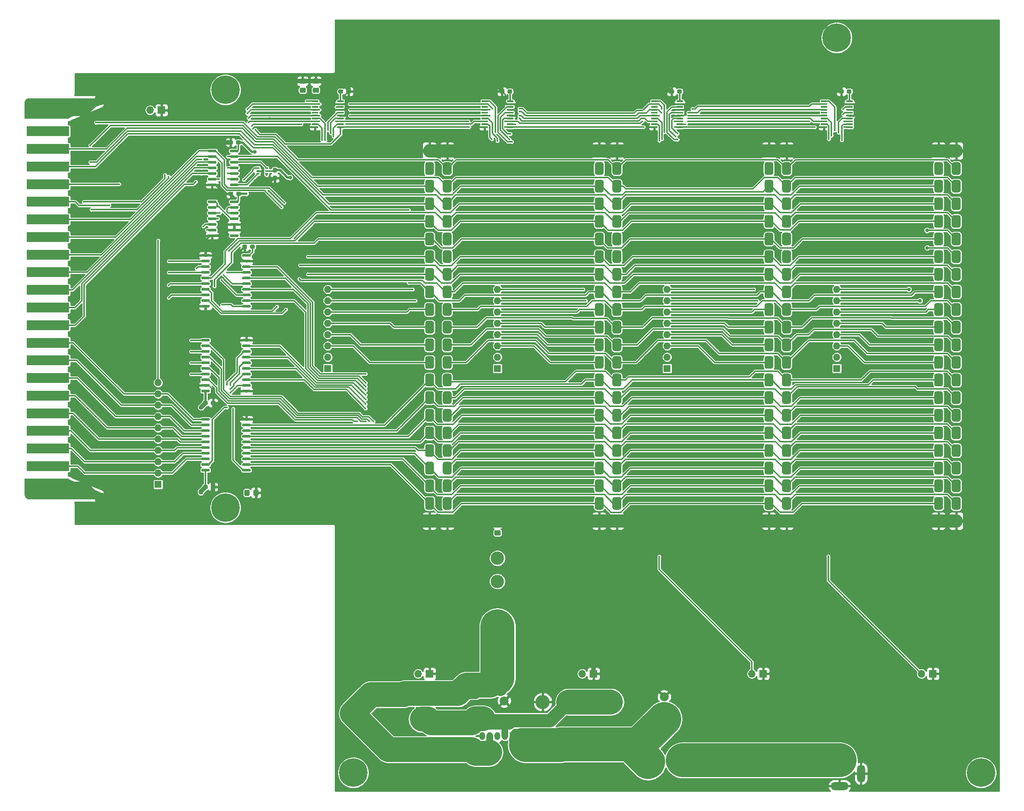
<source format=gbr>
%TF.GenerationSoftware,KiCad,Pcbnew,(5.1.10)-1*%
%TF.CreationDate,2022-09-02T18:37:02-04:00*%
%TF.ProjectId,VIC-20-Rear-Expander,5649432d-3230-42d5-9265-61722d457870,1*%
%TF.SameCoordinates,Original*%
%TF.FileFunction,Copper,L1,Top*%
%TF.FilePolarity,Positive*%
%FSLAX46Y46*%
G04 Gerber Fmt 4.6, Leading zero omitted, Abs format (unit mm)*
G04 Created by KiCad (PCBNEW (5.1.10)-1) date 2022-09-02 18:37:02*
%MOMM*%
%LPD*%
G01*
G04 APERTURE LIST*
%TA.AperFunction,EtchedComponent*%
%ADD10C,0.100000*%
%TD*%
%TA.AperFunction,ConnectorPad*%
%ADD11C,0.100000*%
%TD*%
%TA.AperFunction,ConnectorPad*%
%ADD12R,9.500000X2.250000*%
%TD*%
%TA.AperFunction,ComponentPad*%
%ADD13R,3.200000X3.200000*%
%TD*%
%TA.AperFunction,ComponentPad*%
%ADD14O,3.200000X3.200000*%
%TD*%
%TA.AperFunction,ComponentPad*%
%ADD15C,3.000000*%
%TD*%
%TA.AperFunction,ComponentPad*%
%ADD16O,1.800000X4.000000*%
%TD*%
%TA.AperFunction,ComponentPad*%
%ADD17O,4.000000X1.800000*%
%TD*%
%TA.AperFunction,ComponentPad*%
%ADD18R,4.400000X1.800000*%
%TD*%
%TA.AperFunction,SMDPad,CuDef*%
%ADD19R,3.000000X2.900000*%
%TD*%
%TA.AperFunction,ComponentPad*%
%ADD20R,1.600000X1.600000*%
%TD*%
%TA.AperFunction,ComponentPad*%
%ADD21O,1.600000X1.600000*%
%TD*%
%TA.AperFunction,ComponentPad*%
%ADD22R,1.700000X1.700000*%
%TD*%
%TA.AperFunction,ComponentPad*%
%ADD23O,1.700000X1.700000*%
%TD*%
%TA.AperFunction,SMDPad,CuDef*%
%ADD24R,0.650000X0.400000*%
%TD*%
%TA.AperFunction,ComponentPad*%
%ADD25R,1.275000X1.800000*%
%TD*%
%TA.AperFunction,ComponentPad*%
%ADD26O,1.275000X1.800000*%
%TD*%
%TA.AperFunction,ComponentPad*%
%ADD27R,2.000000X2.000000*%
%TD*%
%TA.AperFunction,ComponentPad*%
%ADD28C,2.000000*%
%TD*%
%TA.AperFunction,ComponentPad*%
%ADD29O,3.160000X4.100000*%
%TD*%
%TA.AperFunction,ComponentPad*%
%ADD30C,6.400000*%
%TD*%
%TA.AperFunction,ComponentPad*%
%ADD31C,0.800000*%
%TD*%
%TA.AperFunction,ViaPad*%
%ADD32C,0.800000*%
%TD*%
%TA.AperFunction,ViaPad*%
%ADD33C,0.600000*%
%TD*%
%TA.AperFunction,ViaPad*%
%ADD34C,3.500000*%
%TD*%
%TA.AperFunction,ViaPad*%
%ADD35C,0.400000*%
%TD*%
%TA.AperFunction,Conductor*%
%ADD36C,0.330000*%
%TD*%
%TA.AperFunction,Conductor*%
%ADD37C,1.000000*%
%TD*%
%TA.AperFunction,Conductor*%
%ADD38C,0.500000*%
%TD*%
%TA.AperFunction,Conductor*%
%ADD39C,0.300000*%
%TD*%
%TA.AperFunction,Conductor*%
%ADD40C,2.000000*%
%TD*%
%TA.AperFunction,Conductor*%
%ADD41C,3.000000*%
%TD*%
%TA.AperFunction,Conductor*%
%ADD42C,0.740000*%
%TD*%
%TA.AperFunction,Conductor*%
%ADD43C,5.560000*%
%TD*%
%TA.AperFunction,Conductor*%
%ADD44C,7.620000*%
%TD*%
%TA.AperFunction,Conductor*%
%ADD45C,1.500000*%
%TD*%
%TA.AperFunction,Conductor*%
%ADD46C,0.234000*%
%TD*%
%TA.AperFunction,Conductor*%
%ADD47C,0.100000*%
%TD*%
G04 APERTURE END LIST*
D10*
%TO.C,X1*%
G36*
X64706000Y-68352120D02*
G01*
X64706000Y-67653620D01*
X64960000Y-67209120D01*
X65404500Y-66955120D01*
X65658500Y-66955120D01*
X81787500Y-66955120D01*
X81787500Y-68352120D01*
X64706000Y-68352120D01*
G37*
X64706000Y-68352120D02*
X64706000Y-67653620D01*
X64960000Y-67209120D01*
X65404500Y-66955120D01*
X65658500Y-66955120D01*
X81787500Y-66955120D01*
X81787500Y-68352120D01*
X64706000Y-68352120D01*
%TD*%
%TO.P,X2,Z*%
%TO.N,GND*%
%TA.AperFunction,ComponentPad*%
G36*
G01*
X160035000Y-80165000D02*
X159035000Y-80165000D01*
G75*
G02*
X158535000Y-79665000I0J500000D01*
G01*
X158535000Y-77815000D01*
G75*
G02*
X159035000Y-77315000I500000J0D01*
G01*
X160035000Y-77315000D01*
G75*
G02*
X160535000Y-77815000I0J-500000D01*
G01*
X160535000Y-79665000D01*
G75*
G02*
X160035000Y-80165000I-500000J0D01*
G01*
G37*
%TD.AperFunction*%
%TO.P,X2,Y*%
%TO.N,/NC2*%
%TA.AperFunction,ComponentPad*%
G36*
G01*
X160035000Y-84125000D02*
X159035000Y-84125000D01*
G75*
G02*
X158535000Y-83625000I0J500000D01*
G01*
X158535000Y-81775000D01*
G75*
G02*
X159035000Y-81275000I500000J0D01*
G01*
X160035000Y-81275000D01*
G75*
G02*
X160535000Y-81775000I0J-500000D01*
G01*
X160535000Y-83625000D01*
G75*
G02*
X160035000Y-84125000I-500000J0D01*
G01*
G37*
%TD.AperFunction*%
%TO.P,X2,X*%
%TO.N,/~RESET*%
%TA.AperFunction,ComponentPad*%
G36*
G01*
X160035000Y-88085000D02*
X159035000Y-88085000D01*
G75*
G02*
X158535000Y-87585000I0J500000D01*
G01*
X158535000Y-85735000D01*
G75*
G02*
X159035000Y-85235000I500000J0D01*
G01*
X160035000Y-85235000D01*
G75*
G02*
X160535000Y-85735000I0J-500000D01*
G01*
X160535000Y-87585000D01*
G75*
G02*
X160035000Y-88085000I-500000J0D01*
G01*
G37*
%TD.AperFunction*%
%TO.P,X2,W*%
%TO.N,/~NMI*%
%TA.AperFunction,ComponentPad*%
G36*
G01*
X160035000Y-92045000D02*
X159035000Y-92045000D01*
G75*
G02*
X158535000Y-91545000I0J500000D01*
G01*
X158535000Y-89695000D01*
G75*
G02*
X159035000Y-89195000I500000J0D01*
G01*
X160035000Y-89195000D01*
G75*
G02*
X160535000Y-89695000I0J-500000D01*
G01*
X160535000Y-91545000D01*
G75*
G02*
X160035000Y-92045000I-500000J0D01*
G01*
G37*
%TD.AperFunction*%
%TO.P,X2,V*%
%TO.N,/SPhi2*%
%TA.AperFunction,ComponentPad*%
G36*
G01*
X160035000Y-96005000D02*
X159035000Y-96005000D01*
G75*
G02*
X158535000Y-95505000I0J500000D01*
G01*
X158535000Y-93655000D01*
G75*
G02*
X159035000Y-93155000I500000J0D01*
G01*
X160035000Y-93155000D01*
G75*
G02*
X160535000Y-93655000I0J-500000D01*
G01*
X160535000Y-95505000D01*
G75*
G02*
X160035000Y-96005000I-500000J0D01*
G01*
G37*
%TD.AperFunction*%
%TO.P,X2,U*%
%TO.N,/~I3A*%
%TA.AperFunction,ComponentPad*%
G36*
G01*
X160035000Y-99965000D02*
X159035000Y-99965000D01*
G75*
G02*
X158535000Y-99465000I0J500000D01*
G01*
X158535000Y-97615000D01*
G75*
G02*
X159035000Y-97115000I500000J0D01*
G01*
X160035000Y-97115000D01*
G75*
G02*
X160535000Y-97615000I0J-500000D01*
G01*
X160535000Y-99465000D01*
G75*
G02*
X160035000Y-99965000I-500000J0D01*
G01*
G37*
%TD.AperFunction*%
%TO.P,X2,T*%
%TO.N,/~I2A*%
%TA.AperFunction,ComponentPad*%
G36*
G01*
X160035000Y-103925000D02*
X159035000Y-103925000D01*
G75*
G02*
X158535000Y-103425000I0J500000D01*
G01*
X158535000Y-101575000D01*
G75*
G02*
X159035000Y-101075000I500000J0D01*
G01*
X160035000Y-101075000D01*
G75*
G02*
X160535000Y-101575000I0J-500000D01*
G01*
X160535000Y-103425000D01*
G75*
G02*
X160035000Y-103925000I-500000J0D01*
G01*
G37*
%TD.AperFunction*%
%TO.P,X2,S*%
%TO.N,/A13*%
%TA.AperFunction,ComponentPad*%
G36*
G01*
X160035000Y-107885000D02*
X159035000Y-107885000D01*
G75*
G02*
X158535000Y-107385000I0J500000D01*
G01*
X158535000Y-105535000D01*
G75*
G02*
X159035000Y-105035000I500000J0D01*
G01*
X160035000Y-105035000D01*
G75*
G02*
X160535000Y-105535000I0J-500000D01*
G01*
X160535000Y-107385000D01*
G75*
G02*
X160035000Y-107885000I-500000J0D01*
G01*
G37*
%TD.AperFunction*%
%TO.P,X2,R*%
%TO.N,/A12*%
%TA.AperFunction,ComponentPad*%
G36*
G01*
X160035000Y-111845000D02*
X159035000Y-111845000D01*
G75*
G02*
X158535000Y-111345000I0J500000D01*
G01*
X158535000Y-109495000D01*
G75*
G02*
X159035000Y-108995000I500000J0D01*
G01*
X160035000Y-108995000D01*
G75*
G02*
X160535000Y-109495000I0J-500000D01*
G01*
X160535000Y-111345000D01*
G75*
G02*
X160035000Y-111845000I-500000J0D01*
G01*
G37*
%TD.AperFunction*%
%TO.P,X2,P*%
%TO.N,/A11*%
%TA.AperFunction,ComponentPad*%
G36*
G01*
X160035000Y-115805000D02*
X159035000Y-115805000D01*
G75*
G02*
X158535000Y-115305000I0J500000D01*
G01*
X158535000Y-113455000D01*
G75*
G02*
X159035000Y-112955000I500000J0D01*
G01*
X160035000Y-112955000D01*
G75*
G02*
X160535000Y-113455000I0J-500000D01*
G01*
X160535000Y-115305000D01*
G75*
G02*
X160035000Y-115805000I-500000J0D01*
G01*
G37*
%TD.AperFunction*%
%TO.P,X2,N*%
%TO.N,/A10*%
%TA.AperFunction,ComponentPad*%
G36*
G01*
X160035000Y-119765000D02*
X159035000Y-119765000D01*
G75*
G02*
X158535000Y-119265000I0J500000D01*
G01*
X158535000Y-117415000D01*
G75*
G02*
X159035000Y-116915000I500000J0D01*
G01*
X160035000Y-116915000D01*
G75*
G02*
X160535000Y-117415000I0J-500000D01*
G01*
X160535000Y-119265000D01*
G75*
G02*
X160035000Y-119765000I-500000J0D01*
G01*
G37*
%TD.AperFunction*%
%TO.P,X2,M*%
%TO.N,/A9*%
%TA.AperFunction,ComponentPad*%
G36*
G01*
X160035000Y-123725000D02*
X159035000Y-123725000D01*
G75*
G02*
X158535000Y-123225000I0J500000D01*
G01*
X158535000Y-121375000D01*
G75*
G02*
X159035000Y-120875000I500000J0D01*
G01*
X160035000Y-120875000D01*
G75*
G02*
X160535000Y-121375000I0J-500000D01*
G01*
X160535000Y-123225000D01*
G75*
G02*
X160035000Y-123725000I-500000J0D01*
G01*
G37*
%TD.AperFunction*%
%TO.P,X2,L*%
%TO.N,/A8*%
%TA.AperFunction,ComponentPad*%
G36*
G01*
X160035000Y-127685000D02*
X159035000Y-127685000D01*
G75*
G02*
X158535000Y-127185000I0J500000D01*
G01*
X158535000Y-125335000D01*
G75*
G02*
X159035000Y-124835000I500000J0D01*
G01*
X160035000Y-124835000D01*
G75*
G02*
X160535000Y-125335000I0J-500000D01*
G01*
X160535000Y-127185000D01*
G75*
G02*
X160035000Y-127685000I-500000J0D01*
G01*
G37*
%TD.AperFunction*%
%TO.P,X2,K*%
%TO.N,/A7*%
%TA.AperFunction,ComponentPad*%
G36*
G01*
X160035000Y-131645000D02*
X159035000Y-131645000D01*
G75*
G02*
X158535000Y-131145000I0J500000D01*
G01*
X158535000Y-129295000D01*
G75*
G02*
X159035000Y-128795000I500000J0D01*
G01*
X160035000Y-128795000D01*
G75*
G02*
X160535000Y-129295000I0J-500000D01*
G01*
X160535000Y-131145000D01*
G75*
G02*
X160035000Y-131645000I-500000J0D01*
G01*
G37*
%TD.AperFunction*%
%TO.P,X2,J*%
%TO.N,/A6*%
%TA.AperFunction,ComponentPad*%
G36*
G01*
X160035000Y-135605000D02*
X159035000Y-135605000D01*
G75*
G02*
X158535000Y-135105000I0J500000D01*
G01*
X158535000Y-133255000D01*
G75*
G02*
X159035000Y-132755000I500000J0D01*
G01*
X160035000Y-132755000D01*
G75*
G02*
X160535000Y-133255000I0J-500000D01*
G01*
X160535000Y-135105000D01*
G75*
G02*
X160035000Y-135605000I-500000J0D01*
G01*
G37*
%TD.AperFunction*%
%TO.P,X2,H*%
%TO.N,/A5*%
%TA.AperFunction,ComponentPad*%
G36*
G01*
X160035000Y-139565000D02*
X159035000Y-139565000D01*
G75*
G02*
X158535000Y-139065000I0J500000D01*
G01*
X158535000Y-137215000D01*
G75*
G02*
X159035000Y-136715000I500000J0D01*
G01*
X160035000Y-136715000D01*
G75*
G02*
X160535000Y-137215000I0J-500000D01*
G01*
X160535000Y-139065000D01*
G75*
G02*
X160035000Y-139565000I-500000J0D01*
G01*
G37*
%TD.AperFunction*%
%TO.P,X2,F*%
%TO.N,/A4*%
%TA.AperFunction,ComponentPad*%
G36*
G01*
X160035000Y-143525000D02*
X159035000Y-143525000D01*
G75*
G02*
X158535000Y-143025000I0J500000D01*
G01*
X158535000Y-141175000D01*
G75*
G02*
X159035000Y-140675000I500000J0D01*
G01*
X160035000Y-140675000D01*
G75*
G02*
X160535000Y-141175000I0J-500000D01*
G01*
X160535000Y-143025000D01*
G75*
G02*
X160035000Y-143525000I-500000J0D01*
G01*
G37*
%TD.AperFunction*%
%TO.P,X2,E*%
%TO.N,/A3*%
%TA.AperFunction,ComponentPad*%
G36*
G01*
X160035000Y-147485000D02*
X159035000Y-147485000D01*
G75*
G02*
X158535000Y-146985000I0J500000D01*
G01*
X158535000Y-145135000D01*
G75*
G02*
X159035000Y-144635000I500000J0D01*
G01*
X160035000Y-144635000D01*
G75*
G02*
X160535000Y-145135000I0J-500000D01*
G01*
X160535000Y-146985000D01*
G75*
G02*
X160035000Y-147485000I-500000J0D01*
G01*
G37*
%TD.AperFunction*%
%TO.P,X2,D*%
%TO.N,/A2*%
%TA.AperFunction,ComponentPad*%
G36*
G01*
X160035000Y-151445000D02*
X159035000Y-151445000D01*
G75*
G02*
X158535000Y-150945000I0J500000D01*
G01*
X158535000Y-149095000D01*
G75*
G02*
X159035000Y-148595000I500000J0D01*
G01*
X160035000Y-148595000D01*
G75*
G02*
X160535000Y-149095000I0J-500000D01*
G01*
X160535000Y-150945000D01*
G75*
G02*
X160035000Y-151445000I-500000J0D01*
G01*
G37*
%TD.AperFunction*%
%TO.P,X2,C*%
%TO.N,/A1*%
%TA.AperFunction,ComponentPad*%
G36*
G01*
X160035000Y-155405000D02*
X159035000Y-155405000D01*
G75*
G02*
X158535000Y-154905000I0J500000D01*
G01*
X158535000Y-153055000D01*
G75*
G02*
X159035000Y-152555000I500000J0D01*
G01*
X160035000Y-152555000D01*
G75*
G02*
X160535000Y-153055000I0J-500000D01*
G01*
X160535000Y-154905000D01*
G75*
G02*
X160035000Y-155405000I-500000J0D01*
G01*
G37*
%TD.AperFunction*%
%TO.P,X2,B*%
%TO.N,/A0*%
%TA.AperFunction,ComponentPad*%
G36*
G01*
X160035000Y-159365000D02*
X159035000Y-159365000D01*
G75*
G02*
X158535000Y-158865000I0J500000D01*
G01*
X158535000Y-157015000D01*
G75*
G02*
X159035000Y-156515000I500000J0D01*
G01*
X160035000Y-156515000D01*
G75*
G02*
X160535000Y-157015000I0J-500000D01*
G01*
X160535000Y-158865000D01*
G75*
G02*
X160035000Y-159365000I-500000J0D01*
G01*
G37*
%TD.AperFunction*%
%TO.P,X2,A*%
%TO.N,GND*%
%TA.AperFunction,ComponentPad*%
G36*
G01*
X160035000Y-163325000D02*
X159035000Y-163325000D01*
G75*
G02*
X158535000Y-162825000I0J500000D01*
G01*
X158535000Y-160975000D01*
G75*
G02*
X159035000Y-160475000I500000J0D01*
G01*
X160035000Y-160475000D01*
G75*
G02*
X160535000Y-160975000I0J-500000D01*
G01*
X160535000Y-162825000D01*
G75*
G02*
X160035000Y-163325000I-500000J0D01*
G01*
G37*
%TD.AperFunction*%
%TO.P,X2,22*%
%TA.AperFunction,ComponentPad*%
G36*
G01*
X156075000Y-80165000D02*
X155075000Y-80165000D01*
G75*
G02*
X154575000Y-79665000I0J500000D01*
G01*
X154575000Y-77815000D01*
G75*
G02*
X155075000Y-77315000I500000J0D01*
G01*
X156075000Y-77315000D01*
G75*
G02*
X156575000Y-77815000I0J-500000D01*
G01*
X156575000Y-79665000D01*
G75*
G02*
X156075000Y-80165000I-500000J0D01*
G01*
G37*
%TD.AperFunction*%
%TO.P,X2,21*%
%TO.N,+5V*%
%TA.AperFunction,ComponentPad*%
G36*
G01*
X156075000Y-84125000D02*
X155075000Y-84125000D01*
G75*
G02*
X154575000Y-83625000I0J500000D01*
G01*
X154575000Y-81775000D01*
G75*
G02*
X155075000Y-81275000I500000J0D01*
G01*
X156075000Y-81275000D01*
G75*
G02*
X156575000Y-81775000I0J-500000D01*
G01*
X156575000Y-83625000D01*
G75*
G02*
X156075000Y-84125000I-500000J0D01*
G01*
G37*
%TD.AperFunction*%
%TO.P,X2,20*%
%TO.N,/NC1*%
%TA.AperFunction,ComponentPad*%
G36*
G01*
X156075000Y-88085000D02*
X155075000Y-88085000D01*
G75*
G02*
X154575000Y-87585000I0J500000D01*
G01*
X154575000Y-85735000D01*
G75*
G02*
X155075000Y-85235000I500000J0D01*
G01*
X156075000Y-85235000D01*
G75*
G02*
X156575000Y-85735000I0J-500000D01*
G01*
X156575000Y-87585000D01*
G75*
G02*
X156075000Y-88085000I-500000J0D01*
G01*
G37*
%TD.AperFunction*%
%TO.P,X2,19*%
%TO.N,/~IRQ*%
%TA.AperFunction,ComponentPad*%
G36*
G01*
X156075000Y-92045000D02*
X155075000Y-92045000D01*
G75*
G02*
X154575000Y-91545000I0J500000D01*
G01*
X154575000Y-89695000D01*
G75*
G02*
X155075000Y-89195000I500000J0D01*
G01*
X156075000Y-89195000D01*
G75*
G02*
X156575000Y-89695000I0J-500000D01*
G01*
X156575000Y-91545000D01*
G75*
G02*
X156075000Y-92045000I-500000J0D01*
G01*
G37*
%TD.AperFunction*%
%TO.P,X2,18*%
%TO.N,/CR~W*%
%TA.AperFunction,ComponentPad*%
G36*
G01*
X156075000Y-96005000D02*
X155075000Y-96005000D01*
G75*
G02*
X154575000Y-95505000I0J500000D01*
G01*
X154575000Y-93655000D01*
G75*
G02*
X155075000Y-93155000I500000J0D01*
G01*
X156075000Y-93155000D01*
G75*
G02*
X156575000Y-93655000I0J-500000D01*
G01*
X156575000Y-95505000D01*
G75*
G02*
X156075000Y-96005000I-500000J0D01*
G01*
G37*
%TD.AperFunction*%
%TO.P,X2,17*%
%TO.N,/VR~W*%
%TA.AperFunction,ComponentPad*%
G36*
G01*
X156075000Y-99965000D02*
X155075000Y-99965000D01*
G75*
G02*
X154575000Y-99465000I0J500000D01*
G01*
X154575000Y-97615000D01*
G75*
G02*
X155075000Y-97115000I500000J0D01*
G01*
X156075000Y-97115000D01*
G75*
G02*
X156575000Y-97615000I0J-500000D01*
G01*
X156575000Y-99465000D01*
G75*
G02*
X156075000Y-99965000I-500000J0D01*
G01*
G37*
%TD.AperFunction*%
%TO.P,X2,16*%
%TO.N,/~RAM3*%
%TA.AperFunction,ComponentPad*%
G36*
G01*
X156075000Y-103925000D02*
X155075000Y-103925000D01*
G75*
G02*
X154575000Y-103425000I0J500000D01*
G01*
X154575000Y-101575000D01*
G75*
G02*
X155075000Y-101075000I500000J0D01*
G01*
X156075000Y-101075000D01*
G75*
G02*
X156575000Y-101575000I0J-500000D01*
G01*
X156575000Y-103425000D01*
G75*
G02*
X156075000Y-103925000I-500000J0D01*
G01*
G37*
%TD.AperFunction*%
%TO.P,X2,15*%
%TO.N,/~RAM2*%
%TA.AperFunction,ComponentPad*%
G36*
G01*
X156075000Y-107885000D02*
X155075000Y-107885000D01*
G75*
G02*
X154575000Y-107385000I0J500000D01*
G01*
X154575000Y-105535000D01*
G75*
G02*
X155075000Y-105035000I500000J0D01*
G01*
X156075000Y-105035000D01*
G75*
G02*
X156575000Y-105535000I0J-500000D01*
G01*
X156575000Y-107385000D01*
G75*
G02*
X156075000Y-107885000I-500000J0D01*
G01*
G37*
%TD.AperFunction*%
%TO.P,X2,14*%
%TO.N,/~RAM1*%
%TA.AperFunction,ComponentPad*%
G36*
G01*
X156075000Y-111845000D02*
X155075000Y-111845000D01*
G75*
G02*
X154575000Y-111345000I0J500000D01*
G01*
X154575000Y-109495000D01*
G75*
G02*
X155075000Y-108995000I500000J0D01*
G01*
X156075000Y-108995000D01*
G75*
G02*
X156575000Y-109495000I0J-500000D01*
G01*
X156575000Y-111345000D01*
G75*
G02*
X156075000Y-111845000I-500000J0D01*
G01*
G37*
%TD.AperFunction*%
%TO.P,X2,13*%
%TO.N,/~B5A*%
%TA.AperFunction,ComponentPad*%
G36*
G01*
X156075000Y-115805000D02*
X155075000Y-115805000D01*
G75*
G02*
X154575000Y-115305000I0J500000D01*
G01*
X154575000Y-113455000D01*
G75*
G02*
X155075000Y-112955000I500000J0D01*
G01*
X156075000Y-112955000D01*
G75*
G02*
X156575000Y-113455000I0J-500000D01*
G01*
X156575000Y-115305000D01*
G75*
G02*
X156075000Y-115805000I-500000J0D01*
G01*
G37*
%TD.AperFunction*%
%TO.P,X2,12*%
%TO.N,/~B3A*%
%TA.AperFunction,ComponentPad*%
G36*
G01*
X156075000Y-119765000D02*
X155075000Y-119765000D01*
G75*
G02*
X154575000Y-119265000I0J500000D01*
G01*
X154575000Y-117415000D01*
G75*
G02*
X155075000Y-116915000I500000J0D01*
G01*
X156075000Y-116915000D01*
G75*
G02*
X156575000Y-117415000I0J-500000D01*
G01*
X156575000Y-119265000D01*
G75*
G02*
X156075000Y-119765000I-500000J0D01*
G01*
G37*
%TD.AperFunction*%
%TO.P,X2,11*%
%TO.N,/~B2A*%
%TA.AperFunction,ComponentPad*%
G36*
G01*
X156075000Y-123725000D02*
X155075000Y-123725000D01*
G75*
G02*
X154575000Y-123225000I0J500000D01*
G01*
X154575000Y-121375000D01*
G75*
G02*
X155075000Y-120875000I500000J0D01*
G01*
X156075000Y-120875000D01*
G75*
G02*
X156575000Y-121375000I0J-500000D01*
G01*
X156575000Y-123225000D01*
G75*
G02*
X156075000Y-123725000I-500000J0D01*
G01*
G37*
%TD.AperFunction*%
%TO.P,X2,10*%
%TO.N,/~B1A*%
%TA.AperFunction,ComponentPad*%
G36*
G01*
X156075000Y-127685000D02*
X155075000Y-127685000D01*
G75*
G02*
X154575000Y-127185000I0J500000D01*
G01*
X154575000Y-125335000D01*
G75*
G02*
X155075000Y-124835000I500000J0D01*
G01*
X156075000Y-124835000D01*
G75*
G02*
X156575000Y-125335000I0J-500000D01*
G01*
X156575000Y-127185000D01*
G75*
G02*
X156075000Y-127685000I-500000J0D01*
G01*
G37*
%TD.AperFunction*%
%TO.P,X2,9*%
%TO.N,/D7*%
%TA.AperFunction,ComponentPad*%
G36*
G01*
X156075000Y-131645000D02*
X155075000Y-131645000D01*
G75*
G02*
X154575000Y-131145000I0J500000D01*
G01*
X154575000Y-129295000D01*
G75*
G02*
X155075000Y-128795000I500000J0D01*
G01*
X156075000Y-128795000D01*
G75*
G02*
X156575000Y-129295000I0J-500000D01*
G01*
X156575000Y-131145000D01*
G75*
G02*
X156075000Y-131645000I-500000J0D01*
G01*
G37*
%TD.AperFunction*%
%TO.P,X2,8*%
%TO.N,/D6*%
%TA.AperFunction,ComponentPad*%
G36*
G01*
X156075000Y-135605000D02*
X155075000Y-135605000D01*
G75*
G02*
X154575000Y-135105000I0J500000D01*
G01*
X154575000Y-133255000D01*
G75*
G02*
X155075000Y-132755000I500000J0D01*
G01*
X156075000Y-132755000D01*
G75*
G02*
X156575000Y-133255000I0J-500000D01*
G01*
X156575000Y-135105000D01*
G75*
G02*
X156075000Y-135605000I-500000J0D01*
G01*
G37*
%TD.AperFunction*%
%TO.P,X2,7*%
%TO.N,/D5*%
%TA.AperFunction,ComponentPad*%
G36*
G01*
X156075000Y-139565000D02*
X155075000Y-139565000D01*
G75*
G02*
X154575000Y-139065000I0J500000D01*
G01*
X154575000Y-137215000D01*
G75*
G02*
X155075000Y-136715000I500000J0D01*
G01*
X156075000Y-136715000D01*
G75*
G02*
X156575000Y-137215000I0J-500000D01*
G01*
X156575000Y-139065000D01*
G75*
G02*
X156075000Y-139565000I-500000J0D01*
G01*
G37*
%TD.AperFunction*%
%TO.P,X2,6*%
%TO.N,/D4*%
%TA.AperFunction,ComponentPad*%
G36*
G01*
X156075000Y-143525000D02*
X155075000Y-143525000D01*
G75*
G02*
X154575000Y-143025000I0J500000D01*
G01*
X154575000Y-141175000D01*
G75*
G02*
X155075000Y-140675000I500000J0D01*
G01*
X156075000Y-140675000D01*
G75*
G02*
X156575000Y-141175000I0J-500000D01*
G01*
X156575000Y-143025000D01*
G75*
G02*
X156075000Y-143525000I-500000J0D01*
G01*
G37*
%TD.AperFunction*%
%TO.P,X2,5*%
%TO.N,/D3*%
%TA.AperFunction,ComponentPad*%
G36*
G01*
X156075000Y-147485000D02*
X155075000Y-147485000D01*
G75*
G02*
X154575000Y-146985000I0J500000D01*
G01*
X154575000Y-145135000D01*
G75*
G02*
X155075000Y-144635000I500000J0D01*
G01*
X156075000Y-144635000D01*
G75*
G02*
X156575000Y-145135000I0J-500000D01*
G01*
X156575000Y-146985000D01*
G75*
G02*
X156075000Y-147485000I-500000J0D01*
G01*
G37*
%TD.AperFunction*%
%TO.P,X2,4*%
%TO.N,/D2*%
%TA.AperFunction,ComponentPad*%
G36*
G01*
X156075000Y-151445000D02*
X155075000Y-151445000D01*
G75*
G02*
X154575000Y-150945000I0J500000D01*
G01*
X154575000Y-149095000D01*
G75*
G02*
X155075000Y-148595000I500000J0D01*
G01*
X156075000Y-148595000D01*
G75*
G02*
X156575000Y-149095000I0J-500000D01*
G01*
X156575000Y-150945000D01*
G75*
G02*
X156075000Y-151445000I-500000J0D01*
G01*
G37*
%TD.AperFunction*%
%TO.P,X2,3*%
%TO.N,/D1*%
%TA.AperFunction,ComponentPad*%
G36*
G01*
X156075000Y-155405000D02*
X155075000Y-155405000D01*
G75*
G02*
X154575000Y-154905000I0J500000D01*
G01*
X154575000Y-153055000D01*
G75*
G02*
X155075000Y-152555000I500000J0D01*
G01*
X156075000Y-152555000D01*
G75*
G02*
X156575000Y-153055000I0J-500000D01*
G01*
X156575000Y-154905000D01*
G75*
G02*
X156075000Y-155405000I-500000J0D01*
G01*
G37*
%TD.AperFunction*%
%TO.P,X2,2*%
%TO.N,/D0*%
%TA.AperFunction,ComponentPad*%
G36*
G01*
X156075000Y-159365000D02*
X155075000Y-159365000D01*
G75*
G02*
X154575000Y-158865000I0J500000D01*
G01*
X154575000Y-157015000D01*
G75*
G02*
X155075000Y-156515000I500000J0D01*
G01*
X156075000Y-156515000D01*
G75*
G02*
X156575000Y-157015000I0J-500000D01*
G01*
X156575000Y-158865000D01*
G75*
G02*
X156075000Y-159365000I-500000J0D01*
G01*
G37*
%TD.AperFunction*%
%TO.P,X2,1*%
%TO.N,GND*%
%TA.AperFunction,ComponentPad*%
G36*
G01*
X156075000Y-163325000D02*
X155075000Y-163325000D01*
G75*
G02*
X154575000Y-162825000I0J500000D01*
G01*
X154575000Y-160975000D01*
G75*
G02*
X155075000Y-160475000I500000J0D01*
G01*
X156075000Y-160475000D01*
G75*
G02*
X156575000Y-160975000I0J-500000D01*
G01*
X156575000Y-162825000D01*
G75*
G02*
X156075000Y-163325000I-500000J0D01*
G01*
G37*
%TD.AperFunction*%
%TD*%
%TO.P,X3,Z*%
%TO.N,GND*%
%TA.AperFunction,ComponentPad*%
G36*
G01*
X198135000Y-80165000D02*
X197135000Y-80165000D01*
G75*
G02*
X196635000Y-79665000I0J500000D01*
G01*
X196635000Y-77815000D01*
G75*
G02*
X197135000Y-77315000I500000J0D01*
G01*
X198135000Y-77315000D01*
G75*
G02*
X198635000Y-77815000I0J-500000D01*
G01*
X198635000Y-79665000D01*
G75*
G02*
X198135000Y-80165000I-500000J0D01*
G01*
G37*
%TD.AperFunction*%
%TO.P,X3,Y*%
%TO.N,/NC2*%
%TA.AperFunction,ComponentPad*%
G36*
G01*
X198135000Y-84125000D02*
X197135000Y-84125000D01*
G75*
G02*
X196635000Y-83625000I0J500000D01*
G01*
X196635000Y-81775000D01*
G75*
G02*
X197135000Y-81275000I500000J0D01*
G01*
X198135000Y-81275000D01*
G75*
G02*
X198635000Y-81775000I0J-500000D01*
G01*
X198635000Y-83625000D01*
G75*
G02*
X198135000Y-84125000I-500000J0D01*
G01*
G37*
%TD.AperFunction*%
%TO.P,X3,X*%
%TO.N,/~RESET*%
%TA.AperFunction,ComponentPad*%
G36*
G01*
X198135000Y-88085000D02*
X197135000Y-88085000D01*
G75*
G02*
X196635000Y-87585000I0J500000D01*
G01*
X196635000Y-85735000D01*
G75*
G02*
X197135000Y-85235000I500000J0D01*
G01*
X198135000Y-85235000D01*
G75*
G02*
X198635000Y-85735000I0J-500000D01*
G01*
X198635000Y-87585000D01*
G75*
G02*
X198135000Y-88085000I-500000J0D01*
G01*
G37*
%TD.AperFunction*%
%TO.P,X3,W*%
%TO.N,/~NMI*%
%TA.AperFunction,ComponentPad*%
G36*
G01*
X198135000Y-92045000D02*
X197135000Y-92045000D01*
G75*
G02*
X196635000Y-91545000I0J500000D01*
G01*
X196635000Y-89695000D01*
G75*
G02*
X197135000Y-89195000I500000J0D01*
G01*
X198135000Y-89195000D01*
G75*
G02*
X198635000Y-89695000I0J-500000D01*
G01*
X198635000Y-91545000D01*
G75*
G02*
X198135000Y-92045000I-500000J0D01*
G01*
G37*
%TD.AperFunction*%
%TO.P,X3,V*%
%TO.N,/SPhi2*%
%TA.AperFunction,ComponentPad*%
G36*
G01*
X198135000Y-96005000D02*
X197135000Y-96005000D01*
G75*
G02*
X196635000Y-95505000I0J500000D01*
G01*
X196635000Y-93655000D01*
G75*
G02*
X197135000Y-93155000I500000J0D01*
G01*
X198135000Y-93155000D01*
G75*
G02*
X198635000Y-93655000I0J-500000D01*
G01*
X198635000Y-95505000D01*
G75*
G02*
X198135000Y-96005000I-500000J0D01*
G01*
G37*
%TD.AperFunction*%
%TO.P,X3,U*%
%TO.N,/~I3B*%
%TA.AperFunction,ComponentPad*%
G36*
G01*
X198135000Y-99965000D02*
X197135000Y-99965000D01*
G75*
G02*
X196635000Y-99465000I0J500000D01*
G01*
X196635000Y-97615000D01*
G75*
G02*
X197135000Y-97115000I500000J0D01*
G01*
X198135000Y-97115000D01*
G75*
G02*
X198635000Y-97615000I0J-500000D01*
G01*
X198635000Y-99465000D01*
G75*
G02*
X198135000Y-99965000I-500000J0D01*
G01*
G37*
%TD.AperFunction*%
%TO.P,X3,T*%
%TO.N,/~I2B*%
%TA.AperFunction,ComponentPad*%
G36*
G01*
X198135000Y-103925000D02*
X197135000Y-103925000D01*
G75*
G02*
X196635000Y-103425000I0J500000D01*
G01*
X196635000Y-101575000D01*
G75*
G02*
X197135000Y-101075000I500000J0D01*
G01*
X198135000Y-101075000D01*
G75*
G02*
X198635000Y-101575000I0J-500000D01*
G01*
X198635000Y-103425000D01*
G75*
G02*
X198135000Y-103925000I-500000J0D01*
G01*
G37*
%TD.AperFunction*%
%TO.P,X3,S*%
%TO.N,/A13*%
%TA.AperFunction,ComponentPad*%
G36*
G01*
X198135000Y-107885000D02*
X197135000Y-107885000D01*
G75*
G02*
X196635000Y-107385000I0J500000D01*
G01*
X196635000Y-105535000D01*
G75*
G02*
X197135000Y-105035000I500000J0D01*
G01*
X198135000Y-105035000D01*
G75*
G02*
X198635000Y-105535000I0J-500000D01*
G01*
X198635000Y-107385000D01*
G75*
G02*
X198135000Y-107885000I-500000J0D01*
G01*
G37*
%TD.AperFunction*%
%TO.P,X3,R*%
%TO.N,/A12*%
%TA.AperFunction,ComponentPad*%
G36*
G01*
X198135000Y-111845000D02*
X197135000Y-111845000D01*
G75*
G02*
X196635000Y-111345000I0J500000D01*
G01*
X196635000Y-109495000D01*
G75*
G02*
X197135000Y-108995000I500000J0D01*
G01*
X198135000Y-108995000D01*
G75*
G02*
X198635000Y-109495000I0J-500000D01*
G01*
X198635000Y-111345000D01*
G75*
G02*
X198135000Y-111845000I-500000J0D01*
G01*
G37*
%TD.AperFunction*%
%TO.P,X3,P*%
%TO.N,/A11*%
%TA.AperFunction,ComponentPad*%
G36*
G01*
X198135000Y-115805000D02*
X197135000Y-115805000D01*
G75*
G02*
X196635000Y-115305000I0J500000D01*
G01*
X196635000Y-113455000D01*
G75*
G02*
X197135000Y-112955000I500000J0D01*
G01*
X198135000Y-112955000D01*
G75*
G02*
X198635000Y-113455000I0J-500000D01*
G01*
X198635000Y-115305000D01*
G75*
G02*
X198135000Y-115805000I-500000J0D01*
G01*
G37*
%TD.AperFunction*%
%TO.P,X3,N*%
%TO.N,/A10*%
%TA.AperFunction,ComponentPad*%
G36*
G01*
X198135000Y-119765000D02*
X197135000Y-119765000D01*
G75*
G02*
X196635000Y-119265000I0J500000D01*
G01*
X196635000Y-117415000D01*
G75*
G02*
X197135000Y-116915000I500000J0D01*
G01*
X198135000Y-116915000D01*
G75*
G02*
X198635000Y-117415000I0J-500000D01*
G01*
X198635000Y-119265000D01*
G75*
G02*
X198135000Y-119765000I-500000J0D01*
G01*
G37*
%TD.AperFunction*%
%TO.P,X3,M*%
%TO.N,/A9*%
%TA.AperFunction,ComponentPad*%
G36*
G01*
X198135000Y-123725000D02*
X197135000Y-123725000D01*
G75*
G02*
X196635000Y-123225000I0J500000D01*
G01*
X196635000Y-121375000D01*
G75*
G02*
X197135000Y-120875000I500000J0D01*
G01*
X198135000Y-120875000D01*
G75*
G02*
X198635000Y-121375000I0J-500000D01*
G01*
X198635000Y-123225000D01*
G75*
G02*
X198135000Y-123725000I-500000J0D01*
G01*
G37*
%TD.AperFunction*%
%TO.P,X3,L*%
%TO.N,/A8*%
%TA.AperFunction,ComponentPad*%
G36*
G01*
X198135000Y-127685000D02*
X197135000Y-127685000D01*
G75*
G02*
X196635000Y-127185000I0J500000D01*
G01*
X196635000Y-125335000D01*
G75*
G02*
X197135000Y-124835000I500000J0D01*
G01*
X198135000Y-124835000D01*
G75*
G02*
X198635000Y-125335000I0J-500000D01*
G01*
X198635000Y-127185000D01*
G75*
G02*
X198135000Y-127685000I-500000J0D01*
G01*
G37*
%TD.AperFunction*%
%TO.P,X3,K*%
%TO.N,/A7*%
%TA.AperFunction,ComponentPad*%
G36*
G01*
X198135000Y-131645000D02*
X197135000Y-131645000D01*
G75*
G02*
X196635000Y-131145000I0J500000D01*
G01*
X196635000Y-129295000D01*
G75*
G02*
X197135000Y-128795000I500000J0D01*
G01*
X198135000Y-128795000D01*
G75*
G02*
X198635000Y-129295000I0J-500000D01*
G01*
X198635000Y-131145000D01*
G75*
G02*
X198135000Y-131645000I-500000J0D01*
G01*
G37*
%TD.AperFunction*%
%TO.P,X3,J*%
%TO.N,/A6*%
%TA.AperFunction,ComponentPad*%
G36*
G01*
X198135000Y-135605000D02*
X197135000Y-135605000D01*
G75*
G02*
X196635000Y-135105000I0J500000D01*
G01*
X196635000Y-133255000D01*
G75*
G02*
X197135000Y-132755000I500000J0D01*
G01*
X198135000Y-132755000D01*
G75*
G02*
X198635000Y-133255000I0J-500000D01*
G01*
X198635000Y-135105000D01*
G75*
G02*
X198135000Y-135605000I-500000J0D01*
G01*
G37*
%TD.AperFunction*%
%TO.P,X3,H*%
%TO.N,/A5*%
%TA.AperFunction,ComponentPad*%
G36*
G01*
X198135000Y-139565000D02*
X197135000Y-139565000D01*
G75*
G02*
X196635000Y-139065000I0J500000D01*
G01*
X196635000Y-137215000D01*
G75*
G02*
X197135000Y-136715000I500000J0D01*
G01*
X198135000Y-136715000D01*
G75*
G02*
X198635000Y-137215000I0J-500000D01*
G01*
X198635000Y-139065000D01*
G75*
G02*
X198135000Y-139565000I-500000J0D01*
G01*
G37*
%TD.AperFunction*%
%TO.P,X3,F*%
%TO.N,/A4*%
%TA.AperFunction,ComponentPad*%
G36*
G01*
X198135000Y-143525000D02*
X197135000Y-143525000D01*
G75*
G02*
X196635000Y-143025000I0J500000D01*
G01*
X196635000Y-141175000D01*
G75*
G02*
X197135000Y-140675000I500000J0D01*
G01*
X198135000Y-140675000D01*
G75*
G02*
X198635000Y-141175000I0J-500000D01*
G01*
X198635000Y-143025000D01*
G75*
G02*
X198135000Y-143525000I-500000J0D01*
G01*
G37*
%TD.AperFunction*%
%TO.P,X3,E*%
%TO.N,/A3*%
%TA.AperFunction,ComponentPad*%
G36*
G01*
X198135000Y-147485000D02*
X197135000Y-147485000D01*
G75*
G02*
X196635000Y-146985000I0J500000D01*
G01*
X196635000Y-145135000D01*
G75*
G02*
X197135000Y-144635000I500000J0D01*
G01*
X198135000Y-144635000D01*
G75*
G02*
X198635000Y-145135000I0J-500000D01*
G01*
X198635000Y-146985000D01*
G75*
G02*
X198135000Y-147485000I-500000J0D01*
G01*
G37*
%TD.AperFunction*%
%TO.P,X3,D*%
%TO.N,/A2*%
%TA.AperFunction,ComponentPad*%
G36*
G01*
X198135000Y-151445000D02*
X197135000Y-151445000D01*
G75*
G02*
X196635000Y-150945000I0J500000D01*
G01*
X196635000Y-149095000D01*
G75*
G02*
X197135000Y-148595000I500000J0D01*
G01*
X198135000Y-148595000D01*
G75*
G02*
X198635000Y-149095000I0J-500000D01*
G01*
X198635000Y-150945000D01*
G75*
G02*
X198135000Y-151445000I-500000J0D01*
G01*
G37*
%TD.AperFunction*%
%TO.P,X3,C*%
%TO.N,/A1*%
%TA.AperFunction,ComponentPad*%
G36*
G01*
X198135000Y-155405000D02*
X197135000Y-155405000D01*
G75*
G02*
X196635000Y-154905000I0J500000D01*
G01*
X196635000Y-153055000D01*
G75*
G02*
X197135000Y-152555000I500000J0D01*
G01*
X198135000Y-152555000D01*
G75*
G02*
X198635000Y-153055000I0J-500000D01*
G01*
X198635000Y-154905000D01*
G75*
G02*
X198135000Y-155405000I-500000J0D01*
G01*
G37*
%TD.AperFunction*%
%TO.P,X3,B*%
%TO.N,/A0*%
%TA.AperFunction,ComponentPad*%
G36*
G01*
X198135000Y-159365000D02*
X197135000Y-159365000D01*
G75*
G02*
X196635000Y-158865000I0J500000D01*
G01*
X196635000Y-157015000D01*
G75*
G02*
X197135000Y-156515000I500000J0D01*
G01*
X198135000Y-156515000D01*
G75*
G02*
X198635000Y-157015000I0J-500000D01*
G01*
X198635000Y-158865000D01*
G75*
G02*
X198135000Y-159365000I-500000J0D01*
G01*
G37*
%TD.AperFunction*%
%TO.P,X3,A*%
%TO.N,GND*%
%TA.AperFunction,ComponentPad*%
G36*
G01*
X198135000Y-163325000D02*
X197135000Y-163325000D01*
G75*
G02*
X196635000Y-162825000I0J500000D01*
G01*
X196635000Y-160975000D01*
G75*
G02*
X197135000Y-160475000I500000J0D01*
G01*
X198135000Y-160475000D01*
G75*
G02*
X198635000Y-160975000I0J-500000D01*
G01*
X198635000Y-162825000D01*
G75*
G02*
X198135000Y-163325000I-500000J0D01*
G01*
G37*
%TD.AperFunction*%
%TO.P,X3,22*%
%TA.AperFunction,ComponentPad*%
G36*
G01*
X194175000Y-80165000D02*
X193175000Y-80165000D01*
G75*
G02*
X192675000Y-79665000I0J500000D01*
G01*
X192675000Y-77815000D01*
G75*
G02*
X193175000Y-77315000I500000J0D01*
G01*
X194175000Y-77315000D01*
G75*
G02*
X194675000Y-77815000I0J-500000D01*
G01*
X194675000Y-79665000D01*
G75*
G02*
X194175000Y-80165000I-500000J0D01*
G01*
G37*
%TD.AperFunction*%
%TO.P,X3,21*%
%TO.N,+5V*%
%TA.AperFunction,ComponentPad*%
G36*
G01*
X194175000Y-84125000D02*
X193175000Y-84125000D01*
G75*
G02*
X192675000Y-83625000I0J500000D01*
G01*
X192675000Y-81775000D01*
G75*
G02*
X193175000Y-81275000I500000J0D01*
G01*
X194175000Y-81275000D01*
G75*
G02*
X194675000Y-81775000I0J-500000D01*
G01*
X194675000Y-83625000D01*
G75*
G02*
X194175000Y-84125000I-500000J0D01*
G01*
G37*
%TD.AperFunction*%
%TO.P,X3,20*%
%TO.N,/NC1*%
%TA.AperFunction,ComponentPad*%
G36*
G01*
X194175000Y-88085000D02*
X193175000Y-88085000D01*
G75*
G02*
X192675000Y-87585000I0J500000D01*
G01*
X192675000Y-85735000D01*
G75*
G02*
X193175000Y-85235000I500000J0D01*
G01*
X194175000Y-85235000D01*
G75*
G02*
X194675000Y-85735000I0J-500000D01*
G01*
X194675000Y-87585000D01*
G75*
G02*
X194175000Y-88085000I-500000J0D01*
G01*
G37*
%TD.AperFunction*%
%TO.P,X3,19*%
%TO.N,/~IRQ*%
%TA.AperFunction,ComponentPad*%
G36*
G01*
X194175000Y-92045000D02*
X193175000Y-92045000D01*
G75*
G02*
X192675000Y-91545000I0J500000D01*
G01*
X192675000Y-89695000D01*
G75*
G02*
X193175000Y-89195000I500000J0D01*
G01*
X194175000Y-89195000D01*
G75*
G02*
X194675000Y-89695000I0J-500000D01*
G01*
X194675000Y-91545000D01*
G75*
G02*
X194175000Y-92045000I-500000J0D01*
G01*
G37*
%TD.AperFunction*%
%TO.P,X3,18*%
%TO.N,/CR~W*%
%TA.AperFunction,ComponentPad*%
G36*
G01*
X194175000Y-96005000D02*
X193175000Y-96005000D01*
G75*
G02*
X192675000Y-95505000I0J500000D01*
G01*
X192675000Y-93655000D01*
G75*
G02*
X193175000Y-93155000I500000J0D01*
G01*
X194175000Y-93155000D01*
G75*
G02*
X194675000Y-93655000I0J-500000D01*
G01*
X194675000Y-95505000D01*
G75*
G02*
X194175000Y-96005000I-500000J0D01*
G01*
G37*
%TD.AperFunction*%
%TO.P,X3,17*%
%TO.N,/VR~W*%
%TA.AperFunction,ComponentPad*%
G36*
G01*
X194175000Y-99965000D02*
X193175000Y-99965000D01*
G75*
G02*
X192675000Y-99465000I0J500000D01*
G01*
X192675000Y-97615000D01*
G75*
G02*
X193175000Y-97115000I500000J0D01*
G01*
X194175000Y-97115000D01*
G75*
G02*
X194675000Y-97615000I0J-500000D01*
G01*
X194675000Y-99465000D01*
G75*
G02*
X194175000Y-99965000I-500000J0D01*
G01*
G37*
%TD.AperFunction*%
%TO.P,X3,16*%
%TO.N,/~RAM3*%
%TA.AperFunction,ComponentPad*%
G36*
G01*
X194175000Y-103925000D02*
X193175000Y-103925000D01*
G75*
G02*
X192675000Y-103425000I0J500000D01*
G01*
X192675000Y-101575000D01*
G75*
G02*
X193175000Y-101075000I500000J0D01*
G01*
X194175000Y-101075000D01*
G75*
G02*
X194675000Y-101575000I0J-500000D01*
G01*
X194675000Y-103425000D01*
G75*
G02*
X194175000Y-103925000I-500000J0D01*
G01*
G37*
%TD.AperFunction*%
%TO.P,X3,15*%
%TO.N,/~RAM2*%
%TA.AperFunction,ComponentPad*%
G36*
G01*
X194175000Y-107885000D02*
X193175000Y-107885000D01*
G75*
G02*
X192675000Y-107385000I0J500000D01*
G01*
X192675000Y-105535000D01*
G75*
G02*
X193175000Y-105035000I500000J0D01*
G01*
X194175000Y-105035000D01*
G75*
G02*
X194675000Y-105535000I0J-500000D01*
G01*
X194675000Y-107385000D01*
G75*
G02*
X194175000Y-107885000I-500000J0D01*
G01*
G37*
%TD.AperFunction*%
%TO.P,X3,14*%
%TO.N,/~RAM1*%
%TA.AperFunction,ComponentPad*%
G36*
G01*
X194175000Y-111845000D02*
X193175000Y-111845000D01*
G75*
G02*
X192675000Y-111345000I0J500000D01*
G01*
X192675000Y-109495000D01*
G75*
G02*
X193175000Y-108995000I500000J0D01*
G01*
X194175000Y-108995000D01*
G75*
G02*
X194675000Y-109495000I0J-500000D01*
G01*
X194675000Y-111345000D01*
G75*
G02*
X194175000Y-111845000I-500000J0D01*
G01*
G37*
%TD.AperFunction*%
%TO.P,X3,13*%
%TO.N,/~B5B*%
%TA.AperFunction,ComponentPad*%
G36*
G01*
X194175000Y-115805000D02*
X193175000Y-115805000D01*
G75*
G02*
X192675000Y-115305000I0J500000D01*
G01*
X192675000Y-113455000D01*
G75*
G02*
X193175000Y-112955000I500000J0D01*
G01*
X194175000Y-112955000D01*
G75*
G02*
X194675000Y-113455000I0J-500000D01*
G01*
X194675000Y-115305000D01*
G75*
G02*
X194175000Y-115805000I-500000J0D01*
G01*
G37*
%TD.AperFunction*%
%TO.P,X3,12*%
%TO.N,/~B3B*%
%TA.AperFunction,ComponentPad*%
G36*
G01*
X194175000Y-119765000D02*
X193175000Y-119765000D01*
G75*
G02*
X192675000Y-119265000I0J500000D01*
G01*
X192675000Y-117415000D01*
G75*
G02*
X193175000Y-116915000I500000J0D01*
G01*
X194175000Y-116915000D01*
G75*
G02*
X194675000Y-117415000I0J-500000D01*
G01*
X194675000Y-119265000D01*
G75*
G02*
X194175000Y-119765000I-500000J0D01*
G01*
G37*
%TD.AperFunction*%
%TO.P,X3,11*%
%TO.N,/~B2B*%
%TA.AperFunction,ComponentPad*%
G36*
G01*
X194175000Y-123725000D02*
X193175000Y-123725000D01*
G75*
G02*
X192675000Y-123225000I0J500000D01*
G01*
X192675000Y-121375000D01*
G75*
G02*
X193175000Y-120875000I500000J0D01*
G01*
X194175000Y-120875000D01*
G75*
G02*
X194675000Y-121375000I0J-500000D01*
G01*
X194675000Y-123225000D01*
G75*
G02*
X194175000Y-123725000I-500000J0D01*
G01*
G37*
%TD.AperFunction*%
%TO.P,X3,10*%
%TO.N,/~B1B*%
%TA.AperFunction,ComponentPad*%
G36*
G01*
X194175000Y-127685000D02*
X193175000Y-127685000D01*
G75*
G02*
X192675000Y-127185000I0J500000D01*
G01*
X192675000Y-125335000D01*
G75*
G02*
X193175000Y-124835000I500000J0D01*
G01*
X194175000Y-124835000D01*
G75*
G02*
X194675000Y-125335000I0J-500000D01*
G01*
X194675000Y-127185000D01*
G75*
G02*
X194175000Y-127685000I-500000J0D01*
G01*
G37*
%TD.AperFunction*%
%TO.P,X3,9*%
%TO.N,/D7*%
%TA.AperFunction,ComponentPad*%
G36*
G01*
X194175000Y-131645000D02*
X193175000Y-131645000D01*
G75*
G02*
X192675000Y-131145000I0J500000D01*
G01*
X192675000Y-129295000D01*
G75*
G02*
X193175000Y-128795000I500000J0D01*
G01*
X194175000Y-128795000D01*
G75*
G02*
X194675000Y-129295000I0J-500000D01*
G01*
X194675000Y-131145000D01*
G75*
G02*
X194175000Y-131645000I-500000J0D01*
G01*
G37*
%TD.AperFunction*%
%TO.P,X3,8*%
%TO.N,/D6*%
%TA.AperFunction,ComponentPad*%
G36*
G01*
X194175000Y-135605000D02*
X193175000Y-135605000D01*
G75*
G02*
X192675000Y-135105000I0J500000D01*
G01*
X192675000Y-133255000D01*
G75*
G02*
X193175000Y-132755000I500000J0D01*
G01*
X194175000Y-132755000D01*
G75*
G02*
X194675000Y-133255000I0J-500000D01*
G01*
X194675000Y-135105000D01*
G75*
G02*
X194175000Y-135605000I-500000J0D01*
G01*
G37*
%TD.AperFunction*%
%TO.P,X3,7*%
%TO.N,/D5*%
%TA.AperFunction,ComponentPad*%
G36*
G01*
X194175000Y-139565000D02*
X193175000Y-139565000D01*
G75*
G02*
X192675000Y-139065000I0J500000D01*
G01*
X192675000Y-137215000D01*
G75*
G02*
X193175000Y-136715000I500000J0D01*
G01*
X194175000Y-136715000D01*
G75*
G02*
X194675000Y-137215000I0J-500000D01*
G01*
X194675000Y-139065000D01*
G75*
G02*
X194175000Y-139565000I-500000J0D01*
G01*
G37*
%TD.AperFunction*%
%TO.P,X3,6*%
%TO.N,/D4*%
%TA.AperFunction,ComponentPad*%
G36*
G01*
X194175000Y-143525000D02*
X193175000Y-143525000D01*
G75*
G02*
X192675000Y-143025000I0J500000D01*
G01*
X192675000Y-141175000D01*
G75*
G02*
X193175000Y-140675000I500000J0D01*
G01*
X194175000Y-140675000D01*
G75*
G02*
X194675000Y-141175000I0J-500000D01*
G01*
X194675000Y-143025000D01*
G75*
G02*
X194175000Y-143525000I-500000J0D01*
G01*
G37*
%TD.AperFunction*%
%TO.P,X3,5*%
%TO.N,/D3*%
%TA.AperFunction,ComponentPad*%
G36*
G01*
X194175000Y-147485000D02*
X193175000Y-147485000D01*
G75*
G02*
X192675000Y-146985000I0J500000D01*
G01*
X192675000Y-145135000D01*
G75*
G02*
X193175000Y-144635000I500000J0D01*
G01*
X194175000Y-144635000D01*
G75*
G02*
X194675000Y-145135000I0J-500000D01*
G01*
X194675000Y-146985000D01*
G75*
G02*
X194175000Y-147485000I-500000J0D01*
G01*
G37*
%TD.AperFunction*%
%TO.P,X3,4*%
%TO.N,/D2*%
%TA.AperFunction,ComponentPad*%
G36*
G01*
X194175000Y-151445000D02*
X193175000Y-151445000D01*
G75*
G02*
X192675000Y-150945000I0J500000D01*
G01*
X192675000Y-149095000D01*
G75*
G02*
X193175000Y-148595000I500000J0D01*
G01*
X194175000Y-148595000D01*
G75*
G02*
X194675000Y-149095000I0J-500000D01*
G01*
X194675000Y-150945000D01*
G75*
G02*
X194175000Y-151445000I-500000J0D01*
G01*
G37*
%TD.AperFunction*%
%TO.P,X3,3*%
%TO.N,/D1*%
%TA.AperFunction,ComponentPad*%
G36*
G01*
X194175000Y-155405000D02*
X193175000Y-155405000D01*
G75*
G02*
X192675000Y-154905000I0J500000D01*
G01*
X192675000Y-153055000D01*
G75*
G02*
X193175000Y-152555000I500000J0D01*
G01*
X194175000Y-152555000D01*
G75*
G02*
X194675000Y-153055000I0J-500000D01*
G01*
X194675000Y-154905000D01*
G75*
G02*
X194175000Y-155405000I-500000J0D01*
G01*
G37*
%TD.AperFunction*%
%TO.P,X3,2*%
%TO.N,/D0*%
%TA.AperFunction,ComponentPad*%
G36*
G01*
X194175000Y-159365000D02*
X193175000Y-159365000D01*
G75*
G02*
X192675000Y-158865000I0J500000D01*
G01*
X192675000Y-157015000D01*
G75*
G02*
X193175000Y-156515000I500000J0D01*
G01*
X194175000Y-156515000D01*
G75*
G02*
X194675000Y-157015000I0J-500000D01*
G01*
X194675000Y-158865000D01*
G75*
G02*
X194175000Y-159365000I-500000J0D01*
G01*
G37*
%TD.AperFunction*%
%TO.P,X3,1*%
%TO.N,GND*%
%TA.AperFunction,ComponentPad*%
G36*
G01*
X194175000Y-163325000D02*
X193175000Y-163325000D01*
G75*
G02*
X192675000Y-162825000I0J500000D01*
G01*
X192675000Y-160975000D01*
G75*
G02*
X193175000Y-160475000I500000J0D01*
G01*
X194175000Y-160475000D01*
G75*
G02*
X194675000Y-160975000I0J-500000D01*
G01*
X194675000Y-162825000D01*
G75*
G02*
X194175000Y-163325000I-500000J0D01*
G01*
G37*
%TD.AperFunction*%
%TD*%
%TO.P,X4,Z*%
%TO.N,GND*%
%TA.AperFunction,ComponentPad*%
G36*
G01*
X236235000Y-80165000D02*
X235235000Y-80165000D01*
G75*
G02*
X234735000Y-79665000I0J500000D01*
G01*
X234735000Y-77815000D01*
G75*
G02*
X235235000Y-77315000I500000J0D01*
G01*
X236235000Y-77315000D01*
G75*
G02*
X236735000Y-77815000I0J-500000D01*
G01*
X236735000Y-79665000D01*
G75*
G02*
X236235000Y-80165000I-500000J0D01*
G01*
G37*
%TD.AperFunction*%
%TO.P,X4,Y*%
%TO.N,/NC2*%
%TA.AperFunction,ComponentPad*%
G36*
G01*
X236235000Y-84125000D02*
X235235000Y-84125000D01*
G75*
G02*
X234735000Y-83625000I0J500000D01*
G01*
X234735000Y-81775000D01*
G75*
G02*
X235235000Y-81275000I500000J0D01*
G01*
X236235000Y-81275000D01*
G75*
G02*
X236735000Y-81775000I0J-500000D01*
G01*
X236735000Y-83625000D01*
G75*
G02*
X236235000Y-84125000I-500000J0D01*
G01*
G37*
%TD.AperFunction*%
%TO.P,X4,X*%
%TO.N,/~RESET*%
%TA.AperFunction,ComponentPad*%
G36*
G01*
X236235000Y-88085000D02*
X235235000Y-88085000D01*
G75*
G02*
X234735000Y-87585000I0J500000D01*
G01*
X234735000Y-85735000D01*
G75*
G02*
X235235000Y-85235000I500000J0D01*
G01*
X236235000Y-85235000D01*
G75*
G02*
X236735000Y-85735000I0J-500000D01*
G01*
X236735000Y-87585000D01*
G75*
G02*
X236235000Y-88085000I-500000J0D01*
G01*
G37*
%TD.AperFunction*%
%TO.P,X4,W*%
%TO.N,/~NMI*%
%TA.AperFunction,ComponentPad*%
G36*
G01*
X236235000Y-92045000D02*
X235235000Y-92045000D01*
G75*
G02*
X234735000Y-91545000I0J500000D01*
G01*
X234735000Y-89695000D01*
G75*
G02*
X235235000Y-89195000I500000J0D01*
G01*
X236235000Y-89195000D01*
G75*
G02*
X236735000Y-89695000I0J-500000D01*
G01*
X236735000Y-91545000D01*
G75*
G02*
X236235000Y-92045000I-500000J0D01*
G01*
G37*
%TD.AperFunction*%
%TO.P,X4,V*%
%TO.N,/SPhi2*%
%TA.AperFunction,ComponentPad*%
G36*
G01*
X236235000Y-96005000D02*
X235235000Y-96005000D01*
G75*
G02*
X234735000Y-95505000I0J500000D01*
G01*
X234735000Y-93655000D01*
G75*
G02*
X235235000Y-93155000I500000J0D01*
G01*
X236235000Y-93155000D01*
G75*
G02*
X236735000Y-93655000I0J-500000D01*
G01*
X236735000Y-95505000D01*
G75*
G02*
X236235000Y-96005000I-500000J0D01*
G01*
G37*
%TD.AperFunction*%
%TO.P,X4,U*%
%TO.N,/~I3C*%
%TA.AperFunction,ComponentPad*%
G36*
G01*
X236235000Y-99965000D02*
X235235000Y-99965000D01*
G75*
G02*
X234735000Y-99465000I0J500000D01*
G01*
X234735000Y-97615000D01*
G75*
G02*
X235235000Y-97115000I500000J0D01*
G01*
X236235000Y-97115000D01*
G75*
G02*
X236735000Y-97615000I0J-500000D01*
G01*
X236735000Y-99465000D01*
G75*
G02*
X236235000Y-99965000I-500000J0D01*
G01*
G37*
%TD.AperFunction*%
%TO.P,X4,T*%
%TO.N,/~I2C*%
%TA.AperFunction,ComponentPad*%
G36*
G01*
X236235000Y-103925000D02*
X235235000Y-103925000D01*
G75*
G02*
X234735000Y-103425000I0J500000D01*
G01*
X234735000Y-101575000D01*
G75*
G02*
X235235000Y-101075000I500000J0D01*
G01*
X236235000Y-101075000D01*
G75*
G02*
X236735000Y-101575000I0J-500000D01*
G01*
X236735000Y-103425000D01*
G75*
G02*
X236235000Y-103925000I-500000J0D01*
G01*
G37*
%TD.AperFunction*%
%TO.P,X4,S*%
%TO.N,/A13*%
%TA.AperFunction,ComponentPad*%
G36*
G01*
X236235000Y-107885000D02*
X235235000Y-107885000D01*
G75*
G02*
X234735000Y-107385000I0J500000D01*
G01*
X234735000Y-105535000D01*
G75*
G02*
X235235000Y-105035000I500000J0D01*
G01*
X236235000Y-105035000D01*
G75*
G02*
X236735000Y-105535000I0J-500000D01*
G01*
X236735000Y-107385000D01*
G75*
G02*
X236235000Y-107885000I-500000J0D01*
G01*
G37*
%TD.AperFunction*%
%TO.P,X4,R*%
%TO.N,/A12*%
%TA.AperFunction,ComponentPad*%
G36*
G01*
X236235000Y-111845000D02*
X235235000Y-111845000D01*
G75*
G02*
X234735000Y-111345000I0J500000D01*
G01*
X234735000Y-109495000D01*
G75*
G02*
X235235000Y-108995000I500000J0D01*
G01*
X236235000Y-108995000D01*
G75*
G02*
X236735000Y-109495000I0J-500000D01*
G01*
X236735000Y-111345000D01*
G75*
G02*
X236235000Y-111845000I-500000J0D01*
G01*
G37*
%TD.AperFunction*%
%TO.P,X4,P*%
%TO.N,/A11*%
%TA.AperFunction,ComponentPad*%
G36*
G01*
X236235000Y-115805000D02*
X235235000Y-115805000D01*
G75*
G02*
X234735000Y-115305000I0J500000D01*
G01*
X234735000Y-113455000D01*
G75*
G02*
X235235000Y-112955000I500000J0D01*
G01*
X236235000Y-112955000D01*
G75*
G02*
X236735000Y-113455000I0J-500000D01*
G01*
X236735000Y-115305000D01*
G75*
G02*
X236235000Y-115805000I-500000J0D01*
G01*
G37*
%TD.AperFunction*%
%TO.P,X4,N*%
%TO.N,/A10*%
%TA.AperFunction,ComponentPad*%
G36*
G01*
X236235000Y-119765000D02*
X235235000Y-119765000D01*
G75*
G02*
X234735000Y-119265000I0J500000D01*
G01*
X234735000Y-117415000D01*
G75*
G02*
X235235000Y-116915000I500000J0D01*
G01*
X236235000Y-116915000D01*
G75*
G02*
X236735000Y-117415000I0J-500000D01*
G01*
X236735000Y-119265000D01*
G75*
G02*
X236235000Y-119765000I-500000J0D01*
G01*
G37*
%TD.AperFunction*%
%TO.P,X4,M*%
%TO.N,/A9*%
%TA.AperFunction,ComponentPad*%
G36*
G01*
X236235000Y-123725000D02*
X235235000Y-123725000D01*
G75*
G02*
X234735000Y-123225000I0J500000D01*
G01*
X234735000Y-121375000D01*
G75*
G02*
X235235000Y-120875000I500000J0D01*
G01*
X236235000Y-120875000D01*
G75*
G02*
X236735000Y-121375000I0J-500000D01*
G01*
X236735000Y-123225000D01*
G75*
G02*
X236235000Y-123725000I-500000J0D01*
G01*
G37*
%TD.AperFunction*%
%TO.P,X4,L*%
%TO.N,/A8*%
%TA.AperFunction,ComponentPad*%
G36*
G01*
X236235000Y-127685000D02*
X235235000Y-127685000D01*
G75*
G02*
X234735000Y-127185000I0J500000D01*
G01*
X234735000Y-125335000D01*
G75*
G02*
X235235000Y-124835000I500000J0D01*
G01*
X236235000Y-124835000D01*
G75*
G02*
X236735000Y-125335000I0J-500000D01*
G01*
X236735000Y-127185000D01*
G75*
G02*
X236235000Y-127685000I-500000J0D01*
G01*
G37*
%TD.AperFunction*%
%TO.P,X4,K*%
%TO.N,/A7*%
%TA.AperFunction,ComponentPad*%
G36*
G01*
X236235000Y-131645000D02*
X235235000Y-131645000D01*
G75*
G02*
X234735000Y-131145000I0J500000D01*
G01*
X234735000Y-129295000D01*
G75*
G02*
X235235000Y-128795000I500000J0D01*
G01*
X236235000Y-128795000D01*
G75*
G02*
X236735000Y-129295000I0J-500000D01*
G01*
X236735000Y-131145000D01*
G75*
G02*
X236235000Y-131645000I-500000J0D01*
G01*
G37*
%TD.AperFunction*%
%TO.P,X4,J*%
%TO.N,/A6*%
%TA.AperFunction,ComponentPad*%
G36*
G01*
X236235000Y-135605000D02*
X235235000Y-135605000D01*
G75*
G02*
X234735000Y-135105000I0J500000D01*
G01*
X234735000Y-133255000D01*
G75*
G02*
X235235000Y-132755000I500000J0D01*
G01*
X236235000Y-132755000D01*
G75*
G02*
X236735000Y-133255000I0J-500000D01*
G01*
X236735000Y-135105000D01*
G75*
G02*
X236235000Y-135605000I-500000J0D01*
G01*
G37*
%TD.AperFunction*%
%TO.P,X4,H*%
%TO.N,/A5*%
%TA.AperFunction,ComponentPad*%
G36*
G01*
X236235000Y-139565000D02*
X235235000Y-139565000D01*
G75*
G02*
X234735000Y-139065000I0J500000D01*
G01*
X234735000Y-137215000D01*
G75*
G02*
X235235000Y-136715000I500000J0D01*
G01*
X236235000Y-136715000D01*
G75*
G02*
X236735000Y-137215000I0J-500000D01*
G01*
X236735000Y-139065000D01*
G75*
G02*
X236235000Y-139565000I-500000J0D01*
G01*
G37*
%TD.AperFunction*%
%TO.P,X4,F*%
%TO.N,/A4*%
%TA.AperFunction,ComponentPad*%
G36*
G01*
X236235000Y-143525000D02*
X235235000Y-143525000D01*
G75*
G02*
X234735000Y-143025000I0J500000D01*
G01*
X234735000Y-141175000D01*
G75*
G02*
X235235000Y-140675000I500000J0D01*
G01*
X236235000Y-140675000D01*
G75*
G02*
X236735000Y-141175000I0J-500000D01*
G01*
X236735000Y-143025000D01*
G75*
G02*
X236235000Y-143525000I-500000J0D01*
G01*
G37*
%TD.AperFunction*%
%TO.P,X4,E*%
%TO.N,/A3*%
%TA.AperFunction,ComponentPad*%
G36*
G01*
X236235000Y-147485000D02*
X235235000Y-147485000D01*
G75*
G02*
X234735000Y-146985000I0J500000D01*
G01*
X234735000Y-145135000D01*
G75*
G02*
X235235000Y-144635000I500000J0D01*
G01*
X236235000Y-144635000D01*
G75*
G02*
X236735000Y-145135000I0J-500000D01*
G01*
X236735000Y-146985000D01*
G75*
G02*
X236235000Y-147485000I-500000J0D01*
G01*
G37*
%TD.AperFunction*%
%TO.P,X4,D*%
%TO.N,/A2*%
%TA.AperFunction,ComponentPad*%
G36*
G01*
X236235000Y-151445000D02*
X235235000Y-151445000D01*
G75*
G02*
X234735000Y-150945000I0J500000D01*
G01*
X234735000Y-149095000D01*
G75*
G02*
X235235000Y-148595000I500000J0D01*
G01*
X236235000Y-148595000D01*
G75*
G02*
X236735000Y-149095000I0J-500000D01*
G01*
X236735000Y-150945000D01*
G75*
G02*
X236235000Y-151445000I-500000J0D01*
G01*
G37*
%TD.AperFunction*%
%TO.P,X4,C*%
%TO.N,/A1*%
%TA.AperFunction,ComponentPad*%
G36*
G01*
X236235000Y-155405000D02*
X235235000Y-155405000D01*
G75*
G02*
X234735000Y-154905000I0J500000D01*
G01*
X234735000Y-153055000D01*
G75*
G02*
X235235000Y-152555000I500000J0D01*
G01*
X236235000Y-152555000D01*
G75*
G02*
X236735000Y-153055000I0J-500000D01*
G01*
X236735000Y-154905000D01*
G75*
G02*
X236235000Y-155405000I-500000J0D01*
G01*
G37*
%TD.AperFunction*%
%TO.P,X4,B*%
%TO.N,/A0*%
%TA.AperFunction,ComponentPad*%
G36*
G01*
X236235000Y-159365000D02*
X235235000Y-159365000D01*
G75*
G02*
X234735000Y-158865000I0J500000D01*
G01*
X234735000Y-157015000D01*
G75*
G02*
X235235000Y-156515000I500000J0D01*
G01*
X236235000Y-156515000D01*
G75*
G02*
X236735000Y-157015000I0J-500000D01*
G01*
X236735000Y-158865000D01*
G75*
G02*
X236235000Y-159365000I-500000J0D01*
G01*
G37*
%TD.AperFunction*%
%TO.P,X4,A*%
%TO.N,GND*%
%TA.AperFunction,ComponentPad*%
G36*
G01*
X236235000Y-163325000D02*
X235235000Y-163325000D01*
G75*
G02*
X234735000Y-162825000I0J500000D01*
G01*
X234735000Y-160975000D01*
G75*
G02*
X235235000Y-160475000I500000J0D01*
G01*
X236235000Y-160475000D01*
G75*
G02*
X236735000Y-160975000I0J-500000D01*
G01*
X236735000Y-162825000D01*
G75*
G02*
X236235000Y-163325000I-500000J0D01*
G01*
G37*
%TD.AperFunction*%
%TO.P,X4,22*%
%TA.AperFunction,ComponentPad*%
G36*
G01*
X232275000Y-80165000D02*
X231275000Y-80165000D01*
G75*
G02*
X230775000Y-79665000I0J500000D01*
G01*
X230775000Y-77815000D01*
G75*
G02*
X231275000Y-77315000I500000J0D01*
G01*
X232275000Y-77315000D01*
G75*
G02*
X232775000Y-77815000I0J-500000D01*
G01*
X232775000Y-79665000D01*
G75*
G02*
X232275000Y-80165000I-500000J0D01*
G01*
G37*
%TD.AperFunction*%
%TO.P,X4,21*%
%TO.N,+5V*%
%TA.AperFunction,ComponentPad*%
G36*
G01*
X232275000Y-84125000D02*
X231275000Y-84125000D01*
G75*
G02*
X230775000Y-83625000I0J500000D01*
G01*
X230775000Y-81775000D01*
G75*
G02*
X231275000Y-81275000I500000J0D01*
G01*
X232275000Y-81275000D01*
G75*
G02*
X232775000Y-81775000I0J-500000D01*
G01*
X232775000Y-83625000D01*
G75*
G02*
X232275000Y-84125000I-500000J0D01*
G01*
G37*
%TD.AperFunction*%
%TO.P,X4,20*%
%TO.N,/NC1*%
%TA.AperFunction,ComponentPad*%
G36*
G01*
X232275000Y-88085000D02*
X231275000Y-88085000D01*
G75*
G02*
X230775000Y-87585000I0J500000D01*
G01*
X230775000Y-85735000D01*
G75*
G02*
X231275000Y-85235000I500000J0D01*
G01*
X232275000Y-85235000D01*
G75*
G02*
X232775000Y-85735000I0J-500000D01*
G01*
X232775000Y-87585000D01*
G75*
G02*
X232275000Y-88085000I-500000J0D01*
G01*
G37*
%TD.AperFunction*%
%TO.P,X4,19*%
%TO.N,/~IRQ*%
%TA.AperFunction,ComponentPad*%
G36*
G01*
X232275000Y-92045000D02*
X231275000Y-92045000D01*
G75*
G02*
X230775000Y-91545000I0J500000D01*
G01*
X230775000Y-89695000D01*
G75*
G02*
X231275000Y-89195000I500000J0D01*
G01*
X232275000Y-89195000D01*
G75*
G02*
X232775000Y-89695000I0J-500000D01*
G01*
X232775000Y-91545000D01*
G75*
G02*
X232275000Y-92045000I-500000J0D01*
G01*
G37*
%TD.AperFunction*%
%TO.P,X4,18*%
%TO.N,/CR~W*%
%TA.AperFunction,ComponentPad*%
G36*
G01*
X232275000Y-96005000D02*
X231275000Y-96005000D01*
G75*
G02*
X230775000Y-95505000I0J500000D01*
G01*
X230775000Y-93655000D01*
G75*
G02*
X231275000Y-93155000I500000J0D01*
G01*
X232275000Y-93155000D01*
G75*
G02*
X232775000Y-93655000I0J-500000D01*
G01*
X232775000Y-95505000D01*
G75*
G02*
X232275000Y-96005000I-500000J0D01*
G01*
G37*
%TD.AperFunction*%
%TO.P,X4,17*%
%TO.N,/VR~W*%
%TA.AperFunction,ComponentPad*%
G36*
G01*
X232275000Y-99965000D02*
X231275000Y-99965000D01*
G75*
G02*
X230775000Y-99465000I0J500000D01*
G01*
X230775000Y-97615000D01*
G75*
G02*
X231275000Y-97115000I500000J0D01*
G01*
X232275000Y-97115000D01*
G75*
G02*
X232775000Y-97615000I0J-500000D01*
G01*
X232775000Y-99465000D01*
G75*
G02*
X232275000Y-99965000I-500000J0D01*
G01*
G37*
%TD.AperFunction*%
%TO.P,X4,16*%
%TO.N,/~RAM3*%
%TA.AperFunction,ComponentPad*%
G36*
G01*
X232275000Y-103925000D02*
X231275000Y-103925000D01*
G75*
G02*
X230775000Y-103425000I0J500000D01*
G01*
X230775000Y-101575000D01*
G75*
G02*
X231275000Y-101075000I500000J0D01*
G01*
X232275000Y-101075000D01*
G75*
G02*
X232775000Y-101575000I0J-500000D01*
G01*
X232775000Y-103425000D01*
G75*
G02*
X232275000Y-103925000I-500000J0D01*
G01*
G37*
%TD.AperFunction*%
%TO.P,X4,15*%
%TO.N,/~RAM2*%
%TA.AperFunction,ComponentPad*%
G36*
G01*
X232275000Y-107885000D02*
X231275000Y-107885000D01*
G75*
G02*
X230775000Y-107385000I0J500000D01*
G01*
X230775000Y-105535000D01*
G75*
G02*
X231275000Y-105035000I500000J0D01*
G01*
X232275000Y-105035000D01*
G75*
G02*
X232775000Y-105535000I0J-500000D01*
G01*
X232775000Y-107385000D01*
G75*
G02*
X232275000Y-107885000I-500000J0D01*
G01*
G37*
%TD.AperFunction*%
%TO.P,X4,14*%
%TO.N,/~RAM1*%
%TA.AperFunction,ComponentPad*%
G36*
G01*
X232275000Y-111845000D02*
X231275000Y-111845000D01*
G75*
G02*
X230775000Y-111345000I0J500000D01*
G01*
X230775000Y-109495000D01*
G75*
G02*
X231275000Y-108995000I500000J0D01*
G01*
X232275000Y-108995000D01*
G75*
G02*
X232775000Y-109495000I0J-500000D01*
G01*
X232775000Y-111345000D01*
G75*
G02*
X232275000Y-111845000I-500000J0D01*
G01*
G37*
%TD.AperFunction*%
%TO.P,X4,13*%
%TO.N,/~B5C*%
%TA.AperFunction,ComponentPad*%
G36*
G01*
X232275000Y-115805000D02*
X231275000Y-115805000D01*
G75*
G02*
X230775000Y-115305000I0J500000D01*
G01*
X230775000Y-113455000D01*
G75*
G02*
X231275000Y-112955000I500000J0D01*
G01*
X232275000Y-112955000D01*
G75*
G02*
X232775000Y-113455000I0J-500000D01*
G01*
X232775000Y-115305000D01*
G75*
G02*
X232275000Y-115805000I-500000J0D01*
G01*
G37*
%TD.AperFunction*%
%TO.P,X4,12*%
%TO.N,/~B3C*%
%TA.AperFunction,ComponentPad*%
G36*
G01*
X232275000Y-119765000D02*
X231275000Y-119765000D01*
G75*
G02*
X230775000Y-119265000I0J500000D01*
G01*
X230775000Y-117415000D01*
G75*
G02*
X231275000Y-116915000I500000J0D01*
G01*
X232275000Y-116915000D01*
G75*
G02*
X232775000Y-117415000I0J-500000D01*
G01*
X232775000Y-119265000D01*
G75*
G02*
X232275000Y-119765000I-500000J0D01*
G01*
G37*
%TD.AperFunction*%
%TO.P,X4,11*%
%TO.N,/~B2C*%
%TA.AperFunction,ComponentPad*%
G36*
G01*
X232275000Y-123725000D02*
X231275000Y-123725000D01*
G75*
G02*
X230775000Y-123225000I0J500000D01*
G01*
X230775000Y-121375000D01*
G75*
G02*
X231275000Y-120875000I500000J0D01*
G01*
X232275000Y-120875000D01*
G75*
G02*
X232775000Y-121375000I0J-500000D01*
G01*
X232775000Y-123225000D01*
G75*
G02*
X232275000Y-123725000I-500000J0D01*
G01*
G37*
%TD.AperFunction*%
%TO.P,X4,10*%
%TO.N,/~B1C*%
%TA.AperFunction,ComponentPad*%
G36*
G01*
X232275000Y-127685000D02*
X231275000Y-127685000D01*
G75*
G02*
X230775000Y-127185000I0J500000D01*
G01*
X230775000Y-125335000D01*
G75*
G02*
X231275000Y-124835000I500000J0D01*
G01*
X232275000Y-124835000D01*
G75*
G02*
X232775000Y-125335000I0J-500000D01*
G01*
X232775000Y-127185000D01*
G75*
G02*
X232275000Y-127685000I-500000J0D01*
G01*
G37*
%TD.AperFunction*%
%TO.P,X4,9*%
%TO.N,/D7*%
%TA.AperFunction,ComponentPad*%
G36*
G01*
X232275000Y-131645000D02*
X231275000Y-131645000D01*
G75*
G02*
X230775000Y-131145000I0J500000D01*
G01*
X230775000Y-129295000D01*
G75*
G02*
X231275000Y-128795000I500000J0D01*
G01*
X232275000Y-128795000D01*
G75*
G02*
X232775000Y-129295000I0J-500000D01*
G01*
X232775000Y-131145000D01*
G75*
G02*
X232275000Y-131645000I-500000J0D01*
G01*
G37*
%TD.AperFunction*%
%TO.P,X4,8*%
%TO.N,/D6*%
%TA.AperFunction,ComponentPad*%
G36*
G01*
X232275000Y-135605000D02*
X231275000Y-135605000D01*
G75*
G02*
X230775000Y-135105000I0J500000D01*
G01*
X230775000Y-133255000D01*
G75*
G02*
X231275000Y-132755000I500000J0D01*
G01*
X232275000Y-132755000D01*
G75*
G02*
X232775000Y-133255000I0J-500000D01*
G01*
X232775000Y-135105000D01*
G75*
G02*
X232275000Y-135605000I-500000J0D01*
G01*
G37*
%TD.AperFunction*%
%TO.P,X4,7*%
%TO.N,/D5*%
%TA.AperFunction,ComponentPad*%
G36*
G01*
X232275000Y-139565000D02*
X231275000Y-139565000D01*
G75*
G02*
X230775000Y-139065000I0J500000D01*
G01*
X230775000Y-137215000D01*
G75*
G02*
X231275000Y-136715000I500000J0D01*
G01*
X232275000Y-136715000D01*
G75*
G02*
X232775000Y-137215000I0J-500000D01*
G01*
X232775000Y-139065000D01*
G75*
G02*
X232275000Y-139565000I-500000J0D01*
G01*
G37*
%TD.AperFunction*%
%TO.P,X4,6*%
%TO.N,/D4*%
%TA.AperFunction,ComponentPad*%
G36*
G01*
X232275000Y-143525000D02*
X231275000Y-143525000D01*
G75*
G02*
X230775000Y-143025000I0J500000D01*
G01*
X230775000Y-141175000D01*
G75*
G02*
X231275000Y-140675000I500000J0D01*
G01*
X232275000Y-140675000D01*
G75*
G02*
X232775000Y-141175000I0J-500000D01*
G01*
X232775000Y-143025000D01*
G75*
G02*
X232275000Y-143525000I-500000J0D01*
G01*
G37*
%TD.AperFunction*%
%TO.P,X4,5*%
%TO.N,/D3*%
%TA.AperFunction,ComponentPad*%
G36*
G01*
X232275000Y-147485000D02*
X231275000Y-147485000D01*
G75*
G02*
X230775000Y-146985000I0J500000D01*
G01*
X230775000Y-145135000D01*
G75*
G02*
X231275000Y-144635000I500000J0D01*
G01*
X232275000Y-144635000D01*
G75*
G02*
X232775000Y-145135000I0J-500000D01*
G01*
X232775000Y-146985000D01*
G75*
G02*
X232275000Y-147485000I-500000J0D01*
G01*
G37*
%TD.AperFunction*%
%TO.P,X4,4*%
%TO.N,/D2*%
%TA.AperFunction,ComponentPad*%
G36*
G01*
X232275000Y-151445000D02*
X231275000Y-151445000D01*
G75*
G02*
X230775000Y-150945000I0J500000D01*
G01*
X230775000Y-149095000D01*
G75*
G02*
X231275000Y-148595000I500000J0D01*
G01*
X232275000Y-148595000D01*
G75*
G02*
X232775000Y-149095000I0J-500000D01*
G01*
X232775000Y-150945000D01*
G75*
G02*
X232275000Y-151445000I-500000J0D01*
G01*
G37*
%TD.AperFunction*%
%TO.P,X4,3*%
%TO.N,/D1*%
%TA.AperFunction,ComponentPad*%
G36*
G01*
X232275000Y-155405000D02*
X231275000Y-155405000D01*
G75*
G02*
X230775000Y-154905000I0J500000D01*
G01*
X230775000Y-153055000D01*
G75*
G02*
X231275000Y-152555000I500000J0D01*
G01*
X232275000Y-152555000D01*
G75*
G02*
X232775000Y-153055000I0J-500000D01*
G01*
X232775000Y-154905000D01*
G75*
G02*
X232275000Y-155405000I-500000J0D01*
G01*
G37*
%TD.AperFunction*%
%TO.P,X4,2*%
%TO.N,/D0*%
%TA.AperFunction,ComponentPad*%
G36*
G01*
X232275000Y-159365000D02*
X231275000Y-159365000D01*
G75*
G02*
X230775000Y-158865000I0J500000D01*
G01*
X230775000Y-157015000D01*
G75*
G02*
X231275000Y-156515000I500000J0D01*
G01*
X232275000Y-156515000D01*
G75*
G02*
X232775000Y-157015000I0J-500000D01*
G01*
X232775000Y-158865000D01*
G75*
G02*
X232275000Y-159365000I-500000J0D01*
G01*
G37*
%TD.AperFunction*%
%TO.P,X4,1*%
%TO.N,GND*%
%TA.AperFunction,ComponentPad*%
G36*
G01*
X232275000Y-163325000D02*
X231275000Y-163325000D01*
G75*
G02*
X230775000Y-162825000I0J500000D01*
G01*
X230775000Y-160975000D01*
G75*
G02*
X231275000Y-160475000I500000J0D01*
G01*
X232275000Y-160475000D01*
G75*
G02*
X232775000Y-160975000I0J-500000D01*
G01*
X232775000Y-162825000D01*
G75*
G02*
X232275000Y-163325000I-500000J0D01*
G01*
G37*
%TD.AperFunction*%
%TD*%
%TO.P,X5,Z*%
%TO.N,GND*%
%TA.AperFunction,ComponentPad*%
G36*
G01*
X274335000Y-80165000D02*
X273335000Y-80165000D01*
G75*
G02*
X272835000Y-79665000I0J500000D01*
G01*
X272835000Y-77815000D01*
G75*
G02*
X273335000Y-77315000I500000J0D01*
G01*
X274335000Y-77315000D01*
G75*
G02*
X274835000Y-77815000I0J-500000D01*
G01*
X274835000Y-79665000D01*
G75*
G02*
X274335000Y-80165000I-500000J0D01*
G01*
G37*
%TD.AperFunction*%
%TO.P,X5,Y*%
%TO.N,/NC2*%
%TA.AperFunction,ComponentPad*%
G36*
G01*
X274335000Y-84125000D02*
X273335000Y-84125000D01*
G75*
G02*
X272835000Y-83625000I0J500000D01*
G01*
X272835000Y-81775000D01*
G75*
G02*
X273335000Y-81275000I500000J0D01*
G01*
X274335000Y-81275000D01*
G75*
G02*
X274835000Y-81775000I0J-500000D01*
G01*
X274835000Y-83625000D01*
G75*
G02*
X274335000Y-84125000I-500000J0D01*
G01*
G37*
%TD.AperFunction*%
%TO.P,X5,X*%
%TO.N,/~RESET*%
%TA.AperFunction,ComponentPad*%
G36*
G01*
X274335000Y-88085000D02*
X273335000Y-88085000D01*
G75*
G02*
X272835000Y-87585000I0J500000D01*
G01*
X272835000Y-85735000D01*
G75*
G02*
X273335000Y-85235000I500000J0D01*
G01*
X274335000Y-85235000D01*
G75*
G02*
X274835000Y-85735000I0J-500000D01*
G01*
X274835000Y-87585000D01*
G75*
G02*
X274335000Y-88085000I-500000J0D01*
G01*
G37*
%TD.AperFunction*%
%TO.P,X5,W*%
%TO.N,/~NMI*%
%TA.AperFunction,ComponentPad*%
G36*
G01*
X274335000Y-92045000D02*
X273335000Y-92045000D01*
G75*
G02*
X272835000Y-91545000I0J500000D01*
G01*
X272835000Y-89695000D01*
G75*
G02*
X273335000Y-89195000I500000J0D01*
G01*
X274335000Y-89195000D01*
G75*
G02*
X274835000Y-89695000I0J-500000D01*
G01*
X274835000Y-91545000D01*
G75*
G02*
X274335000Y-92045000I-500000J0D01*
G01*
G37*
%TD.AperFunction*%
%TO.P,X5,V*%
%TO.N,/SPhi2*%
%TA.AperFunction,ComponentPad*%
G36*
G01*
X274335000Y-96005000D02*
X273335000Y-96005000D01*
G75*
G02*
X272835000Y-95505000I0J500000D01*
G01*
X272835000Y-93655000D01*
G75*
G02*
X273335000Y-93155000I500000J0D01*
G01*
X274335000Y-93155000D01*
G75*
G02*
X274835000Y-93655000I0J-500000D01*
G01*
X274835000Y-95505000D01*
G75*
G02*
X274335000Y-96005000I-500000J0D01*
G01*
G37*
%TD.AperFunction*%
%TO.P,X5,U*%
%TO.N,/~I3D*%
%TA.AperFunction,ComponentPad*%
G36*
G01*
X274335000Y-99965000D02*
X273335000Y-99965000D01*
G75*
G02*
X272835000Y-99465000I0J500000D01*
G01*
X272835000Y-97615000D01*
G75*
G02*
X273335000Y-97115000I500000J0D01*
G01*
X274335000Y-97115000D01*
G75*
G02*
X274835000Y-97615000I0J-500000D01*
G01*
X274835000Y-99465000D01*
G75*
G02*
X274335000Y-99965000I-500000J0D01*
G01*
G37*
%TD.AperFunction*%
%TO.P,X5,T*%
%TO.N,/~I2D*%
%TA.AperFunction,ComponentPad*%
G36*
G01*
X274335000Y-103925000D02*
X273335000Y-103925000D01*
G75*
G02*
X272835000Y-103425000I0J500000D01*
G01*
X272835000Y-101575000D01*
G75*
G02*
X273335000Y-101075000I500000J0D01*
G01*
X274335000Y-101075000D01*
G75*
G02*
X274835000Y-101575000I0J-500000D01*
G01*
X274835000Y-103425000D01*
G75*
G02*
X274335000Y-103925000I-500000J0D01*
G01*
G37*
%TD.AperFunction*%
%TO.P,X5,S*%
%TO.N,/A13*%
%TA.AperFunction,ComponentPad*%
G36*
G01*
X274335000Y-107885000D02*
X273335000Y-107885000D01*
G75*
G02*
X272835000Y-107385000I0J500000D01*
G01*
X272835000Y-105535000D01*
G75*
G02*
X273335000Y-105035000I500000J0D01*
G01*
X274335000Y-105035000D01*
G75*
G02*
X274835000Y-105535000I0J-500000D01*
G01*
X274835000Y-107385000D01*
G75*
G02*
X274335000Y-107885000I-500000J0D01*
G01*
G37*
%TD.AperFunction*%
%TO.P,X5,R*%
%TO.N,/A12*%
%TA.AperFunction,ComponentPad*%
G36*
G01*
X274335000Y-111845000D02*
X273335000Y-111845000D01*
G75*
G02*
X272835000Y-111345000I0J500000D01*
G01*
X272835000Y-109495000D01*
G75*
G02*
X273335000Y-108995000I500000J0D01*
G01*
X274335000Y-108995000D01*
G75*
G02*
X274835000Y-109495000I0J-500000D01*
G01*
X274835000Y-111345000D01*
G75*
G02*
X274335000Y-111845000I-500000J0D01*
G01*
G37*
%TD.AperFunction*%
%TO.P,X5,P*%
%TO.N,/A11*%
%TA.AperFunction,ComponentPad*%
G36*
G01*
X274335000Y-115805000D02*
X273335000Y-115805000D01*
G75*
G02*
X272835000Y-115305000I0J500000D01*
G01*
X272835000Y-113455000D01*
G75*
G02*
X273335000Y-112955000I500000J0D01*
G01*
X274335000Y-112955000D01*
G75*
G02*
X274835000Y-113455000I0J-500000D01*
G01*
X274835000Y-115305000D01*
G75*
G02*
X274335000Y-115805000I-500000J0D01*
G01*
G37*
%TD.AperFunction*%
%TO.P,X5,N*%
%TO.N,/A10*%
%TA.AperFunction,ComponentPad*%
G36*
G01*
X274335000Y-119765000D02*
X273335000Y-119765000D01*
G75*
G02*
X272835000Y-119265000I0J500000D01*
G01*
X272835000Y-117415000D01*
G75*
G02*
X273335000Y-116915000I500000J0D01*
G01*
X274335000Y-116915000D01*
G75*
G02*
X274835000Y-117415000I0J-500000D01*
G01*
X274835000Y-119265000D01*
G75*
G02*
X274335000Y-119765000I-500000J0D01*
G01*
G37*
%TD.AperFunction*%
%TO.P,X5,M*%
%TO.N,/A9*%
%TA.AperFunction,ComponentPad*%
G36*
G01*
X274335000Y-123725000D02*
X273335000Y-123725000D01*
G75*
G02*
X272835000Y-123225000I0J500000D01*
G01*
X272835000Y-121375000D01*
G75*
G02*
X273335000Y-120875000I500000J0D01*
G01*
X274335000Y-120875000D01*
G75*
G02*
X274835000Y-121375000I0J-500000D01*
G01*
X274835000Y-123225000D01*
G75*
G02*
X274335000Y-123725000I-500000J0D01*
G01*
G37*
%TD.AperFunction*%
%TO.P,X5,L*%
%TO.N,/A8*%
%TA.AperFunction,ComponentPad*%
G36*
G01*
X274335000Y-127685000D02*
X273335000Y-127685000D01*
G75*
G02*
X272835000Y-127185000I0J500000D01*
G01*
X272835000Y-125335000D01*
G75*
G02*
X273335000Y-124835000I500000J0D01*
G01*
X274335000Y-124835000D01*
G75*
G02*
X274835000Y-125335000I0J-500000D01*
G01*
X274835000Y-127185000D01*
G75*
G02*
X274335000Y-127685000I-500000J0D01*
G01*
G37*
%TD.AperFunction*%
%TO.P,X5,K*%
%TO.N,/A7*%
%TA.AperFunction,ComponentPad*%
G36*
G01*
X274335000Y-131645000D02*
X273335000Y-131645000D01*
G75*
G02*
X272835000Y-131145000I0J500000D01*
G01*
X272835000Y-129295000D01*
G75*
G02*
X273335000Y-128795000I500000J0D01*
G01*
X274335000Y-128795000D01*
G75*
G02*
X274835000Y-129295000I0J-500000D01*
G01*
X274835000Y-131145000D01*
G75*
G02*
X274335000Y-131645000I-500000J0D01*
G01*
G37*
%TD.AperFunction*%
%TO.P,X5,J*%
%TO.N,/A6*%
%TA.AperFunction,ComponentPad*%
G36*
G01*
X274335000Y-135605000D02*
X273335000Y-135605000D01*
G75*
G02*
X272835000Y-135105000I0J500000D01*
G01*
X272835000Y-133255000D01*
G75*
G02*
X273335000Y-132755000I500000J0D01*
G01*
X274335000Y-132755000D01*
G75*
G02*
X274835000Y-133255000I0J-500000D01*
G01*
X274835000Y-135105000D01*
G75*
G02*
X274335000Y-135605000I-500000J0D01*
G01*
G37*
%TD.AperFunction*%
%TO.P,X5,H*%
%TO.N,/A5*%
%TA.AperFunction,ComponentPad*%
G36*
G01*
X274335000Y-139565000D02*
X273335000Y-139565000D01*
G75*
G02*
X272835000Y-139065000I0J500000D01*
G01*
X272835000Y-137215000D01*
G75*
G02*
X273335000Y-136715000I500000J0D01*
G01*
X274335000Y-136715000D01*
G75*
G02*
X274835000Y-137215000I0J-500000D01*
G01*
X274835000Y-139065000D01*
G75*
G02*
X274335000Y-139565000I-500000J0D01*
G01*
G37*
%TD.AperFunction*%
%TO.P,X5,F*%
%TO.N,/A4*%
%TA.AperFunction,ComponentPad*%
G36*
G01*
X274335000Y-143525000D02*
X273335000Y-143525000D01*
G75*
G02*
X272835000Y-143025000I0J500000D01*
G01*
X272835000Y-141175000D01*
G75*
G02*
X273335000Y-140675000I500000J0D01*
G01*
X274335000Y-140675000D01*
G75*
G02*
X274835000Y-141175000I0J-500000D01*
G01*
X274835000Y-143025000D01*
G75*
G02*
X274335000Y-143525000I-500000J0D01*
G01*
G37*
%TD.AperFunction*%
%TO.P,X5,E*%
%TO.N,/A3*%
%TA.AperFunction,ComponentPad*%
G36*
G01*
X274335000Y-147485000D02*
X273335000Y-147485000D01*
G75*
G02*
X272835000Y-146985000I0J500000D01*
G01*
X272835000Y-145135000D01*
G75*
G02*
X273335000Y-144635000I500000J0D01*
G01*
X274335000Y-144635000D01*
G75*
G02*
X274835000Y-145135000I0J-500000D01*
G01*
X274835000Y-146985000D01*
G75*
G02*
X274335000Y-147485000I-500000J0D01*
G01*
G37*
%TD.AperFunction*%
%TO.P,X5,D*%
%TO.N,/A2*%
%TA.AperFunction,ComponentPad*%
G36*
G01*
X274335000Y-151445000D02*
X273335000Y-151445000D01*
G75*
G02*
X272835000Y-150945000I0J500000D01*
G01*
X272835000Y-149095000D01*
G75*
G02*
X273335000Y-148595000I500000J0D01*
G01*
X274335000Y-148595000D01*
G75*
G02*
X274835000Y-149095000I0J-500000D01*
G01*
X274835000Y-150945000D01*
G75*
G02*
X274335000Y-151445000I-500000J0D01*
G01*
G37*
%TD.AperFunction*%
%TO.P,X5,C*%
%TO.N,/A1*%
%TA.AperFunction,ComponentPad*%
G36*
G01*
X274335000Y-155405000D02*
X273335000Y-155405000D01*
G75*
G02*
X272835000Y-154905000I0J500000D01*
G01*
X272835000Y-153055000D01*
G75*
G02*
X273335000Y-152555000I500000J0D01*
G01*
X274335000Y-152555000D01*
G75*
G02*
X274835000Y-153055000I0J-500000D01*
G01*
X274835000Y-154905000D01*
G75*
G02*
X274335000Y-155405000I-500000J0D01*
G01*
G37*
%TD.AperFunction*%
%TO.P,X5,B*%
%TO.N,/A0*%
%TA.AperFunction,ComponentPad*%
G36*
G01*
X274335000Y-159365000D02*
X273335000Y-159365000D01*
G75*
G02*
X272835000Y-158865000I0J500000D01*
G01*
X272835000Y-157015000D01*
G75*
G02*
X273335000Y-156515000I500000J0D01*
G01*
X274335000Y-156515000D01*
G75*
G02*
X274835000Y-157015000I0J-500000D01*
G01*
X274835000Y-158865000D01*
G75*
G02*
X274335000Y-159365000I-500000J0D01*
G01*
G37*
%TD.AperFunction*%
%TO.P,X5,A*%
%TO.N,GND*%
%TA.AperFunction,ComponentPad*%
G36*
G01*
X274335000Y-163325000D02*
X273335000Y-163325000D01*
G75*
G02*
X272835000Y-162825000I0J500000D01*
G01*
X272835000Y-160975000D01*
G75*
G02*
X273335000Y-160475000I500000J0D01*
G01*
X274335000Y-160475000D01*
G75*
G02*
X274835000Y-160975000I0J-500000D01*
G01*
X274835000Y-162825000D01*
G75*
G02*
X274335000Y-163325000I-500000J0D01*
G01*
G37*
%TD.AperFunction*%
%TO.P,X5,22*%
%TA.AperFunction,ComponentPad*%
G36*
G01*
X270375000Y-80165000D02*
X269375000Y-80165000D01*
G75*
G02*
X268875000Y-79665000I0J500000D01*
G01*
X268875000Y-77815000D01*
G75*
G02*
X269375000Y-77315000I500000J0D01*
G01*
X270375000Y-77315000D01*
G75*
G02*
X270875000Y-77815000I0J-500000D01*
G01*
X270875000Y-79665000D01*
G75*
G02*
X270375000Y-80165000I-500000J0D01*
G01*
G37*
%TD.AperFunction*%
%TO.P,X5,21*%
%TO.N,+5V*%
%TA.AperFunction,ComponentPad*%
G36*
G01*
X270375000Y-84125000D02*
X269375000Y-84125000D01*
G75*
G02*
X268875000Y-83625000I0J500000D01*
G01*
X268875000Y-81775000D01*
G75*
G02*
X269375000Y-81275000I500000J0D01*
G01*
X270375000Y-81275000D01*
G75*
G02*
X270875000Y-81775000I0J-500000D01*
G01*
X270875000Y-83625000D01*
G75*
G02*
X270375000Y-84125000I-500000J0D01*
G01*
G37*
%TD.AperFunction*%
%TO.P,X5,20*%
%TO.N,/NC1*%
%TA.AperFunction,ComponentPad*%
G36*
G01*
X270375000Y-88085000D02*
X269375000Y-88085000D01*
G75*
G02*
X268875000Y-87585000I0J500000D01*
G01*
X268875000Y-85735000D01*
G75*
G02*
X269375000Y-85235000I500000J0D01*
G01*
X270375000Y-85235000D01*
G75*
G02*
X270875000Y-85735000I0J-500000D01*
G01*
X270875000Y-87585000D01*
G75*
G02*
X270375000Y-88085000I-500000J0D01*
G01*
G37*
%TD.AperFunction*%
%TO.P,X5,19*%
%TO.N,/~IRQ*%
%TA.AperFunction,ComponentPad*%
G36*
G01*
X270375000Y-92045000D02*
X269375000Y-92045000D01*
G75*
G02*
X268875000Y-91545000I0J500000D01*
G01*
X268875000Y-89695000D01*
G75*
G02*
X269375000Y-89195000I500000J0D01*
G01*
X270375000Y-89195000D01*
G75*
G02*
X270875000Y-89695000I0J-500000D01*
G01*
X270875000Y-91545000D01*
G75*
G02*
X270375000Y-92045000I-500000J0D01*
G01*
G37*
%TD.AperFunction*%
%TO.P,X5,18*%
%TO.N,/CR~W*%
%TA.AperFunction,ComponentPad*%
G36*
G01*
X270375000Y-96005000D02*
X269375000Y-96005000D01*
G75*
G02*
X268875000Y-95505000I0J500000D01*
G01*
X268875000Y-93655000D01*
G75*
G02*
X269375000Y-93155000I500000J0D01*
G01*
X270375000Y-93155000D01*
G75*
G02*
X270875000Y-93655000I0J-500000D01*
G01*
X270875000Y-95505000D01*
G75*
G02*
X270375000Y-96005000I-500000J0D01*
G01*
G37*
%TD.AperFunction*%
%TO.P,X5,17*%
%TO.N,/VR~W*%
%TA.AperFunction,ComponentPad*%
G36*
G01*
X270375000Y-99965000D02*
X269375000Y-99965000D01*
G75*
G02*
X268875000Y-99465000I0J500000D01*
G01*
X268875000Y-97615000D01*
G75*
G02*
X269375000Y-97115000I500000J0D01*
G01*
X270375000Y-97115000D01*
G75*
G02*
X270875000Y-97615000I0J-500000D01*
G01*
X270875000Y-99465000D01*
G75*
G02*
X270375000Y-99965000I-500000J0D01*
G01*
G37*
%TD.AperFunction*%
%TO.P,X5,16*%
%TO.N,/~RAM3*%
%TA.AperFunction,ComponentPad*%
G36*
G01*
X270375000Y-103925000D02*
X269375000Y-103925000D01*
G75*
G02*
X268875000Y-103425000I0J500000D01*
G01*
X268875000Y-101575000D01*
G75*
G02*
X269375000Y-101075000I500000J0D01*
G01*
X270375000Y-101075000D01*
G75*
G02*
X270875000Y-101575000I0J-500000D01*
G01*
X270875000Y-103425000D01*
G75*
G02*
X270375000Y-103925000I-500000J0D01*
G01*
G37*
%TD.AperFunction*%
%TO.P,X5,15*%
%TO.N,/~RAM2*%
%TA.AperFunction,ComponentPad*%
G36*
G01*
X270375000Y-107885000D02*
X269375000Y-107885000D01*
G75*
G02*
X268875000Y-107385000I0J500000D01*
G01*
X268875000Y-105535000D01*
G75*
G02*
X269375000Y-105035000I500000J0D01*
G01*
X270375000Y-105035000D01*
G75*
G02*
X270875000Y-105535000I0J-500000D01*
G01*
X270875000Y-107385000D01*
G75*
G02*
X270375000Y-107885000I-500000J0D01*
G01*
G37*
%TD.AperFunction*%
%TO.P,X5,14*%
%TO.N,/~RAM1*%
%TA.AperFunction,ComponentPad*%
G36*
G01*
X270375000Y-111845000D02*
X269375000Y-111845000D01*
G75*
G02*
X268875000Y-111345000I0J500000D01*
G01*
X268875000Y-109495000D01*
G75*
G02*
X269375000Y-108995000I500000J0D01*
G01*
X270375000Y-108995000D01*
G75*
G02*
X270875000Y-109495000I0J-500000D01*
G01*
X270875000Y-111345000D01*
G75*
G02*
X270375000Y-111845000I-500000J0D01*
G01*
G37*
%TD.AperFunction*%
%TO.P,X5,13*%
%TO.N,/~B5D*%
%TA.AperFunction,ComponentPad*%
G36*
G01*
X270375000Y-115805000D02*
X269375000Y-115805000D01*
G75*
G02*
X268875000Y-115305000I0J500000D01*
G01*
X268875000Y-113455000D01*
G75*
G02*
X269375000Y-112955000I500000J0D01*
G01*
X270375000Y-112955000D01*
G75*
G02*
X270875000Y-113455000I0J-500000D01*
G01*
X270875000Y-115305000D01*
G75*
G02*
X270375000Y-115805000I-500000J0D01*
G01*
G37*
%TD.AperFunction*%
%TO.P,X5,12*%
%TO.N,/~B3D*%
%TA.AperFunction,ComponentPad*%
G36*
G01*
X270375000Y-119765000D02*
X269375000Y-119765000D01*
G75*
G02*
X268875000Y-119265000I0J500000D01*
G01*
X268875000Y-117415000D01*
G75*
G02*
X269375000Y-116915000I500000J0D01*
G01*
X270375000Y-116915000D01*
G75*
G02*
X270875000Y-117415000I0J-500000D01*
G01*
X270875000Y-119265000D01*
G75*
G02*
X270375000Y-119765000I-500000J0D01*
G01*
G37*
%TD.AperFunction*%
%TO.P,X5,11*%
%TO.N,/~B2D*%
%TA.AperFunction,ComponentPad*%
G36*
G01*
X270375000Y-123725000D02*
X269375000Y-123725000D01*
G75*
G02*
X268875000Y-123225000I0J500000D01*
G01*
X268875000Y-121375000D01*
G75*
G02*
X269375000Y-120875000I500000J0D01*
G01*
X270375000Y-120875000D01*
G75*
G02*
X270875000Y-121375000I0J-500000D01*
G01*
X270875000Y-123225000D01*
G75*
G02*
X270375000Y-123725000I-500000J0D01*
G01*
G37*
%TD.AperFunction*%
%TO.P,X5,10*%
%TO.N,/~B1D*%
%TA.AperFunction,ComponentPad*%
G36*
G01*
X270375000Y-127685000D02*
X269375000Y-127685000D01*
G75*
G02*
X268875000Y-127185000I0J500000D01*
G01*
X268875000Y-125335000D01*
G75*
G02*
X269375000Y-124835000I500000J0D01*
G01*
X270375000Y-124835000D01*
G75*
G02*
X270875000Y-125335000I0J-500000D01*
G01*
X270875000Y-127185000D01*
G75*
G02*
X270375000Y-127685000I-500000J0D01*
G01*
G37*
%TD.AperFunction*%
%TO.P,X5,9*%
%TO.N,/D7*%
%TA.AperFunction,ComponentPad*%
G36*
G01*
X270375000Y-131645000D02*
X269375000Y-131645000D01*
G75*
G02*
X268875000Y-131145000I0J500000D01*
G01*
X268875000Y-129295000D01*
G75*
G02*
X269375000Y-128795000I500000J0D01*
G01*
X270375000Y-128795000D01*
G75*
G02*
X270875000Y-129295000I0J-500000D01*
G01*
X270875000Y-131145000D01*
G75*
G02*
X270375000Y-131645000I-500000J0D01*
G01*
G37*
%TD.AperFunction*%
%TO.P,X5,8*%
%TO.N,/D6*%
%TA.AperFunction,ComponentPad*%
G36*
G01*
X270375000Y-135605000D02*
X269375000Y-135605000D01*
G75*
G02*
X268875000Y-135105000I0J500000D01*
G01*
X268875000Y-133255000D01*
G75*
G02*
X269375000Y-132755000I500000J0D01*
G01*
X270375000Y-132755000D01*
G75*
G02*
X270875000Y-133255000I0J-500000D01*
G01*
X270875000Y-135105000D01*
G75*
G02*
X270375000Y-135605000I-500000J0D01*
G01*
G37*
%TD.AperFunction*%
%TO.P,X5,7*%
%TO.N,/D5*%
%TA.AperFunction,ComponentPad*%
G36*
G01*
X270375000Y-139565000D02*
X269375000Y-139565000D01*
G75*
G02*
X268875000Y-139065000I0J500000D01*
G01*
X268875000Y-137215000D01*
G75*
G02*
X269375000Y-136715000I500000J0D01*
G01*
X270375000Y-136715000D01*
G75*
G02*
X270875000Y-137215000I0J-500000D01*
G01*
X270875000Y-139065000D01*
G75*
G02*
X270375000Y-139565000I-500000J0D01*
G01*
G37*
%TD.AperFunction*%
%TO.P,X5,6*%
%TO.N,/D4*%
%TA.AperFunction,ComponentPad*%
G36*
G01*
X270375000Y-143525000D02*
X269375000Y-143525000D01*
G75*
G02*
X268875000Y-143025000I0J500000D01*
G01*
X268875000Y-141175000D01*
G75*
G02*
X269375000Y-140675000I500000J0D01*
G01*
X270375000Y-140675000D01*
G75*
G02*
X270875000Y-141175000I0J-500000D01*
G01*
X270875000Y-143025000D01*
G75*
G02*
X270375000Y-143525000I-500000J0D01*
G01*
G37*
%TD.AperFunction*%
%TO.P,X5,5*%
%TO.N,/D3*%
%TA.AperFunction,ComponentPad*%
G36*
G01*
X270375000Y-147485000D02*
X269375000Y-147485000D01*
G75*
G02*
X268875000Y-146985000I0J500000D01*
G01*
X268875000Y-145135000D01*
G75*
G02*
X269375000Y-144635000I500000J0D01*
G01*
X270375000Y-144635000D01*
G75*
G02*
X270875000Y-145135000I0J-500000D01*
G01*
X270875000Y-146985000D01*
G75*
G02*
X270375000Y-147485000I-500000J0D01*
G01*
G37*
%TD.AperFunction*%
%TO.P,X5,4*%
%TO.N,/D2*%
%TA.AperFunction,ComponentPad*%
G36*
G01*
X270375000Y-151445000D02*
X269375000Y-151445000D01*
G75*
G02*
X268875000Y-150945000I0J500000D01*
G01*
X268875000Y-149095000D01*
G75*
G02*
X269375000Y-148595000I500000J0D01*
G01*
X270375000Y-148595000D01*
G75*
G02*
X270875000Y-149095000I0J-500000D01*
G01*
X270875000Y-150945000D01*
G75*
G02*
X270375000Y-151445000I-500000J0D01*
G01*
G37*
%TD.AperFunction*%
%TO.P,X5,3*%
%TO.N,/D1*%
%TA.AperFunction,ComponentPad*%
G36*
G01*
X270375000Y-155405000D02*
X269375000Y-155405000D01*
G75*
G02*
X268875000Y-154905000I0J500000D01*
G01*
X268875000Y-153055000D01*
G75*
G02*
X269375000Y-152555000I500000J0D01*
G01*
X270375000Y-152555000D01*
G75*
G02*
X270875000Y-153055000I0J-500000D01*
G01*
X270875000Y-154905000D01*
G75*
G02*
X270375000Y-155405000I-500000J0D01*
G01*
G37*
%TD.AperFunction*%
%TO.P,X5,2*%
%TO.N,/D0*%
%TA.AperFunction,ComponentPad*%
G36*
G01*
X270375000Y-159365000D02*
X269375000Y-159365000D01*
G75*
G02*
X268875000Y-158865000I0J500000D01*
G01*
X268875000Y-157015000D01*
G75*
G02*
X269375000Y-156515000I500000J0D01*
G01*
X270375000Y-156515000D01*
G75*
G02*
X270875000Y-157015000I0J-500000D01*
G01*
X270875000Y-158865000D01*
G75*
G02*
X270375000Y-159365000I-500000J0D01*
G01*
G37*
%TD.AperFunction*%
%TO.P,X5,1*%
%TO.N,GND*%
%TA.AperFunction,ComponentPad*%
G36*
G01*
X270375000Y-163325000D02*
X269375000Y-163325000D01*
G75*
G02*
X268875000Y-162825000I0J500000D01*
G01*
X268875000Y-160975000D01*
G75*
G02*
X269375000Y-160475000I500000J0D01*
G01*
X270375000Y-160475000D01*
G75*
G02*
X270875000Y-160975000I0J-500000D01*
G01*
X270875000Y-162825000D01*
G75*
G02*
X270375000Y-163325000I-500000J0D01*
G01*
G37*
%TD.AperFunction*%
%TD*%
%TA.AperFunction,ConnectorPad*%
D11*
%TO.P,X1,22*%
%TO.N,GND*%
G36*
X64635961Y-67820245D02*
G01*
X64637439Y-67814575D01*
X64757439Y-67444575D01*
X64761362Y-67435592D01*
X64765165Y-67429781D01*
X64985165Y-67139781D01*
X64991826Y-67132590D01*
X65001689Y-67125767D01*
X65381189Y-66925767D01*
X65390266Y-66922069D01*
X65402533Y-66920039D01*
X65656533Y-66910039D01*
X65658500Y-66910000D01*
X81787500Y-66910000D01*
X81797255Y-66910961D01*
X81806634Y-66913806D01*
X81815279Y-66918427D01*
X81822855Y-66924645D01*
X81829073Y-66932221D01*
X81833694Y-66940866D01*
X81836539Y-66950245D01*
X81837500Y-66960000D01*
X81837500Y-68357000D01*
X81836539Y-68366755D01*
X81833694Y-68376134D01*
X81829073Y-68384779D01*
X81822855Y-68392355D01*
X81815279Y-68398573D01*
X81806590Y-68403212D01*
X74635000Y-71365836D01*
X74635000Y-71505000D01*
X64635000Y-71505000D01*
X64635000Y-67830000D01*
X64635961Y-67820245D01*
G37*
%TD.AperFunction*%
%TA.AperFunction,ConnectorPad*%
%TO.P,X1,1*%
G36*
X81836539Y-156969755D02*
G01*
X81833694Y-156979134D01*
X81829073Y-156987779D01*
X81822855Y-156995355D01*
X81815279Y-157001573D01*
X81806634Y-157006194D01*
X81797255Y-157009039D01*
X81787500Y-157010000D01*
X65658500Y-157010000D01*
X65656533Y-157009961D01*
X65402533Y-156999961D01*
X65392824Y-156998618D01*
X65381189Y-156994233D01*
X65001689Y-156794233D01*
X64993507Y-156788836D01*
X64985165Y-156780219D01*
X64765165Y-156490219D01*
X64760035Y-156481867D01*
X64757439Y-156475425D01*
X64637439Y-156105425D01*
X64635343Y-156095850D01*
X64635000Y-156090000D01*
X64635000Y-152415000D01*
X74635000Y-152415000D01*
X74635000Y-152554164D01*
X81806590Y-155516788D01*
X81815239Y-155521400D01*
X81822822Y-155527611D01*
X81829047Y-155535182D01*
X81833676Y-155543822D01*
X81836530Y-155553199D01*
X81837500Y-155563000D01*
X81837500Y-156960000D01*
X81836539Y-156969755D01*
G37*
%TD.AperFunction*%
D12*
%TO.P,X1,21*%
%TO.N,Net-(X1-Pad21)*%
X69885000Y-74340000D03*
%TO.P,X1,20*%
%TO.N,/NC1*%
X69885000Y-78300000D03*
%TO.P,X1,19*%
%TO.N,/~IRQ*%
X69885000Y-82260000D03*
%TO.P,X1,18*%
%TO.N,/vCR~W*%
X69885000Y-86220000D03*
%TO.P,X1,17*%
%TO.N,/vVR~W*%
X69885000Y-90180000D03*
%TO.P,X1,16*%
%TO.N,/~RAM3*%
X69885000Y-94140000D03*
%TO.P,X1,15*%
%TO.N,/~RAM2*%
X69885000Y-98100000D03*
%TO.P,X1,14*%
%TO.N,/~RAM1*%
X69885000Y-102060000D03*
%TO.P,X1,13*%
%TO.N,/~BLK5*%
X69885000Y-106020000D03*
%TO.P,X1,12*%
%TO.N,/~BLK3*%
X69885000Y-109980000D03*
%TO.P,X1,11*%
%TO.N,/~BLK2*%
X69885000Y-113940000D03*
%TO.P,X1,10*%
%TO.N,/~BLK1*%
X69885000Y-117900000D03*
%TO.P,X1,9*%
%TO.N,/vD7*%
X69885000Y-121860000D03*
%TO.P,X1,8*%
%TO.N,/vD6*%
X69885000Y-125820000D03*
%TO.P,X1,7*%
%TO.N,/vD5*%
X69885000Y-129780000D03*
%TO.P,X1,6*%
%TO.N,/vD4*%
X69885000Y-133740000D03*
%TO.P,X1,5*%
%TO.N,/vD3*%
X69885000Y-137700000D03*
%TO.P,X1,4*%
%TO.N,/vD2*%
X69885000Y-141660000D03*
%TO.P,X1,3*%
%TO.N,/vD1*%
X69885000Y-145620000D03*
%TO.P,X1,2*%
%TO.N,/vD0*%
X69885000Y-149580000D03*
%TD*%
%TO.P,C2,2*%
%TO.N,GND*%
%TA.AperFunction,SMDPad,CuDef*%
G36*
G01*
X111410000Y-76597500D02*
X111410000Y-77072500D01*
G75*
G02*
X111172500Y-77310000I-237500J0D01*
G01*
X110597500Y-77310000D01*
G75*
G02*
X110360000Y-77072500I0J237500D01*
G01*
X110360000Y-76597500D01*
G75*
G02*
X110597500Y-76360000I237500J0D01*
G01*
X111172500Y-76360000D01*
G75*
G02*
X111410000Y-76597500I0J-237500D01*
G01*
G37*
%TD.AperFunction*%
%TO.P,C2,1*%
%TO.N,+5V*%
%TA.AperFunction,SMDPad,CuDef*%
G36*
G01*
X113160000Y-76597500D02*
X113160000Y-77072500D01*
G75*
G02*
X112922500Y-77310000I-237500J0D01*
G01*
X112347500Y-77310000D01*
G75*
G02*
X112110000Y-77072500I0J237500D01*
G01*
X112110000Y-76597500D01*
G75*
G02*
X112347500Y-76360000I237500J0D01*
G01*
X112922500Y-76360000D01*
G75*
G02*
X113160000Y-76597500I0J-237500D01*
G01*
G37*
%TD.AperFunction*%
%TD*%
%TO.P,C3,2*%
%TO.N,+5V*%
%TA.AperFunction,SMDPad,CuDef*%
G36*
G01*
X115285000Y-100504000D02*
X115285000Y-100029000D01*
G75*
G02*
X115522500Y-99791500I237500J0D01*
G01*
X116097500Y-99791500D01*
G75*
G02*
X116335000Y-100029000I0J-237500D01*
G01*
X116335000Y-100504000D01*
G75*
G02*
X116097500Y-100741500I-237500J0D01*
G01*
X115522500Y-100741500D01*
G75*
G02*
X115285000Y-100504000I0J237500D01*
G01*
G37*
%TD.AperFunction*%
%TO.P,C3,1*%
%TO.N,GND*%
%TA.AperFunction,SMDPad,CuDef*%
G36*
G01*
X113535000Y-100504000D02*
X113535000Y-100029000D01*
G75*
G02*
X113772500Y-99791500I237500J0D01*
G01*
X114347500Y-99791500D01*
G75*
G02*
X114585000Y-100029000I0J-237500D01*
G01*
X114585000Y-100504000D01*
G75*
G02*
X114347500Y-100741500I-237500J0D01*
G01*
X113772500Y-100741500D01*
G75*
G02*
X113535000Y-100504000I0J237500D01*
G01*
G37*
%TD.AperFunction*%
%TD*%
%TO.P,C4,1*%
%TO.N,+5V*%
%TA.AperFunction,SMDPad,CuDef*%
G36*
G01*
X104708500Y-154479000D02*
X104708500Y-154004000D01*
G75*
G02*
X104946000Y-153766500I237500J0D01*
G01*
X105521000Y-153766500D01*
G75*
G02*
X105758500Y-154004000I0J-237500D01*
G01*
X105758500Y-154479000D01*
G75*
G02*
X105521000Y-154716500I-237500J0D01*
G01*
X104946000Y-154716500D01*
G75*
G02*
X104708500Y-154479000I0J237500D01*
G01*
G37*
%TD.AperFunction*%
%TO.P,C4,2*%
%TO.N,GND*%
%TA.AperFunction,SMDPad,CuDef*%
G36*
G01*
X106458500Y-154479000D02*
X106458500Y-154004000D01*
G75*
G02*
X106696000Y-153766500I237500J0D01*
G01*
X107271000Y-153766500D01*
G75*
G02*
X107508500Y-154004000I0J-237500D01*
G01*
X107508500Y-154479000D01*
G75*
G02*
X107271000Y-154716500I-237500J0D01*
G01*
X106696000Y-154716500D01*
G75*
G02*
X106458500Y-154479000I0J237500D01*
G01*
G37*
%TD.AperFunction*%
%TD*%
%TO.P,C5,1*%
%TO.N,GND*%
%TA.AperFunction,SMDPad,CuDef*%
G36*
G01*
X107508500Y-135144500D02*
X107508500Y-135619500D01*
G75*
G02*
X107271000Y-135857000I-237500J0D01*
G01*
X106696000Y-135857000D01*
G75*
G02*
X106458500Y-135619500I0J237500D01*
G01*
X106458500Y-135144500D01*
G75*
G02*
X106696000Y-134907000I237500J0D01*
G01*
X107271000Y-134907000D01*
G75*
G02*
X107508500Y-135144500I0J-237500D01*
G01*
G37*
%TD.AperFunction*%
%TO.P,C5,2*%
%TO.N,+5V*%
%TA.AperFunction,SMDPad,CuDef*%
G36*
G01*
X105758500Y-135144500D02*
X105758500Y-135619500D01*
G75*
G02*
X105521000Y-135857000I-237500J0D01*
G01*
X104946000Y-135857000D01*
G75*
G02*
X104708500Y-135619500I0J237500D01*
G01*
X104708500Y-135144500D01*
G75*
G02*
X104946000Y-134907000I237500J0D01*
G01*
X105521000Y-134907000D01*
G75*
G02*
X105758500Y-135144500I0J-237500D01*
G01*
G37*
%TD.AperFunction*%
%TD*%
%TO.P,C6,2*%
%TO.N,GND*%
%TA.AperFunction,SMDPad,CuDef*%
G36*
G01*
X120603000Y-84297000D02*
X121078000Y-84297000D01*
G75*
G02*
X121315500Y-84534500I0J-237500D01*
G01*
X121315500Y-85109500D01*
G75*
G02*
X121078000Y-85347000I-237500J0D01*
G01*
X120603000Y-85347000D01*
G75*
G02*
X120365500Y-85109500I0J237500D01*
G01*
X120365500Y-84534500D01*
G75*
G02*
X120603000Y-84297000I237500J0D01*
G01*
G37*
%TD.AperFunction*%
%TO.P,C6,1*%
%TO.N,+5V*%
%TA.AperFunction,SMDPad,CuDef*%
G36*
G01*
X120603000Y-82547000D02*
X121078000Y-82547000D01*
G75*
G02*
X121315500Y-82784500I0J-237500D01*
G01*
X121315500Y-83359500D01*
G75*
G02*
X121078000Y-83597000I-237500J0D01*
G01*
X120603000Y-83597000D01*
G75*
G02*
X120365500Y-83359500I0J237500D01*
G01*
X120365500Y-82784500D01*
G75*
G02*
X120603000Y-82547000I237500J0D01*
G01*
G37*
%TD.AperFunction*%
%TD*%
%TO.P,C7,2*%
%TO.N,+5V*%
%TA.AperFunction,SMDPad,CuDef*%
G36*
G01*
X112173500Y-88629500D02*
X112173500Y-88154500D01*
G75*
G02*
X112411000Y-87917000I237500J0D01*
G01*
X112986000Y-87917000D01*
G75*
G02*
X113223500Y-88154500I0J-237500D01*
G01*
X113223500Y-88629500D01*
G75*
G02*
X112986000Y-88867000I-237500J0D01*
G01*
X112411000Y-88867000D01*
G75*
G02*
X112173500Y-88629500I0J237500D01*
G01*
G37*
%TD.AperFunction*%
%TO.P,C7,1*%
%TO.N,GND*%
%TA.AperFunction,SMDPad,CuDef*%
G36*
G01*
X110423500Y-88629500D02*
X110423500Y-88154500D01*
G75*
G02*
X110661000Y-87917000I237500J0D01*
G01*
X111236000Y-87917000D01*
G75*
G02*
X111473500Y-88154500I0J-237500D01*
G01*
X111473500Y-88629500D01*
G75*
G02*
X111236000Y-88867000I-237500J0D01*
G01*
X110661000Y-88867000D01*
G75*
G02*
X110423500Y-88629500I0J237500D01*
G01*
G37*
%TD.AperFunction*%
%TD*%
D13*
%TO.P,D1,1*%
%TO.N,Net-(D1-Pad1)*%
X196215000Y-202565000D03*
D14*
%TO.P,D1,2*%
%TO.N,GND*%
X180975000Y-202565000D03*
%TD*%
D15*
%TO.P,F1,1*%
%TO.N,Net-(C12-Pad1)*%
X170815000Y-190754000D03*
X170815000Y-185554000D03*
%TO.P,F1,2*%
%TO.N,+5V*%
X170815000Y-175454000D03*
X170815000Y-170254000D03*
%TD*%
D16*
%TO.P,J1,3*%
%TO.N,GND*%
X252450000Y-218646000D03*
D17*
%TO.P,J1,2*%
X247650000Y-221446000D03*
D18*
%TO.P,J1,1*%
%TO.N,Net-(J1-Pad1)*%
X247650000Y-215646000D03*
%TD*%
D19*
%TO.P,L1,1*%
%TO.N,Net-(D1-Pad1)*%
X153900000Y-205105000D03*
%TO.P,L1,2*%
%TO.N,Net-(C12-Pad1)*%
X138200000Y-205105000D03*
%TD*%
D20*
%TO.P,RN1,1*%
%TO.N,+5V*%
X94615000Y-153670000D03*
D21*
%TO.P,RN1,2*%
%TO.N,/vD0*%
X94615000Y-151130000D03*
%TO.P,RN1,3*%
%TO.N,/vD1*%
X94615000Y-148590000D03*
%TO.P,RN1,4*%
%TO.N,/vD2*%
X94615000Y-146050000D03*
%TO.P,RN1,5*%
%TO.N,/vD3*%
X94615000Y-143510000D03*
%TO.P,RN1,6*%
%TO.N,/vD4*%
X94615000Y-140970000D03*
%TO.P,RN1,7*%
%TO.N,/vD5*%
X94615000Y-138430000D03*
%TO.P,RN1,8*%
%TO.N,/vD6*%
X94615000Y-135890000D03*
%TO.P,RN1,9*%
%TO.N,/vD7*%
X94615000Y-133350000D03*
%TO.P,RN1,10*%
%TO.N,/vVR~W*%
X94615000Y-130810000D03*
%TD*%
%TO.P,RN2,8*%
%TO.N,/~I3A*%
X132715000Y-109855000D03*
%TO.P,RN2,7*%
%TO.N,/~I2A*%
X132715000Y-112395000D03*
%TO.P,RN2,6*%
%TO.N,/~B5A*%
X132715000Y-114935000D03*
%TO.P,RN2,5*%
%TO.N,/~B3A*%
X132715000Y-117475000D03*
%TO.P,RN2,4*%
%TO.N,/~B2A*%
X132715000Y-120015000D03*
%TO.P,RN2,3*%
%TO.N,/~B1A*%
X132715000Y-122555000D03*
%TO.P,RN2,2*%
%TO.N,/~EA*%
X132715000Y-125095000D03*
D20*
%TO.P,RN2,1*%
%TO.N,+5V*%
X132715000Y-127635000D03*
%TD*%
%TO.P,RN3,1*%
%TO.N,+5V*%
X170815000Y-127635000D03*
D21*
%TO.P,RN3,2*%
%TO.N,/~EB*%
X170815000Y-125095000D03*
%TO.P,RN3,3*%
%TO.N,/~B1B*%
X170815000Y-122555000D03*
%TO.P,RN3,4*%
%TO.N,/~B2B*%
X170815000Y-120015000D03*
%TO.P,RN3,5*%
%TO.N,/~B3B*%
X170815000Y-117475000D03*
%TO.P,RN3,6*%
%TO.N,/~B5B*%
X170815000Y-114935000D03*
%TO.P,RN3,7*%
%TO.N,/~I2B*%
X170815000Y-112395000D03*
%TO.P,RN3,8*%
%TO.N,/~I3B*%
X170815000Y-109855000D03*
%TD*%
%TO.P,RN4,8*%
%TO.N,/~I3C*%
X208915000Y-109855000D03*
%TO.P,RN4,7*%
%TO.N,/~I2C*%
X208915000Y-112395000D03*
%TO.P,RN4,6*%
%TO.N,/~B5C*%
X208915000Y-114935000D03*
%TO.P,RN4,5*%
%TO.N,/~B3C*%
X208915000Y-117475000D03*
%TO.P,RN4,4*%
%TO.N,/~B2C*%
X208915000Y-120015000D03*
%TO.P,RN4,3*%
%TO.N,/~B1C*%
X208915000Y-122555000D03*
%TO.P,RN4,2*%
%TO.N,/~EC*%
X208915000Y-125095000D03*
D20*
%TO.P,RN4,1*%
%TO.N,+5V*%
X208915000Y-127635000D03*
%TD*%
%TO.P,RN5,1*%
%TO.N,+5V*%
X247015000Y-127635000D03*
D21*
%TO.P,RN5,2*%
%TO.N,/~ED*%
X247015000Y-125095000D03*
%TO.P,RN5,3*%
%TO.N,/~B1D*%
X247015000Y-122555000D03*
%TO.P,RN5,4*%
%TO.N,/~B2D*%
X247015000Y-120015000D03*
%TO.P,RN5,5*%
%TO.N,/~B3D*%
X247015000Y-117475000D03*
%TO.P,RN5,6*%
%TO.N,/~B5D*%
X247015000Y-114935000D03*
%TO.P,RN5,7*%
%TO.N,/~I2D*%
X247015000Y-112395000D03*
%TO.P,RN5,8*%
%TO.N,/~I3D*%
X247015000Y-109855000D03*
%TD*%
D22*
%TO.P,SW2,1*%
%TO.N,GND*%
X155575000Y-196215000D03*
D23*
%TO.P,SW2,2*%
%TO.N,/~EA*%
X153035000Y-196215000D03*
%TD*%
%TO.P,SW3,2*%
%TO.N,/~EB*%
X189865000Y-196215000D03*
D22*
%TO.P,SW3,1*%
%TO.N,GND*%
X192405000Y-196215000D03*
%TD*%
%TO.P,SW4,1*%
%TO.N,GND*%
X230505000Y-196215000D03*
D23*
%TO.P,SW4,2*%
%TO.N,/~EC*%
X227965000Y-196215000D03*
%TD*%
%TO.P,SW5,2*%
%TO.N,/~ED*%
X266065000Y-196215000D03*
D22*
%TO.P,SW5,1*%
%TO.N,GND*%
X268605000Y-196215000D03*
%TD*%
%TO.P,U1,14*%
%TO.N,+5V*%
%TA.AperFunction,SMDPad,CuDef*%
G36*
G01*
X110720000Y-90320000D02*
X110720000Y-90020000D01*
G75*
G02*
X110870000Y-89870000I150000J0D01*
G01*
X112520000Y-89870000D01*
G75*
G02*
X112670000Y-90020000I0J-150000D01*
G01*
X112670000Y-90320000D01*
G75*
G02*
X112520000Y-90470000I-150000J0D01*
G01*
X110870000Y-90470000D01*
G75*
G02*
X110720000Y-90320000I0J150000D01*
G01*
G37*
%TD.AperFunction*%
%TO.P,U1,13*%
%TO.N,/vCR~W*%
%TA.AperFunction,SMDPad,CuDef*%
G36*
G01*
X110720000Y-91590000D02*
X110720000Y-91290000D01*
G75*
G02*
X110870000Y-91140000I150000J0D01*
G01*
X112520000Y-91140000D01*
G75*
G02*
X112670000Y-91290000I0J-150000D01*
G01*
X112670000Y-91590000D01*
G75*
G02*
X112520000Y-91740000I-150000J0D01*
G01*
X110870000Y-91740000D01*
G75*
G02*
X110720000Y-91590000I0J150000D01*
G01*
G37*
%TD.AperFunction*%
%TO.P,U1,12*%
%TA.AperFunction,SMDPad,CuDef*%
G36*
G01*
X110720000Y-92860000D02*
X110720000Y-92560000D01*
G75*
G02*
X110870000Y-92410000I150000J0D01*
G01*
X112520000Y-92410000D01*
G75*
G02*
X112670000Y-92560000I0J-150000D01*
G01*
X112670000Y-92860000D01*
G75*
G02*
X112520000Y-93010000I-150000J0D01*
G01*
X110870000Y-93010000D01*
G75*
G02*
X110720000Y-92860000I0J150000D01*
G01*
G37*
%TD.AperFunction*%
%TO.P,U1,11*%
%TO.N,Net-(U1-Pad1)*%
%TA.AperFunction,SMDPad,CuDef*%
G36*
G01*
X110720000Y-94130000D02*
X110720000Y-93830000D01*
G75*
G02*
X110870000Y-93680000I150000J0D01*
G01*
X112520000Y-93680000D01*
G75*
G02*
X112670000Y-93830000I0J-150000D01*
G01*
X112670000Y-94130000D01*
G75*
G02*
X112520000Y-94280000I-150000J0D01*
G01*
X110870000Y-94280000D01*
G75*
G02*
X110720000Y-94130000I0J150000D01*
G01*
G37*
%TD.AperFunction*%
%TO.P,U1,10*%
%TO.N,GND*%
%TA.AperFunction,SMDPad,CuDef*%
G36*
G01*
X110720000Y-95400000D02*
X110720000Y-95100000D01*
G75*
G02*
X110870000Y-94950000I150000J0D01*
G01*
X112520000Y-94950000D01*
G75*
G02*
X112670000Y-95100000I0J-150000D01*
G01*
X112670000Y-95400000D01*
G75*
G02*
X112520000Y-95550000I-150000J0D01*
G01*
X110870000Y-95550000D01*
G75*
G02*
X110720000Y-95400000I0J150000D01*
G01*
G37*
%TD.AperFunction*%
%TO.P,U1,9*%
%TA.AperFunction,SMDPad,CuDef*%
G36*
G01*
X110720000Y-96670000D02*
X110720000Y-96370000D01*
G75*
G02*
X110870000Y-96220000I150000J0D01*
G01*
X112520000Y-96220000D01*
G75*
G02*
X112670000Y-96370000I0J-150000D01*
G01*
X112670000Y-96670000D01*
G75*
G02*
X112520000Y-96820000I-150000J0D01*
G01*
X110870000Y-96820000D01*
G75*
G02*
X110720000Y-96670000I0J150000D01*
G01*
G37*
%TD.AperFunction*%
%TO.P,U1,8*%
%TO.N,Net-(U1-Pad8)*%
%TA.AperFunction,SMDPad,CuDef*%
G36*
G01*
X110720000Y-97940000D02*
X110720000Y-97640000D01*
G75*
G02*
X110870000Y-97490000I150000J0D01*
G01*
X112520000Y-97490000D01*
G75*
G02*
X112670000Y-97640000I0J-150000D01*
G01*
X112670000Y-97940000D01*
G75*
G02*
X112520000Y-98090000I-150000J0D01*
G01*
X110870000Y-98090000D01*
G75*
G02*
X110720000Y-97940000I0J150000D01*
G01*
G37*
%TD.AperFunction*%
%TO.P,U1,7*%
%TO.N,GND*%
%TA.AperFunction,SMDPad,CuDef*%
G36*
G01*
X105770000Y-97940000D02*
X105770000Y-97640000D01*
G75*
G02*
X105920000Y-97490000I150000J0D01*
G01*
X107570000Y-97490000D01*
G75*
G02*
X107720000Y-97640000I0J-150000D01*
G01*
X107720000Y-97940000D01*
G75*
G02*
X107570000Y-98090000I-150000J0D01*
G01*
X105920000Y-98090000D01*
G75*
G02*
X105770000Y-97940000I0J150000D01*
G01*
G37*
%TD.AperFunction*%
%TO.P,U1,6*%
%TO.N,/~DE*%
%TA.AperFunction,SMDPad,CuDef*%
G36*
G01*
X105770000Y-96670000D02*
X105770000Y-96370000D01*
G75*
G02*
X105920000Y-96220000I150000J0D01*
G01*
X107570000Y-96220000D01*
G75*
G02*
X107720000Y-96370000I0J-150000D01*
G01*
X107720000Y-96670000D01*
G75*
G02*
X107570000Y-96820000I-150000J0D01*
G01*
X105920000Y-96820000D01*
G75*
G02*
X105770000Y-96670000I0J150000D01*
G01*
G37*
%TD.AperFunction*%
%TO.P,U1,5*%
%TO.N,/SPhi2*%
%TA.AperFunction,SMDPad,CuDef*%
G36*
G01*
X105770000Y-95400000D02*
X105770000Y-95100000D01*
G75*
G02*
X105920000Y-94950000I150000J0D01*
G01*
X107570000Y-94950000D01*
G75*
G02*
X107720000Y-95100000I0J-150000D01*
G01*
X107720000Y-95400000D01*
G75*
G02*
X107570000Y-95550000I-150000J0D01*
G01*
X105920000Y-95550000D01*
G75*
G02*
X105770000Y-95400000I0J150000D01*
G01*
G37*
%TD.AperFunction*%
%TO.P,U1,4*%
%TO.N,Net-(U1-Pad4)*%
%TA.AperFunction,SMDPad,CuDef*%
G36*
G01*
X105770000Y-94130000D02*
X105770000Y-93830000D01*
G75*
G02*
X105920000Y-93680000I150000J0D01*
G01*
X107570000Y-93680000D01*
G75*
G02*
X107720000Y-93830000I0J-150000D01*
G01*
X107720000Y-94130000D01*
G75*
G02*
X107570000Y-94280000I-150000J0D01*
G01*
X105920000Y-94280000D01*
G75*
G02*
X105770000Y-94130000I0J150000D01*
G01*
G37*
%TD.AperFunction*%
%TO.P,U1,3*%
%TO.N,/CR~W*%
%TA.AperFunction,SMDPad,CuDef*%
G36*
G01*
X105770000Y-92860000D02*
X105770000Y-92560000D01*
G75*
G02*
X105920000Y-92410000I150000J0D01*
G01*
X107570000Y-92410000D01*
G75*
G02*
X107720000Y-92560000I0J-150000D01*
G01*
X107720000Y-92860000D01*
G75*
G02*
X107570000Y-93010000I-150000J0D01*
G01*
X105920000Y-93010000D01*
G75*
G02*
X105770000Y-92860000I0J150000D01*
G01*
G37*
%TD.AperFunction*%
%TO.P,U1,2*%
%TO.N,Net-(U1-Pad1)*%
%TA.AperFunction,SMDPad,CuDef*%
G36*
G01*
X105770000Y-91590000D02*
X105770000Y-91290000D01*
G75*
G02*
X105920000Y-91140000I150000J0D01*
G01*
X107570000Y-91140000D01*
G75*
G02*
X107720000Y-91290000I0J-150000D01*
G01*
X107720000Y-91590000D01*
G75*
G02*
X107570000Y-91740000I-150000J0D01*
G01*
X105920000Y-91740000D01*
G75*
G02*
X105770000Y-91590000I0J150000D01*
G01*
G37*
%TD.AperFunction*%
%TO.P,U1,1*%
%TA.AperFunction,SMDPad,CuDef*%
G36*
G01*
X105770000Y-90320000D02*
X105770000Y-90020000D01*
G75*
G02*
X105920000Y-89870000I150000J0D01*
G01*
X107570000Y-89870000D01*
G75*
G02*
X107720000Y-90020000I0J-150000D01*
G01*
X107720000Y-90320000D01*
G75*
G02*
X107570000Y-90470000I-150000J0D01*
G01*
X105920000Y-90470000D01*
G75*
G02*
X105770000Y-90320000I0J150000D01*
G01*
G37*
%TD.AperFunction*%
%TD*%
%TO.P,U2,1*%
%TO.N,/~RAM3*%
%TA.AperFunction,SMDPad,CuDef*%
G36*
G01*
X105770000Y-78890000D02*
X105770000Y-78590000D01*
G75*
G02*
X105920000Y-78440000I150000J0D01*
G01*
X107570000Y-78440000D01*
G75*
G02*
X107720000Y-78590000I0J-150000D01*
G01*
X107720000Y-78890000D01*
G75*
G02*
X107570000Y-79040000I-150000J0D01*
G01*
X105920000Y-79040000D01*
G75*
G02*
X105770000Y-78890000I0J150000D01*
G01*
G37*
%TD.AperFunction*%
%TO.P,U2,2*%
%TO.N,/~RAM2*%
%TA.AperFunction,SMDPad,CuDef*%
G36*
G01*
X105770000Y-80160000D02*
X105770000Y-79860000D01*
G75*
G02*
X105920000Y-79710000I150000J0D01*
G01*
X107570000Y-79710000D01*
G75*
G02*
X107720000Y-79860000I0J-150000D01*
G01*
X107720000Y-80160000D01*
G75*
G02*
X107570000Y-80310000I-150000J0D01*
G01*
X105920000Y-80310000D01*
G75*
G02*
X105770000Y-80160000I0J150000D01*
G01*
G37*
%TD.AperFunction*%
%TO.P,U2,3*%
%TO.N,/~BLK5*%
%TA.AperFunction,SMDPad,CuDef*%
G36*
G01*
X105770000Y-81430000D02*
X105770000Y-81130000D01*
G75*
G02*
X105920000Y-80980000I150000J0D01*
G01*
X107570000Y-80980000D01*
G75*
G02*
X107720000Y-81130000I0J-150000D01*
G01*
X107720000Y-81430000D01*
G75*
G02*
X107570000Y-81580000I-150000J0D01*
G01*
X105920000Y-81580000D01*
G75*
G02*
X105770000Y-81430000I0J150000D01*
G01*
G37*
%TD.AperFunction*%
%TO.P,U2,4*%
%TO.N,/~BLK3*%
%TA.AperFunction,SMDPad,CuDef*%
G36*
G01*
X105770000Y-82700000D02*
X105770000Y-82400000D01*
G75*
G02*
X105920000Y-82250000I150000J0D01*
G01*
X107570000Y-82250000D01*
G75*
G02*
X107720000Y-82400000I0J-150000D01*
G01*
X107720000Y-82700000D01*
G75*
G02*
X107570000Y-82850000I-150000J0D01*
G01*
X105920000Y-82850000D01*
G75*
G02*
X105770000Y-82700000I0J150000D01*
G01*
G37*
%TD.AperFunction*%
%TO.P,U2,5*%
%TO.N,/~BLK2*%
%TA.AperFunction,SMDPad,CuDef*%
G36*
G01*
X105770000Y-83970000D02*
X105770000Y-83670000D01*
G75*
G02*
X105920000Y-83520000I150000J0D01*
G01*
X107570000Y-83520000D01*
G75*
G02*
X107720000Y-83670000I0J-150000D01*
G01*
X107720000Y-83970000D01*
G75*
G02*
X107570000Y-84120000I-150000J0D01*
G01*
X105920000Y-84120000D01*
G75*
G02*
X105770000Y-83970000I0J150000D01*
G01*
G37*
%TD.AperFunction*%
%TO.P,U2,6*%
%TO.N,Net-(U2-Pad6)*%
%TA.AperFunction,SMDPad,CuDef*%
G36*
G01*
X105770000Y-85240000D02*
X105770000Y-84940000D01*
G75*
G02*
X105920000Y-84790000I150000J0D01*
G01*
X107570000Y-84790000D01*
G75*
G02*
X107720000Y-84940000I0J-150000D01*
G01*
X107720000Y-85240000D01*
G75*
G02*
X107570000Y-85390000I-150000J0D01*
G01*
X105920000Y-85390000D01*
G75*
G02*
X105770000Y-85240000I0J150000D01*
G01*
G37*
%TD.AperFunction*%
%TO.P,U2,7*%
%TO.N,GND*%
%TA.AperFunction,SMDPad,CuDef*%
G36*
G01*
X105770000Y-86510000D02*
X105770000Y-86210000D01*
G75*
G02*
X105920000Y-86060000I150000J0D01*
G01*
X107570000Y-86060000D01*
G75*
G02*
X107720000Y-86210000I0J-150000D01*
G01*
X107720000Y-86510000D01*
G75*
G02*
X107570000Y-86660000I-150000J0D01*
G01*
X105920000Y-86660000D01*
G75*
G02*
X105770000Y-86510000I0J150000D01*
G01*
G37*
%TD.AperFunction*%
%TO.P,U2,8*%
%TO.N,Net-(U2-Pad8)*%
%TA.AperFunction,SMDPad,CuDef*%
G36*
G01*
X110720000Y-86510000D02*
X110720000Y-86210000D01*
G75*
G02*
X110870000Y-86060000I150000J0D01*
G01*
X112520000Y-86060000D01*
G75*
G02*
X112670000Y-86210000I0J-150000D01*
G01*
X112670000Y-86510000D01*
G75*
G02*
X112520000Y-86660000I-150000J0D01*
G01*
X110870000Y-86660000D01*
G75*
G02*
X110720000Y-86510000I0J150000D01*
G01*
G37*
%TD.AperFunction*%
%TO.P,U2,9*%
%TO.N,/~BLK1*%
%TA.AperFunction,SMDPad,CuDef*%
G36*
G01*
X110720000Y-85240000D02*
X110720000Y-84940000D01*
G75*
G02*
X110870000Y-84790000I150000J0D01*
G01*
X112520000Y-84790000D01*
G75*
G02*
X112670000Y-84940000I0J-150000D01*
G01*
X112670000Y-85240000D01*
G75*
G02*
X112520000Y-85390000I-150000J0D01*
G01*
X110870000Y-85390000D01*
G75*
G02*
X110720000Y-85240000I0J150000D01*
G01*
G37*
%TD.AperFunction*%
%TO.P,U2,10*%
%TO.N,/~IO2*%
%TA.AperFunction,SMDPad,CuDef*%
G36*
G01*
X110720000Y-83970000D02*
X110720000Y-83670000D01*
G75*
G02*
X110870000Y-83520000I150000J0D01*
G01*
X112520000Y-83520000D01*
G75*
G02*
X112670000Y-83670000I0J-150000D01*
G01*
X112670000Y-83970000D01*
G75*
G02*
X112520000Y-84120000I-150000J0D01*
G01*
X110870000Y-84120000D01*
G75*
G02*
X110720000Y-83970000I0J150000D01*
G01*
G37*
%TD.AperFunction*%
%TO.P,U2,11*%
%TO.N,/~IO3*%
%TA.AperFunction,SMDPad,CuDef*%
G36*
G01*
X110720000Y-82700000D02*
X110720000Y-82400000D01*
G75*
G02*
X110870000Y-82250000I150000J0D01*
G01*
X112520000Y-82250000D01*
G75*
G02*
X112670000Y-82400000I0J-150000D01*
G01*
X112670000Y-82700000D01*
G75*
G02*
X112520000Y-82850000I-150000J0D01*
G01*
X110870000Y-82850000D01*
G75*
G02*
X110720000Y-82700000I0J150000D01*
G01*
G37*
%TD.AperFunction*%
%TO.P,U2,12*%
%TO.N,Net-(U2-Pad12)*%
%TA.AperFunction,SMDPad,CuDef*%
G36*
G01*
X110720000Y-81430000D02*
X110720000Y-81130000D01*
G75*
G02*
X110870000Y-80980000I150000J0D01*
G01*
X112520000Y-80980000D01*
G75*
G02*
X112670000Y-81130000I0J-150000D01*
G01*
X112670000Y-81430000D01*
G75*
G02*
X112520000Y-81580000I-150000J0D01*
G01*
X110870000Y-81580000D01*
G75*
G02*
X110720000Y-81430000I0J150000D01*
G01*
G37*
%TD.AperFunction*%
%TO.P,U2,13*%
%TO.N,/~RAM1*%
%TA.AperFunction,SMDPad,CuDef*%
G36*
G01*
X110720000Y-80160000D02*
X110720000Y-79860000D01*
G75*
G02*
X110870000Y-79710000I150000J0D01*
G01*
X112520000Y-79710000D01*
G75*
G02*
X112670000Y-79860000I0J-150000D01*
G01*
X112670000Y-80160000D01*
G75*
G02*
X112520000Y-80310000I-150000J0D01*
G01*
X110870000Y-80310000D01*
G75*
G02*
X110720000Y-80160000I0J150000D01*
G01*
G37*
%TD.AperFunction*%
%TO.P,U2,14*%
%TO.N,+5V*%
%TA.AperFunction,SMDPad,CuDef*%
G36*
G01*
X110720000Y-78890000D02*
X110720000Y-78590000D01*
G75*
G02*
X110870000Y-78440000I150000J0D01*
G01*
X112520000Y-78440000D01*
G75*
G02*
X112670000Y-78590000I0J-150000D01*
G01*
X112670000Y-78890000D01*
G75*
G02*
X112520000Y-79040000I-150000J0D01*
G01*
X110870000Y-79040000D01*
G75*
G02*
X110720000Y-78890000I0J150000D01*
G01*
G37*
%TD.AperFunction*%
%TD*%
%TO.P,U3,1*%
%TO.N,GND*%
%TA.AperFunction,SMDPad,CuDef*%
G36*
G01*
X104305000Y-102385000D02*
X104305000Y-102085000D01*
G75*
G02*
X104455000Y-101935000I150000J0D01*
G01*
X106055000Y-101935000D01*
G75*
G02*
X106205000Y-102085000I0J-150000D01*
G01*
X106205000Y-102385000D01*
G75*
G02*
X106055000Y-102535000I-150000J0D01*
G01*
X104455000Y-102535000D01*
G75*
G02*
X104305000Y-102385000I0J150000D01*
G01*
G37*
%TD.AperFunction*%
%TO.P,U3,2*%
%TO.N,/vA11*%
%TA.AperFunction,SMDPad,CuDef*%
G36*
G01*
X104305000Y-103655000D02*
X104305000Y-103355000D01*
G75*
G02*
X104455000Y-103205000I150000J0D01*
G01*
X106055000Y-103205000D01*
G75*
G02*
X106205000Y-103355000I0J-150000D01*
G01*
X106205000Y-103655000D01*
G75*
G02*
X106055000Y-103805000I-150000J0D01*
G01*
X104455000Y-103805000D01*
G75*
G02*
X104305000Y-103655000I0J150000D01*
G01*
G37*
%TD.AperFunction*%
%TO.P,U3,3*%
%TO.N,/VR~W*%
%TA.AperFunction,SMDPad,CuDef*%
G36*
G01*
X104305000Y-104925000D02*
X104305000Y-104625000D01*
G75*
G02*
X104455000Y-104475000I150000J0D01*
G01*
X106055000Y-104475000D01*
G75*
G02*
X106205000Y-104625000I0J-150000D01*
G01*
X106205000Y-104925000D01*
G75*
G02*
X106055000Y-105075000I-150000J0D01*
G01*
X104455000Y-105075000D01*
G75*
G02*
X104305000Y-104925000I0J150000D01*
G01*
G37*
%TD.AperFunction*%
%TO.P,U3,4*%
%TO.N,/vA10*%
%TA.AperFunction,SMDPad,CuDef*%
G36*
G01*
X104305000Y-106195000D02*
X104305000Y-105895000D01*
G75*
G02*
X104455000Y-105745000I150000J0D01*
G01*
X106055000Y-105745000D01*
G75*
G02*
X106205000Y-105895000I0J-150000D01*
G01*
X106205000Y-106195000D01*
G75*
G02*
X106055000Y-106345000I-150000J0D01*
G01*
X104455000Y-106345000D01*
G75*
G02*
X104305000Y-106195000I0J150000D01*
G01*
G37*
%TD.AperFunction*%
%TO.P,U3,5*%
%TO.N,/SPhi2*%
%TA.AperFunction,SMDPad,CuDef*%
G36*
G01*
X104305000Y-107465000D02*
X104305000Y-107165000D01*
G75*
G02*
X104455000Y-107015000I150000J0D01*
G01*
X106055000Y-107015000D01*
G75*
G02*
X106205000Y-107165000I0J-150000D01*
G01*
X106205000Y-107465000D01*
G75*
G02*
X106055000Y-107615000I-150000J0D01*
G01*
X104455000Y-107615000D01*
G75*
G02*
X104305000Y-107465000I0J150000D01*
G01*
G37*
%TD.AperFunction*%
%TO.P,U3,6*%
%TO.N,/vA9*%
%TA.AperFunction,SMDPad,CuDef*%
G36*
G01*
X104305000Y-108735000D02*
X104305000Y-108435000D01*
G75*
G02*
X104455000Y-108285000I150000J0D01*
G01*
X106055000Y-108285000D01*
G75*
G02*
X106205000Y-108435000I0J-150000D01*
G01*
X106205000Y-108735000D01*
G75*
G02*
X106055000Y-108885000I-150000J0D01*
G01*
X104455000Y-108885000D01*
G75*
G02*
X104305000Y-108735000I0J150000D01*
G01*
G37*
%TD.AperFunction*%
%TO.P,U3,7*%
%TO.N,/A13*%
%TA.AperFunction,SMDPad,CuDef*%
G36*
G01*
X104305000Y-110005000D02*
X104305000Y-109705000D01*
G75*
G02*
X104455000Y-109555000I150000J0D01*
G01*
X106055000Y-109555000D01*
G75*
G02*
X106205000Y-109705000I0J-150000D01*
G01*
X106205000Y-110005000D01*
G75*
G02*
X106055000Y-110155000I-150000J0D01*
G01*
X104455000Y-110155000D01*
G75*
G02*
X104305000Y-110005000I0J150000D01*
G01*
G37*
%TD.AperFunction*%
%TO.P,U3,8*%
%TO.N,/vA8*%
%TA.AperFunction,SMDPad,CuDef*%
G36*
G01*
X104305000Y-111275000D02*
X104305000Y-110975000D01*
G75*
G02*
X104455000Y-110825000I150000J0D01*
G01*
X106055000Y-110825000D01*
G75*
G02*
X106205000Y-110975000I0J-150000D01*
G01*
X106205000Y-111275000D01*
G75*
G02*
X106055000Y-111425000I-150000J0D01*
G01*
X104455000Y-111425000D01*
G75*
G02*
X104305000Y-111275000I0J150000D01*
G01*
G37*
%TD.AperFunction*%
%TO.P,U3,9*%
%TO.N,/A12*%
%TA.AperFunction,SMDPad,CuDef*%
G36*
G01*
X104305000Y-112545000D02*
X104305000Y-112245000D01*
G75*
G02*
X104455000Y-112095000I150000J0D01*
G01*
X106055000Y-112095000D01*
G75*
G02*
X106205000Y-112245000I0J-150000D01*
G01*
X106205000Y-112545000D01*
G75*
G02*
X106055000Y-112695000I-150000J0D01*
G01*
X104455000Y-112695000D01*
G75*
G02*
X104305000Y-112545000I0J150000D01*
G01*
G37*
%TD.AperFunction*%
%TO.P,U3,10*%
%TO.N,GND*%
%TA.AperFunction,SMDPad,CuDef*%
G36*
G01*
X104305000Y-113815000D02*
X104305000Y-113515000D01*
G75*
G02*
X104455000Y-113365000I150000J0D01*
G01*
X106055000Y-113365000D01*
G75*
G02*
X106205000Y-113515000I0J-150000D01*
G01*
X106205000Y-113815000D01*
G75*
G02*
X106055000Y-113965000I-150000J0D01*
G01*
X104455000Y-113965000D01*
G75*
G02*
X104305000Y-113815000I0J150000D01*
G01*
G37*
%TD.AperFunction*%
%TO.P,U3,11*%
%TO.N,/vA12*%
%TA.AperFunction,SMDPad,CuDef*%
G36*
G01*
X113505000Y-113815000D02*
X113505000Y-113515000D01*
G75*
G02*
X113655000Y-113365000I150000J0D01*
G01*
X115255000Y-113365000D01*
G75*
G02*
X115405000Y-113515000I0J-150000D01*
G01*
X115405000Y-113815000D01*
G75*
G02*
X115255000Y-113965000I-150000J0D01*
G01*
X113655000Y-113965000D01*
G75*
G02*
X113505000Y-113815000I0J150000D01*
G01*
G37*
%TD.AperFunction*%
%TO.P,U3,12*%
%TO.N,/A8*%
%TA.AperFunction,SMDPad,CuDef*%
G36*
G01*
X113505000Y-112545000D02*
X113505000Y-112245000D01*
G75*
G02*
X113655000Y-112095000I150000J0D01*
G01*
X115255000Y-112095000D01*
G75*
G02*
X115405000Y-112245000I0J-150000D01*
G01*
X115405000Y-112545000D01*
G75*
G02*
X115255000Y-112695000I-150000J0D01*
G01*
X113655000Y-112695000D01*
G75*
G02*
X113505000Y-112545000I0J150000D01*
G01*
G37*
%TD.AperFunction*%
%TO.P,U3,13*%
%TO.N,/vA13*%
%TA.AperFunction,SMDPad,CuDef*%
G36*
G01*
X113505000Y-111275000D02*
X113505000Y-110975000D01*
G75*
G02*
X113655000Y-110825000I150000J0D01*
G01*
X115255000Y-110825000D01*
G75*
G02*
X115405000Y-110975000I0J-150000D01*
G01*
X115405000Y-111275000D01*
G75*
G02*
X115255000Y-111425000I-150000J0D01*
G01*
X113655000Y-111425000D01*
G75*
G02*
X113505000Y-111275000I0J150000D01*
G01*
G37*
%TD.AperFunction*%
%TO.P,U3,14*%
%TO.N,/A9*%
%TA.AperFunction,SMDPad,CuDef*%
G36*
G01*
X113505000Y-110005000D02*
X113505000Y-109705000D01*
G75*
G02*
X113655000Y-109555000I150000J0D01*
G01*
X115255000Y-109555000D01*
G75*
G02*
X115405000Y-109705000I0J-150000D01*
G01*
X115405000Y-110005000D01*
G75*
G02*
X115255000Y-110155000I-150000J0D01*
G01*
X113655000Y-110155000D01*
G75*
G02*
X113505000Y-110005000I0J150000D01*
G01*
G37*
%TD.AperFunction*%
%TO.P,U3,15*%
%TO.N,/vSPhi2*%
%TA.AperFunction,SMDPad,CuDef*%
G36*
G01*
X113505000Y-108735000D02*
X113505000Y-108435000D01*
G75*
G02*
X113655000Y-108285000I150000J0D01*
G01*
X115255000Y-108285000D01*
G75*
G02*
X115405000Y-108435000I0J-150000D01*
G01*
X115405000Y-108735000D01*
G75*
G02*
X115255000Y-108885000I-150000J0D01*
G01*
X113655000Y-108885000D01*
G75*
G02*
X113505000Y-108735000I0J150000D01*
G01*
G37*
%TD.AperFunction*%
%TO.P,U3,16*%
%TO.N,/A10*%
%TA.AperFunction,SMDPad,CuDef*%
G36*
G01*
X113505000Y-107465000D02*
X113505000Y-107165000D01*
G75*
G02*
X113655000Y-107015000I150000J0D01*
G01*
X115255000Y-107015000D01*
G75*
G02*
X115405000Y-107165000I0J-150000D01*
G01*
X115405000Y-107465000D01*
G75*
G02*
X115255000Y-107615000I-150000J0D01*
G01*
X113655000Y-107615000D01*
G75*
G02*
X113505000Y-107465000I0J150000D01*
G01*
G37*
%TD.AperFunction*%
%TO.P,U3,17*%
%TO.N,/vVR~W*%
%TA.AperFunction,SMDPad,CuDef*%
G36*
G01*
X113505000Y-106195000D02*
X113505000Y-105895000D01*
G75*
G02*
X113655000Y-105745000I150000J0D01*
G01*
X115255000Y-105745000D01*
G75*
G02*
X115405000Y-105895000I0J-150000D01*
G01*
X115405000Y-106195000D01*
G75*
G02*
X115255000Y-106345000I-150000J0D01*
G01*
X113655000Y-106345000D01*
G75*
G02*
X113505000Y-106195000I0J150000D01*
G01*
G37*
%TD.AperFunction*%
%TO.P,U3,18*%
%TO.N,/A11*%
%TA.AperFunction,SMDPad,CuDef*%
G36*
G01*
X113505000Y-104925000D02*
X113505000Y-104625000D01*
G75*
G02*
X113655000Y-104475000I150000J0D01*
G01*
X115255000Y-104475000D01*
G75*
G02*
X115405000Y-104625000I0J-150000D01*
G01*
X115405000Y-104925000D01*
G75*
G02*
X115255000Y-105075000I-150000J0D01*
G01*
X113655000Y-105075000D01*
G75*
G02*
X113505000Y-104925000I0J150000D01*
G01*
G37*
%TD.AperFunction*%
%TO.P,U3,19*%
%TO.N,GND*%
%TA.AperFunction,SMDPad,CuDef*%
G36*
G01*
X113505000Y-103655000D02*
X113505000Y-103355000D01*
G75*
G02*
X113655000Y-103205000I150000J0D01*
G01*
X115255000Y-103205000D01*
G75*
G02*
X115405000Y-103355000I0J-150000D01*
G01*
X115405000Y-103655000D01*
G75*
G02*
X115255000Y-103805000I-150000J0D01*
G01*
X113655000Y-103805000D01*
G75*
G02*
X113505000Y-103655000I0J150000D01*
G01*
G37*
%TD.AperFunction*%
%TO.P,U3,20*%
%TO.N,+5V*%
%TA.AperFunction,SMDPad,CuDef*%
G36*
G01*
X113505000Y-102385000D02*
X113505000Y-102085000D01*
G75*
G02*
X113655000Y-101935000I150000J0D01*
G01*
X115255000Y-101935000D01*
G75*
G02*
X115405000Y-102085000I0J-150000D01*
G01*
X115405000Y-102385000D01*
G75*
G02*
X115255000Y-102535000I-150000J0D01*
G01*
X113655000Y-102535000D01*
G75*
G02*
X113505000Y-102385000I0J150000D01*
G01*
G37*
%TD.AperFunction*%
%TD*%
%TO.P,U4,1*%
%TO.N,/CR~W*%
%TA.AperFunction,SMDPad,CuDef*%
G36*
G01*
X115405000Y-150345000D02*
X115405000Y-150645000D01*
G75*
G02*
X115255000Y-150795000I-150000J0D01*
G01*
X113655000Y-150795000D01*
G75*
G02*
X113505000Y-150645000I0J150000D01*
G01*
X113505000Y-150345000D01*
G75*
G02*
X113655000Y-150195000I150000J0D01*
G01*
X115255000Y-150195000D01*
G75*
G02*
X115405000Y-150345000I0J-150000D01*
G01*
G37*
%TD.AperFunction*%
%TO.P,U4,2*%
%TO.N,/D0*%
%TA.AperFunction,SMDPad,CuDef*%
G36*
G01*
X115405000Y-149075000D02*
X115405000Y-149375000D01*
G75*
G02*
X115255000Y-149525000I-150000J0D01*
G01*
X113655000Y-149525000D01*
G75*
G02*
X113505000Y-149375000I0J150000D01*
G01*
X113505000Y-149075000D01*
G75*
G02*
X113655000Y-148925000I150000J0D01*
G01*
X115255000Y-148925000D01*
G75*
G02*
X115405000Y-149075000I0J-150000D01*
G01*
G37*
%TD.AperFunction*%
%TO.P,U4,3*%
%TO.N,/D1*%
%TA.AperFunction,SMDPad,CuDef*%
G36*
G01*
X115405000Y-147805000D02*
X115405000Y-148105000D01*
G75*
G02*
X115255000Y-148255000I-150000J0D01*
G01*
X113655000Y-148255000D01*
G75*
G02*
X113505000Y-148105000I0J150000D01*
G01*
X113505000Y-147805000D01*
G75*
G02*
X113655000Y-147655000I150000J0D01*
G01*
X115255000Y-147655000D01*
G75*
G02*
X115405000Y-147805000I0J-150000D01*
G01*
G37*
%TD.AperFunction*%
%TO.P,U4,4*%
%TO.N,/D2*%
%TA.AperFunction,SMDPad,CuDef*%
G36*
G01*
X115405000Y-146535000D02*
X115405000Y-146835000D01*
G75*
G02*
X115255000Y-146985000I-150000J0D01*
G01*
X113655000Y-146985000D01*
G75*
G02*
X113505000Y-146835000I0J150000D01*
G01*
X113505000Y-146535000D01*
G75*
G02*
X113655000Y-146385000I150000J0D01*
G01*
X115255000Y-146385000D01*
G75*
G02*
X115405000Y-146535000I0J-150000D01*
G01*
G37*
%TD.AperFunction*%
%TO.P,U4,5*%
%TO.N,/D3*%
%TA.AperFunction,SMDPad,CuDef*%
G36*
G01*
X115405000Y-145265000D02*
X115405000Y-145565000D01*
G75*
G02*
X115255000Y-145715000I-150000J0D01*
G01*
X113655000Y-145715000D01*
G75*
G02*
X113505000Y-145565000I0J150000D01*
G01*
X113505000Y-145265000D01*
G75*
G02*
X113655000Y-145115000I150000J0D01*
G01*
X115255000Y-145115000D01*
G75*
G02*
X115405000Y-145265000I0J-150000D01*
G01*
G37*
%TD.AperFunction*%
%TO.P,U4,6*%
%TO.N,/D4*%
%TA.AperFunction,SMDPad,CuDef*%
G36*
G01*
X115405000Y-143995000D02*
X115405000Y-144295000D01*
G75*
G02*
X115255000Y-144445000I-150000J0D01*
G01*
X113655000Y-144445000D01*
G75*
G02*
X113505000Y-144295000I0J150000D01*
G01*
X113505000Y-143995000D01*
G75*
G02*
X113655000Y-143845000I150000J0D01*
G01*
X115255000Y-143845000D01*
G75*
G02*
X115405000Y-143995000I0J-150000D01*
G01*
G37*
%TD.AperFunction*%
%TO.P,U4,7*%
%TO.N,/D5*%
%TA.AperFunction,SMDPad,CuDef*%
G36*
G01*
X115405000Y-142725000D02*
X115405000Y-143025000D01*
G75*
G02*
X115255000Y-143175000I-150000J0D01*
G01*
X113655000Y-143175000D01*
G75*
G02*
X113505000Y-143025000I0J150000D01*
G01*
X113505000Y-142725000D01*
G75*
G02*
X113655000Y-142575000I150000J0D01*
G01*
X115255000Y-142575000D01*
G75*
G02*
X115405000Y-142725000I0J-150000D01*
G01*
G37*
%TD.AperFunction*%
%TO.P,U4,8*%
%TO.N,/D6*%
%TA.AperFunction,SMDPad,CuDef*%
G36*
G01*
X115405000Y-141455000D02*
X115405000Y-141755000D01*
G75*
G02*
X115255000Y-141905000I-150000J0D01*
G01*
X113655000Y-141905000D01*
G75*
G02*
X113505000Y-141755000I0J150000D01*
G01*
X113505000Y-141455000D01*
G75*
G02*
X113655000Y-141305000I150000J0D01*
G01*
X115255000Y-141305000D01*
G75*
G02*
X115405000Y-141455000I0J-150000D01*
G01*
G37*
%TD.AperFunction*%
%TO.P,U4,9*%
%TO.N,/D7*%
%TA.AperFunction,SMDPad,CuDef*%
G36*
G01*
X115405000Y-140185000D02*
X115405000Y-140485000D01*
G75*
G02*
X115255000Y-140635000I-150000J0D01*
G01*
X113655000Y-140635000D01*
G75*
G02*
X113505000Y-140485000I0J150000D01*
G01*
X113505000Y-140185000D01*
G75*
G02*
X113655000Y-140035000I150000J0D01*
G01*
X115255000Y-140035000D01*
G75*
G02*
X115405000Y-140185000I0J-150000D01*
G01*
G37*
%TD.AperFunction*%
%TO.P,U4,10*%
%TO.N,GND*%
%TA.AperFunction,SMDPad,CuDef*%
G36*
G01*
X115405000Y-138915000D02*
X115405000Y-139215000D01*
G75*
G02*
X115255000Y-139365000I-150000J0D01*
G01*
X113655000Y-139365000D01*
G75*
G02*
X113505000Y-139215000I0J150000D01*
G01*
X113505000Y-138915000D01*
G75*
G02*
X113655000Y-138765000I150000J0D01*
G01*
X115255000Y-138765000D01*
G75*
G02*
X115405000Y-138915000I0J-150000D01*
G01*
G37*
%TD.AperFunction*%
%TO.P,U4,11*%
%TO.N,/vD7*%
%TA.AperFunction,SMDPad,CuDef*%
G36*
G01*
X106205000Y-138915000D02*
X106205000Y-139215000D01*
G75*
G02*
X106055000Y-139365000I-150000J0D01*
G01*
X104455000Y-139365000D01*
G75*
G02*
X104305000Y-139215000I0J150000D01*
G01*
X104305000Y-138915000D01*
G75*
G02*
X104455000Y-138765000I150000J0D01*
G01*
X106055000Y-138765000D01*
G75*
G02*
X106205000Y-138915000I0J-150000D01*
G01*
G37*
%TD.AperFunction*%
%TO.P,U4,12*%
%TO.N,/vD6*%
%TA.AperFunction,SMDPad,CuDef*%
G36*
G01*
X106205000Y-140185000D02*
X106205000Y-140485000D01*
G75*
G02*
X106055000Y-140635000I-150000J0D01*
G01*
X104455000Y-140635000D01*
G75*
G02*
X104305000Y-140485000I0J150000D01*
G01*
X104305000Y-140185000D01*
G75*
G02*
X104455000Y-140035000I150000J0D01*
G01*
X106055000Y-140035000D01*
G75*
G02*
X106205000Y-140185000I0J-150000D01*
G01*
G37*
%TD.AperFunction*%
%TO.P,U4,13*%
%TO.N,/vD5*%
%TA.AperFunction,SMDPad,CuDef*%
G36*
G01*
X106205000Y-141455000D02*
X106205000Y-141755000D01*
G75*
G02*
X106055000Y-141905000I-150000J0D01*
G01*
X104455000Y-141905000D01*
G75*
G02*
X104305000Y-141755000I0J150000D01*
G01*
X104305000Y-141455000D01*
G75*
G02*
X104455000Y-141305000I150000J0D01*
G01*
X106055000Y-141305000D01*
G75*
G02*
X106205000Y-141455000I0J-150000D01*
G01*
G37*
%TD.AperFunction*%
%TO.P,U4,14*%
%TO.N,/vD4*%
%TA.AperFunction,SMDPad,CuDef*%
G36*
G01*
X106205000Y-142725000D02*
X106205000Y-143025000D01*
G75*
G02*
X106055000Y-143175000I-150000J0D01*
G01*
X104455000Y-143175000D01*
G75*
G02*
X104305000Y-143025000I0J150000D01*
G01*
X104305000Y-142725000D01*
G75*
G02*
X104455000Y-142575000I150000J0D01*
G01*
X106055000Y-142575000D01*
G75*
G02*
X106205000Y-142725000I0J-150000D01*
G01*
G37*
%TD.AperFunction*%
%TO.P,U4,15*%
%TO.N,/vD3*%
%TA.AperFunction,SMDPad,CuDef*%
G36*
G01*
X106205000Y-143995000D02*
X106205000Y-144295000D01*
G75*
G02*
X106055000Y-144445000I-150000J0D01*
G01*
X104455000Y-144445000D01*
G75*
G02*
X104305000Y-144295000I0J150000D01*
G01*
X104305000Y-143995000D01*
G75*
G02*
X104455000Y-143845000I150000J0D01*
G01*
X106055000Y-143845000D01*
G75*
G02*
X106205000Y-143995000I0J-150000D01*
G01*
G37*
%TD.AperFunction*%
%TO.P,U4,16*%
%TO.N,/vD2*%
%TA.AperFunction,SMDPad,CuDef*%
G36*
G01*
X106205000Y-145265000D02*
X106205000Y-145565000D01*
G75*
G02*
X106055000Y-145715000I-150000J0D01*
G01*
X104455000Y-145715000D01*
G75*
G02*
X104305000Y-145565000I0J150000D01*
G01*
X104305000Y-145265000D01*
G75*
G02*
X104455000Y-145115000I150000J0D01*
G01*
X106055000Y-145115000D01*
G75*
G02*
X106205000Y-145265000I0J-150000D01*
G01*
G37*
%TD.AperFunction*%
%TO.P,U4,17*%
%TO.N,/vD1*%
%TA.AperFunction,SMDPad,CuDef*%
G36*
G01*
X106205000Y-146535000D02*
X106205000Y-146835000D01*
G75*
G02*
X106055000Y-146985000I-150000J0D01*
G01*
X104455000Y-146985000D01*
G75*
G02*
X104305000Y-146835000I0J150000D01*
G01*
X104305000Y-146535000D01*
G75*
G02*
X104455000Y-146385000I150000J0D01*
G01*
X106055000Y-146385000D01*
G75*
G02*
X106205000Y-146535000I0J-150000D01*
G01*
G37*
%TD.AperFunction*%
%TO.P,U4,18*%
%TO.N,/vD0*%
%TA.AperFunction,SMDPad,CuDef*%
G36*
G01*
X106205000Y-147805000D02*
X106205000Y-148105000D01*
G75*
G02*
X106055000Y-148255000I-150000J0D01*
G01*
X104455000Y-148255000D01*
G75*
G02*
X104305000Y-148105000I0J150000D01*
G01*
X104305000Y-147805000D01*
G75*
G02*
X104455000Y-147655000I150000J0D01*
G01*
X106055000Y-147655000D01*
G75*
G02*
X106205000Y-147805000I0J-150000D01*
G01*
G37*
%TD.AperFunction*%
%TO.P,U4,19*%
%TO.N,/~DE*%
%TA.AperFunction,SMDPad,CuDef*%
G36*
G01*
X106205000Y-149075000D02*
X106205000Y-149375000D01*
G75*
G02*
X106055000Y-149525000I-150000J0D01*
G01*
X104455000Y-149525000D01*
G75*
G02*
X104305000Y-149375000I0J150000D01*
G01*
X104305000Y-149075000D01*
G75*
G02*
X104455000Y-148925000I150000J0D01*
G01*
X106055000Y-148925000D01*
G75*
G02*
X106205000Y-149075000I0J-150000D01*
G01*
G37*
%TD.AperFunction*%
%TO.P,U4,20*%
%TO.N,+5V*%
%TA.AperFunction,SMDPad,CuDef*%
G36*
G01*
X106205000Y-150345000D02*
X106205000Y-150645000D01*
G75*
G02*
X106055000Y-150795000I-150000J0D01*
G01*
X104455000Y-150795000D01*
G75*
G02*
X104305000Y-150645000I0J150000D01*
G01*
X104305000Y-150345000D01*
G75*
G02*
X104455000Y-150195000I150000J0D01*
G01*
X106055000Y-150195000D01*
G75*
G02*
X106205000Y-150345000I0J-150000D01*
G01*
G37*
%TD.AperFunction*%
%TD*%
%TO.P,U5,20*%
%TO.N,+5V*%
%TA.AperFunction,SMDPad,CuDef*%
G36*
G01*
X106205000Y-132565000D02*
X106205000Y-132865000D01*
G75*
G02*
X106055000Y-133015000I-150000J0D01*
G01*
X104455000Y-133015000D01*
G75*
G02*
X104305000Y-132865000I0J150000D01*
G01*
X104305000Y-132565000D01*
G75*
G02*
X104455000Y-132415000I150000J0D01*
G01*
X106055000Y-132415000D01*
G75*
G02*
X106205000Y-132565000I0J-150000D01*
G01*
G37*
%TD.AperFunction*%
%TO.P,U5,19*%
%TO.N,GND*%
%TA.AperFunction,SMDPad,CuDef*%
G36*
G01*
X106205000Y-131295000D02*
X106205000Y-131595000D01*
G75*
G02*
X106055000Y-131745000I-150000J0D01*
G01*
X104455000Y-131745000D01*
G75*
G02*
X104305000Y-131595000I0J150000D01*
G01*
X104305000Y-131295000D01*
G75*
G02*
X104455000Y-131145000I150000J0D01*
G01*
X106055000Y-131145000D01*
G75*
G02*
X106205000Y-131295000I0J-150000D01*
G01*
G37*
%TD.AperFunction*%
%TO.P,U5,18*%
%TO.N,/A0*%
%TA.AperFunction,SMDPad,CuDef*%
G36*
G01*
X106205000Y-130025000D02*
X106205000Y-130325000D01*
G75*
G02*
X106055000Y-130475000I-150000J0D01*
G01*
X104455000Y-130475000D01*
G75*
G02*
X104305000Y-130325000I0J150000D01*
G01*
X104305000Y-130025000D01*
G75*
G02*
X104455000Y-129875000I150000J0D01*
G01*
X106055000Y-129875000D01*
G75*
G02*
X106205000Y-130025000I0J-150000D01*
G01*
G37*
%TD.AperFunction*%
%TO.P,U5,17*%
%TO.N,/vA4*%
%TA.AperFunction,SMDPad,CuDef*%
G36*
G01*
X106205000Y-128755000D02*
X106205000Y-129055000D01*
G75*
G02*
X106055000Y-129205000I-150000J0D01*
G01*
X104455000Y-129205000D01*
G75*
G02*
X104305000Y-129055000I0J150000D01*
G01*
X104305000Y-128755000D01*
G75*
G02*
X104455000Y-128605000I150000J0D01*
G01*
X106055000Y-128605000D01*
G75*
G02*
X106205000Y-128755000I0J-150000D01*
G01*
G37*
%TD.AperFunction*%
%TO.P,U5,16*%
%TO.N,/A1*%
%TA.AperFunction,SMDPad,CuDef*%
G36*
G01*
X106205000Y-127485000D02*
X106205000Y-127785000D01*
G75*
G02*
X106055000Y-127935000I-150000J0D01*
G01*
X104455000Y-127935000D01*
G75*
G02*
X104305000Y-127785000I0J150000D01*
G01*
X104305000Y-127485000D01*
G75*
G02*
X104455000Y-127335000I150000J0D01*
G01*
X106055000Y-127335000D01*
G75*
G02*
X106205000Y-127485000I0J-150000D01*
G01*
G37*
%TD.AperFunction*%
%TO.P,U5,15*%
%TO.N,/vA5*%
%TA.AperFunction,SMDPad,CuDef*%
G36*
G01*
X106205000Y-126215000D02*
X106205000Y-126515000D01*
G75*
G02*
X106055000Y-126665000I-150000J0D01*
G01*
X104455000Y-126665000D01*
G75*
G02*
X104305000Y-126515000I0J150000D01*
G01*
X104305000Y-126215000D01*
G75*
G02*
X104455000Y-126065000I150000J0D01*
G01*
X106055000Y-126065000D01*
G75*
G02*
X106205000Y-126215000I0J-150000D01*
G01*
G37*
%TD.AperFunction*%
%TO.P,U5,14*%
%TO.N,/A2*%
%TA.AperFunction,SMDPad,CuDef*%
G36*
G01*
X106205000Y-124945000D02*
X106205000Y-125245000D01*
G75*
G02*
X106055000Y-125395000I-150000J0D01*
G01*
X104455000Y-125395000D01*
G75*
G02*
X104305000Y-125245000I0J150000D01*
G01*
X104305000Y-124945000D01*
G75*
G02*
X104455000Y-124795000I150000J0D01*
G01*
X106055000Y-124795000D01*
G75*
G02*
X106205000Y-124945000I0J-150000D01*
G01*
G37*
%TD.AperFunction*%
%TO.P,U5,13*%
%TO.N,/vA6*%
%TA.AperFunction,SMDPad,CuDef*%
G36*
G01*
X106205000Y-123675000D02*
X106205000Y-123975000D01*
G75*
G02*
X106055000Y-124125000I-150000J0D01*
G01*
X104455000Y-124125000D01*
G75*
G02*
X104305000Y-123975000I0J150000D01*
G01*
X104305000Y-123675000D01*
G75*
G02*
X104455000Y-123525000I150000J0D01*
G01*
X106055000Y-123525000D01*
G75*
G02*
X106205000Y-123675000I0J-150000D01*
G01*
G37*
%TD.AperFunction*%
%TO.P,U5,12*%
%TO.N,/A3*%
%TA.AperFunction,SMDPad,CuDef*%
G36*
G01*
X106205000Y-122405000D02*
X106205000Y-122705000D01*
G75*
G02*
X106055000Y-122855000I-150000J0D01*
G01*
X104455000Y-122855000D01*
G75*
G02*
X104305000Y-122705000I0J150000D01*
G01*
X104305000Y-122405000D01*
G75*
G02*
X104455000Y-122255000I150000J0D01*
G01*
X106055000Y-122255000D01*
G75*
G02*
X106205000Y-122405000I0J-150000D01*
G01*
G37*
%TD.AperFunction*%
%TO.P,U5,11*%
%TO.N,/vA7*%
%TA.AperFunction,SMDPad,CuDef*%
G36*
G01*
X106205000Y-121135000D02*
X106205000Y-121435000D01*
G75*
G02*
X106055000Y-121585000I-150000J0D01*
G01*
X104455000Y-121585000D01*
G75*
G02*
X104305000Y-121435000I0J150000D01*
G01*
X104305000Y-121135000D01*
G75*
G02*
X104455000Y-120985000I150000J0D01*
G01*
X106055000Y-120985000D01*
G75*
G02*
X106205000Y-121135000I0J-150000D01*
G01*
G37*
%TD.AperFunction*%
%TO.P,U5,10*%
%TO.N,GND*%
%TA.AperFunction,SMDPad,CuDef*%
G36*
G01*
X115405000Y-121135000D02*
X115405000Y-121435000D01*
G75*
G02*
X115255000Y-121585000I-150000J0D01*
G01*
X113655000Y-121585000D01*
G75*
G02*
X113505000Y-121435000I0J150000D01*
G01*
X113505000Y-121135000D01*
G75*
G02*
X113655000Y-120985000I150000J0D01*
G01*
X115255000Y-120985000D01*
G75*
G02*
X115405000Y-121135000I0J-150000D01*
G01*
G37*
%TD.AperFunction*%
%TO.P,U5,9*%
%TO.N,/A7*%
%TA.AperFunction,SMDPad,CuDef*%
G36*
G01*
X115405000Y-122405000D02*
X115405000Y-122705000D01*
G75*
G02*
X115255000Y-122855000I-150000J0D01*
G01*
X113655000Y-122855000D01*
G75*
G02*
X113505000Y-122705000I0J150000D01*
G01*
X113505000Y-122405000D01*
G75*
G02*
X113655000Y-122255000I150000J0D01*
G01*
X115255000Y-122255000D01*
G75*
G02*
X115405000Y-122405000I0J-150000D01*
G01*
G37*
%TD.AperFunction*%
%TO.P,U5,8*%
%TO.N,/vA3*%
%TA.AperFunction,SMDPad,CuDef*%
G36*
G01*
X115405000Y-123675000D02*
X115405000Y-123975000D01*
G75*
G02*
X115255000Y-124125000I-150000J0D01*
G01*
X113655000Y-124125000D01*
G75*
G02*
X113505000Y-123975000I0J150000D01*
G01*
X113505000Y-123675000D01*
G75*
G02*
X113655000Y-123525000I150000J0D01*
G01*
X115255000Y-123525000D01*
G75*
G02*
X115405000Y-123675000I0J-150000D01*
G01*
G37*
%TD.AperFunction*%
%TO.P,U5,7*%
%TO.N,/A6*%
%TA.AperFunction,SMDPad,CuDef*%
G36*
G01*
X115405000Y-124945000D02*
X115405000Y-125245000D01*
G75*
G02*
X115255000Y-125395000I-150000J0D01*
G01*
X113655000Y-125395000D01*
G75*
G02*
X113505000Y-125245000I0J150000D01*
G01*
X113505000Y-124945000D01*
G75*
G02*
X113655000Y-124795000I150000J0D01*
G01*
X115255000Y-124795000D01*
G75*
G02*
X115405000Y-124945000I0J-150000D01*
G01*
G37*
%TD.AperFunction*%
%TO.P,U5,6*%
%TO.N,/vA2*%
%TA.AperFunction,SMDPad,CuDef*%
G36*
G01*
X115405000Y-126215000D02*
X115405000Y-126515000D01*
G75*
G02*
X115255000Y-126665000I-150000J0D01*
G01*
X113655000Y-126665000D01*
G75*
G02*
X113505000Y-126515000I0J150000D01*
G01*
X113505000Y-126215000D01*
G75*
G02*
X113655000Y-126065000I150000J0D01*
G01*
X115255000Y-126065000D01*
G75*
G02*
X115405000Y-126215000I0J-150000D01*
G01*
G37*
%TD.AperFunction*%
%TO.P,U5,5*%
%TO.N,/A5*%
%TA.AperFunction,SMDPad,CuDef*%
G36*
G01*
X115405000Y-127485000D02*
X115405000Y-127785000D01*
G75*
G02*
X115255000Y-127935000I-150000J0D01*
G01*
X113655000Y-127935000D01*
G75*
G02*
X113505000Y-127785000I0J150000D01*
G01*
X113505000Y-127485000D01*
G75*
G02*
X113655000Y-127335000I150000J0D01*
G01*
X115255000Y-127335000D01*
G75*
G02*
X115405000Y-127485000I0J-150000D01*
G01*
G37*
%TD.AperFunction*%
%TO.P,U5,4*%
%TO.N,/vA1*%
%TA.AperFunction,SMDPad,CuDef*%
G36*
G01*
X115405000Y-128755000D02*
X115405000Y-129055000D01*
G75*
G02*
X115255000Y-129205000I-150000J0D01*
G01*
X113655000Y-129205000D01*
G75*
G02*
X113505000Y-129055000I0J150000D01*
G01*
X113505000Y-128755000D01*
G75*
G02*
X113655000Y-128605000I150000J0D01*
G01*
X115255000Y-128605000D01*
G75*
G02*
X115405000Y-128755000I0J-150000D01*
G01*
G37*
%TD.AperFunction*%
%TO.P,U5,3*%
%TO.N,/A4*%
%TA.AperFunction,SMDPad,CuDef*%
G36*
G01*
X115405000Y-130025000D02*
X115405000Y-130325000D01*
G75*
G02*
X115255000Y-130475000I-150000J0D01*
G01*
X113655000Y-130475000D01*
G75*
G02*
X113505000Y-130325000I0J150000D01*
G01*
X113505000Y-130025000D01*
G75*
G02*
X113655000Y-129875000I150000J0D01*
G01*
X115255000Y-129875000D01*
G75*
G02*
X115405000Y-130025000I0J-150000D01*
G01*
G37*
%TD.AperFunction*%
%TO.P,U5,2*%
%TO.N,/vA0*%
%TA.AperFunction,SMDPad,CuDef*%
G36*
G01*
X115405000Y-131295000D02*
X115405000Y-131595000D01*
G75*
G02*
X115255000Y-131745000I-150000J0D01*
G01*
X113655000Y-131745000D01*
G75*
G02*
X113505000Y-131595000I0J150000D01*
G01*
X113505000Y-131295000D01*
G75*
G02*
X113655000Y-131145000I150000J0D01*
G01*
X115255000Y-131145000D01*
G75*
G02*
X115405000Y-131295000I0J-150000D01*
G01*
G37*
%TD.AperFunction*%
%TO.P,U5,1*%
%TO.N,GND*%
%TA.AperFunction,SMDPad,CuDef*%
G36*
G01*
X115405000Y-132565000D02*
X115405000Y-132865000D01*
G75*
G02*
X115255000Y-133015000I-150000J0D01*
G01*
X113655000Y-133015000D01*
G75*
G02*
X113505000Y-132865000I0J150000D01*
G01*
X113505000Y-132565000D01*
G75*
G02*
X113655000Y-132415000I150000J0D01*
G01*
X115255000Y-132415000D01*
G75*
G02*
X115405000Y-132565000I0J-150000D01*
G01*
G37*
%TD.AperFunction*%
%TD*%
D24*
%TO.P,U6,1*%
%TO.N,Net-(U2-Pad6)*%
X117033000Y-82598500D03*
%TO.P,U6,3*%
%TO.N,Net-(U2-Pad8)*%
X117033000Y-83898500D03*
%TO.P,U6,5*%
%TO.N,+5V*%
X118933000Y-83248500D03*
%TO.P,U6,2*%
%TO.N,GND*%
X117033000Y-83248500D03*
%TO.P,U6,4*%
%TO.N,Net-(U1-Pad4)*%
X118933000Y-83898500D03*
%TO.P,U6,6*%
%TO.N,Net-(U2-Pad12)*%
X118933000Y-82598500D03*
%TD*%
D25*
%TO.P,U7,1*%
%TO.N,Net-(C1-Pad1)*%
X174180500Y-210185000D03*
D26*
%TO.P,U7,2*%
%TO.N,Net-(D1-Pad1)*%
X172480500Y-210185000D03*
%TO.P,U7,3*%
%TO.N,GND*%
X170780500Y-210185000D03*
%TO.P,U7,4*%
%TO.N,Net-(C12-Pad1)*%
X169080500Y-210185000D03*
%TO.P,U7,5*%
%TO.N,GND*%
X167380500Y-210185000D03*
%TD*%
D27*
%TO.P,C1,1*%
%TO.N,Net-(C1-Pad1)*%
X208280000Y-206375000D03*
D28*
%TO.P,C1,2*%
%TO.N,GND*%
X208280000Y-201375000D03*
%TD*%
%TO.P,C14,1*%
%TO.N,GND*%
%TA.AperFunction,SMDPad,CuDef*%
G36*
G01*
X126636000Y-62501499D02*
X127536002Y-62501499D01*
G75*
G02*
X127786001Y-62751498I0J-249999D01*
G01*
X127786001Y-63401500D01*
G75*
G02*
X127536002Y-63651499I-249999J0D01*
G01*
X126636000Y-63651499D01*
G75*
G02*
X126386001Y-63401500I0J249999D01*
G01*
X126386001Y-62751498D01*
G75*
G02*
X126636000Y-62501499I249999J0D01*
G01*
G37*
%TD.AperFunction*%
%TO.P,C14,2*%
%TO.N,+5V*%
%TA.AperFunction,SMDPad,CuDef*%
G36*
G01*
X126636000Y-64551499D02*
X127536002Y-64551499D01*
G75*
G02*
X127786001Y-64801498I0J-249999D01*
G01*
X127786001Y-65451500D01*
G75*
G02*
X127536002Y-65701499I-249999J0D01*
G01*
X126636000Y-65701499D01*
G75*
G02*
X126386001Y-65451500I0J249999D01*
G01*
X126386001Y-64801498D01*
G75*
G02*
X126636000Y-64551499I249999J0D01*
G01*
G37*
%TD.AperFunction*%
%TD*%
%TO.P,C15,2*%
%TO.N,GND*%
%TA.AperFunction,SMDPad,CuDef*%
G36*
G01*
X130486002Y-63651499D02*
X129586000Y-63651499D01*
G75*
G02*
X129336001Y-63401500I0J249999D01*
G01*
X129336001Y-62751498D01*
G75*
G02*
X129586000Y-62501499I249999J0D01*
G01*
X130486002Y-62501499D01*
G75*
G02*
X130736001Y-62751498I0J-249999D01*
G01*
X130736001Y-63401500D01*
G75*
G02*
X130486002Y-63651499I-249999J0D01*
G01*
G37*
%TD.AperFunction*%
%TO.P,C15,1*%
%TO.N,+5V*%
%TA.AperFunction,SMDPad,CuDef*%
G36*
G01*
X130486002Y-65701499D02*
X129586000Y-65701499D01*
G75*
G02*
X129336001Y-65451500I0J249999D01*
G01*
X129336001Y-64801498D01*
G75*
G02*
X129586000Y-64551499I249999J0D01*
G01*
X130486002Y-64551499D01*
G75*
G02*
X130736001Y-64801498I0J-249999D01*
G01*
X130736001Y-65451500D01*
G75*
G02*
X130486002Y-65701499I-249999J0D01*
G01*
G37*
%TD.AperFunction*%
%TD*%
D22*
%TO.P,J2,1*%
%TO.N,GND*%
X95377000Y-69596000D03*
D23*
%TO.P,J2,2*%
%TO.N,/~RESET*%
X92837000Y-69596000D03*
%TD*%
%TO.P,SW1,1*%
%TO.N,Net-(J1-Pad1)*%
%TA.AperFunction,ComponentPad*%
G36*
G01*
X212400000Y-214100000D02*
X212400000Y-217700000D01*
G75*
G02*
X212150000Y-217950000I-250000J0D01*
G01*
X209490000Y-217950000D01*
G75*
G02*
X209240000Y-217700000I0J250000D01*
G01*
X209240000Y-214100000D01*
G75*
G02*
X209490000Y-213850000I250000J0D01*
G01*
X212150000Y-213850000D01*
G75*
G02*
X212400000Y-214100000I0J-250000D01*
G01*
G37*
%TD.AperFunction*%
D29*
%TO.P,SW1,2*%
%TO.N,Net-(C1-Pad1)*%
X206860000Y-215900000D03*
%TD*%
%TO.P,C16,1*%
%TO.N,GND*%
%TA.AperFunction,SMDPad,CuDef*%
G36*
G01*
X117170000Y-155124999D02*
X117170000Y-156025001D01*
G75*
G02*
X116920001Y-156275000I-249999J0D01*
G01*
X116269999Y-156275000D01*
G75*
G02*
X116020000Y-156025001I0J249999D01*
G01*
X116020000Y-155124999D01*
G75*
G02*
X116269999Y-154875000I249999J0D01*
G01*
X116920001Y-154875000D01*
G75*
G02*
X117170000Y-155124999I0J-249999D01*
G01*
G37*
%TD.AperFunction*%
%TO.P,C16,2*%
%TO.N,+5V*%
%TA.AperFunction,SMDPad,CuDef*%
G36*
G01*
X115120000Y-155124999D02*
X115120000Y-156025001D01*
G75*
G02*
X114870001Y-156275000I-249999J0D01*
G01*
X114219999Y-156275000D01*
G75*
G02*
X113970000Y-156025001I0J249999D01*
G01*
X113970000Y-155124999D01*
G75*
G02*
X114219999Y-154875000I249999J0D01*
G01*
X114870001Y-154875000D01*
G75*
G02*
X115120000Y-155124999I0J-249999D01*
G01*
G37*
%TD.AperFunction*%
%TD*%
D30*
%TO.P,H1,1*%
%TO.N,N/C*%
X138430000Y-218440000D03*
D31*
X140830000Y-218440000D03*
X140127056Y-220137056D03*
X138430000Y-220840000D03*
X136732944Y-220137056D03*
X136030000Y-218440000D03*
X136732944Y-216742944D03*
X138430000Y-216040000D03*
X140127056Y-216742944D03*
%TD*%
D30*
%TO.P,H2,1*%
%TO.N,N/C*%
X279400000Y-218440000D03*
D31*
X281800000Y-218440000D03*
X281097056Y-220137056D03*
X279400000Y-220840000D03*
X277702944Y-220137056D03*
X277000000Y-218440000D03*
X277702944Y-216742944D03*
X279400000Y-216040000D03*
X281097056Y-216742944D03*
%TD*%
D30*
%TO.P,H3,1*%
%TO.N,N/C*%
X109728000Y-158877000D03*
D31*
X112128000Y-158877000D03*
X111425056Y-160574056D03*
X109728000Y-161277000D03*
X108030944Y-160574056D03*
X107328000Y-158877000D03*
X108030944Y-157179944D03*
X109728000Y-156477000D03*
X111425056Y-157179944D03*
%TD*%
%TO.P,H4,1*%
%TO.N,N/C*%
X111425056Y-63326944D03*
X109728000Y-62624000D03*
X108030944Y-63326944D03*
X107328000Y-65024000D03*
X108030944Y-66721056D03*
X109728000Y-67424000D03*
X111425056Y-66721056D03*
X112128000Y-65024000D03*
D30*
X109728000Y-65024000D03*
%TD*%
D27*
%TO.P,C12,1*%
%TO.N,Net-(C12-Pad1)*%
X172339000Y-197311000D03*
D28*
%TO.P,C12,2*%
%TO.N,GND*%
X172339000Y-202311000D03*
%TD*%
%TO.P,C13,1*%
%TO.N,+5V*%
%TA.AperFunction,SMDPad,CuDef*%
G36*
G01*
X171290000Y-165137500D02*
X170340000Y-165137500D01*
G75*
G02*
X170090000Y-164887500I0J250000D01*
G01*
X170090000Y-164212500D01*
G75*
G02*
X170340000Y-163962500I250000J0D01*
G01*
X171290000Y-163962500D01*
G75*
G02*
X171540000Y-164212500I0J-250000D01*
G01*
X171540000Y-164887500D01*
G75*
G02*
X171290000Y-165137500I-250000J0D01*
G01*
G37*
%TD.AperFunction*%
%TO.P,C13,2*%
%TO.N,GND*%
%TA.AperFunction,SMDPad,CuDef*%
G36*
G01*
X171290000Y-163062500D02*
X170340000Y-163062500D01*
G75*
G02*
X170090000Y-162812500I0J250000D01*
G01*
X170090000Y-162137500D01*
G75*
G02*
X170340000Y-161887500I250000J0D01*
G01*
X171290000Y-161887500D01*
G75*
G02*
X171540000Y-162137500I0J-250000D01*
G01*
X171540000Y-162812500D01*
G75*
G02*
X171290000Y-163062500I-250000J0D01*
G01*
G37*
%TD.AperFunction*%
%TD*%
D30*
%TO.P,H5,1*%
%TO.N,N/C*%
X247015000Y-53340000D03*
D31*
X249415000Y-53340000D03*
X248712056Y-55037056D03*
X247015000Y-55740000D03*
X245317944Y-55037056D03*
X244615000Y-53340000D03*
X245317944Y-51642944D03*
X247015000Y-50940000D03*
X248712056Y-51642944D03*
%TD*%
%TO.P,C8,2*%
%TO.N,GND*%
%TA.AperFunction,SMDPad,CuDef*%
G36*
G01*
X136875000Y-65642500D02*
X136875000Y-65167500D01*
G75*
G02*
X137112500Y-64930000I237500J0D01*
G01*
X137687500Y-64930000D01*
G75*
G02*
X137925000Y-65167500I0J-237500D01*
G01*
X137925000Y-65642500D01*
G75*
G02*
X137687500Y-65880000I-237500J0D01*
G01*
X137112500Y-65880000D01*
G75*
G02*
X136875000Y-65642500I0J237500D01*
G01*
G37*
%TD.AperFunction*%
%TO.P,C8,1*%
%TO.N,+5V*%
%TA.AperFunction,SMDPad,CuDef*%
G36*
G01*
X135125000Y-65642500D02*
X135125000Y-65167500D01*
G75*
G02*
X135362500Y-64930000I237500J0D01*
G01*
X135937500Y-64930000D01*
G75*
G02*
X136175000Y-65167500I0J-237500D01*
G01*
X136175000Y-65642500D01*
G75*
G02*
X135937500Y-65880000I-237500J0D01*
G01*
X135362500Y-65880000D01*
G75*
G02*
X135125000Y-65642500I0J237500D01*
G01*
G37*
%TD.AperFunction*%
%TD*%
%TO.P,C9,1*%
%TO.N,GND*%
%TA.AperFunction,SMDPad,CuDef*%
G36*
G01*
X171320000Y-65642500D02*
X171320000Y-65167500D01*
G75*
G02*
X171557500Y-64930000I237500J0D01*
G01*
X172132500Y-64930000D01*
G75*
G02*
X172370000Y-65167500I0J-237500D01*
G01*
X172370000Y-65642500D01*
G75*
G02*
X172132500Y-65880000I-237500J0D01*
G01*
X171557500Y-65880000D01*
G75*
G02*
X171320000Y-65642500I0J237500D01*
G01*
G37*
%TD.AperFunction*%
%TO.P,C9,2*%
%TO.N,+5V*%
%TA.AperFunction,SMDPad,CuDef*%
G36*
G01*
X173070000Y-65642500D02*
X173070000Y-65167500D01*
G75*
G02*
X173307500Y-64930000I237500J0D01*
G01*
X173882500Y-64930000D01*
G75*
G02*
X174120000Y-65167500I0J-237500D01*
G01*
X174120000Y-65642500D01*
G75*
G02*
X173882500Y-65880000I-237500J0D01*
G01*
X173307500Y-65880000D01*
G75*
G02*
X173070000Y-65642500I0J237500D01*
G01*
G37*
%TD.AperFunction*%
%TD*%
%TO.P,C10,2*%
%TO.N,GND*%
%TA.AperFunction,SMDPad,CuDef*%
G36*
G01*
X210470000Y-65167500D02*
X210470000Y-65642500D01*
G75*
G02*
X210232500Y-65880000I-237500J0D01*
G01*
X209657500Y-65880000D01*
G75*
G02*
X209420000Y-65642500I0J237500D01*
G01*
X209420000Y-65167500D01*
G75*
G02*
X209657500Y-64930000I237500J0D01*
G01*
X210232500Y-64930000D01*
G75*
G02*
X210470000Y-65167500I0J-237500D01*
G01*
G37*
%TD.AperFunction*%
%TO.P,C10,1*%
%TO.N,+5V*%
%TA.AperFunction,SMDPad,CuDef*%
G36*
G01*
X212220000Y-65167500D02*
X212220000Y-65642500D01*
G75*
G02*
X211982500Y-65880000I-237500J0D01*
G01*
X211407500Y-65880000D01*
G75*
G02*
X211170000Y-65642500I0J237500D01*
G01*
X211170000Y-65167500D01*
G75*
G02*
X211407500Y-64930000I237500J0D01*
G01*
X211982500Y-64930000D01*
G75*
G02*
X212220000Y-65167500I0J-237500D01*
G01*
G37*
%TD.AperFunction*%
%TD*%
%TO.P,C11,1*%
%TO.N,GND*%
%TA.AperFunction,SMDPad,CuDef*%
G36*
G01*
X247520000Y-65642500D02*
X247520000Y-65167500D01*
G75*
G02*
X247757500Y-64930000I237500J0D01*
G01*
X248332500Y-64930000D01*
G75*
G02*
X248570000Y-65167500I0J-237500D01*
G01*
X248570000Y-65642500D01*
G75*
G02*
X248332500Y-65880000I-237500J0D01*
G01*
X247757500Y-65880000D01*
G75*
G02*
X247520000Y-65642500I0J237500D01*
G01*
G37*
%TD.AperFunction*%
%TO.P,C11,2*%
%TO.N,+5V*%
%TA.AperFunction,SMDPad,CuDef*%
G36*
G01*
X249270000Y-65642500D02*
X249270000Y-65167500D01*
G75*
G02*
X249507500Y-64930000I237500J0D01*
G01*
X250082500Y-64930000D01*
G75*
G02*
X250320000Y-65167500I0J-237500D01*
G01*
X250320000Y-65642500D01*
G75*
G02*
X250082500Y-65880000I-237500J0D01*
G01*
X249507500Y-65880000D01*
G75*
G02*
X249270000Y-65642500I0J237500D01*
G01*
G37*
%TD.AperFunction*%
%TD*%
%TO.P,U8,1*%
%TO.N,/~EA*%
%TA.AperFunction,SMDPad,CuDef*%
G36*
G01*
X129115000Y-67660000D02*
X129115000Y-67460000D01*
G75*
G02*
X129215000Y-67360000I100000J0D01*
G01*
X130490000Y-67360000D01*
G75*
G02*
X130590000Y-67460000I0J-100000D01*
G01*
X130590000Y-67660000D01*
G75*
G02*
X130490000Y-67760000I-100000J0D01*
G01*
X129215000Y-67760000D01*
G75*
G02*
X129115000Y-67660000I0J100000D01*
G01*
G37*
%TD.AperFunction*%
%TO.P,U8,2*%
%TO.N,/~BLK1*%
%TA.AperFunction,SMDPad,CuDef*%
G36*
G01*
X129115000Y-68310000D02*
X129115000Y-68110000D01*
G75*
G02*
X129215000Y-68010000I100000J0D01*
G01*
X130490000Y-68010000D01*
G75*
G02*
X130590000Y-68110000I0J-100000D01*
G01*
X130590000Y-68310000D01*
G75*
G02*
X130490000Y-68410000I-100000J0D01*
G01*
X129215000Y-68410000D01*
G75*
G02*
X129115000Y-68310000I0J100000D01*
G01*
G37*
%TD.AperFunction*%
%TO.P,U8,3*%
%TO.N,Net-(U8-Pad3)*%
%TA.AperFunction,SMDPad,CuDef*%
G36*
G01*
X129115000Y-68960000D02*
X129115000Y-68760000D01*
G75*
G02*
X129215000Y-68660000I100000J0D01*
G01*
X130490000Y-68660000D01*
G75*
G02*
X130590000Y-68760000I0J-100000D01*
G01*
X130590000Y-68960000D01*
G75*
G02*
X130490000Y-69060000I-100000J0D01*
G01*
X129215000Y-69060000D01*
G75*
G02*
X129115000Y-68960000I0J100000D01*
G01*
G37*
%TD.AperFunction*%
%TO.P,U8,4*%
%TO.N,/~BLK2*%
%TA.AperFunction,SMDPad,CuDef*%
G36*
G01*
X129115000Y-69610000D02*
X129115000Y-69410000D01*
G75*
G02*
X129215000Y-69310000I100000J0D01*
G01*
X130490000Y-69310000D01*
G75*
G02*
X130590000Y-69410000I0J-100000D01*
G01*
X130590000Y-69610000D01*
G75*
G02*
X130490000Y-69710000I-100000J0D01*
G01*
X129215000Y-69710000D01*
G75*
G02*
X129115000Y-69610000I0J100000D01*
G01*
G37*
%TD.AperFunction*%
%TO.P,U8,5*%
%TO.N,Net-(U8-Pad5)*%
%TA.AperFunction,SMDPad,CuDef*%
G36*
G01*
X129115000Y-70260000D02*
X129115000Y-70060000D01*
G75*
G02*
X129215000Y-69960000I100000J0D01*
G01*
X130490000Y-69960000D01*
G75*
G02*
X130590000Y-70060000I0J-100000D01*
G01*
X130590000Y-70260000D01*
G75*
G02*
X130490000Y-70360000I-100000J0D01*
G01*
X129215000Y-70360000D01*
G75*
G02*
X129115000Y-70260000I0J100000D01*
G01*
G37*
%TD.AperFunction*%
%TO.P,U8,6*%
%TO.N,/~BLK3*%
%TA.AperFunction,SMDPad,CuDef*%
G36*
G01*
X129115000Y-70910000D02*
X129115000Y-70710000D01*
G75*
G02*
X129215000Y-70610000I100000J0D01*
G01*
X130490000Y-70610000D01*
G75*
G02*
X130590000Y-70710000I0J-100000D01*
G01*
X130590000Y-70910000D01*
G75*
G02*
X130490000Y-71010000I-100000J0D01*
G01*
X129215000Y-71010000D01*
G75*
G02*
X129115000Y-70910000I0J100000D01*
G01*
G37*
%TD.AperFunction*%
%TO.P,U8,7*%
%TO.N,/~I3A*%
%TA.AperFunction,SMDPad,CuDef*%
G36*
G01*
X129115000Y-71560000D02*
X129115000Y-71360000D01*
G75*
G02*
X129215000Y-71260000I100000J0D01*
G01*
X130490000Y-71260000D01*
G75*
G02*
X130590000Y-71360000I0J-100000D01*
G01*
X130590000Y-71560000D01*
G75*
G02*
X130490000Y-71660000I-100000J0D01*
G01*
X129215000Y-71660000D01*
G75*
G02*
X129115000Y-71560000I0J100000D01*
G01*
G37*
%TD.AperFunction*%
%TO.P,U8,8*%
%TO.N,/~BLK5*%
%TA.AperFunction,SMDPad,CuDef*%
G36*
G01*
X129115000Y-72210000D02*
X129115000Y-72010000D01*
G75*
G02*
X129215000Y-71910000I100000J0D01*
G01*
X130490000Y-71910000D01*
G75*
G02*
X130590000Y-72010000I0J-100000D01*
G01*
X130590000Y-72210000D01*
G75*
G02*
X130490000Y-72310000I-100000J0D01*
G01*
X129215000Y-72310000D01*
G75*
G02*
X129115000Y-72210000I0J100000D01*
G01*
G37*
%TD.AperFunction*%
%TO.P,U8,9*%
%TO.N,/~I2A*%
%TA.AperFunction,SMDPad,CuDef*%
G36*
G01*
X129115000Y-72860000D02*
X129115000Y-72660000D01*
G75*
G02*
X129215000Y-72560000I100000J0D01*
G01*
X130490000Y-72560000D01*
G75*
G02*
X130590000Y-72660000I0J-100000D01*
G01*
X130590000Y-72860000D01*
G75*
G02*
X130490000Y-72960000I-100000J0D01*
G01*
X129215000Y-72960000D01*
G75*
G02*
X129115000Y-72860000I0J100000D01*
G01*
G37*
%TD.AperFunction*%
%TO.P,U8,10*%
%TO.N,GND*%
%TA.AperFunction,SMDPad,CuDef*%
G36*
G01*
X129115000Y-73510000D02*
X129115000Y-73310000D01*
G75*
G02*
X129215000Y-73210000I100000J0D01*
G01*
X130490000Y-73210000D01*
G75*
G02*
X130590000Y-73310000I0J-100000D01*
G01*
X130590000Y-73510000D01*
G75*
G02*
X130490000Y-73610000I-100000J0D01*
G01*
X129215000Y-73610000D01*
G75*
G02*
X129115000Y-73510000I0J100000D01*
G01*
G37*
%TD.AperFunction*%
%TO.P,U8,11*%
%TO.N,/~IO2*%
%TA.AperFunction,SMDPad,CuDef*%
G36*
G01*
X134840000Y-73510000D02*
X134840000Y-73310000D01*
G75*
G02*
X134940000Y-73210000I100000J0D01*
G01*
X136215000Y-73210000D01*
G75*
G02*
X136315000Y-73310000I0J-100000D01*
G01*
X136315000Y-73510000D01*
G75*
G02*
X136215000Y-73610000I-100000J0D01*
G01*
X134940000Y-73610000D01*
G75*
G02*
X134840000Y-73510000I0J100000D01*
G01*
G37*
%TD.AperFunction*%
%TO.P,U8,12*%
%TO.N,/~B5A*%
%TA.AperFunction,SMDPad,CuDef*%
G36*
G01*
X134840000Y-72860000D02*
X134840000Y-72660000D01*
G75*
G02*
X134940000Y-72560000I100000J0D01*
G01*
X136215000Y-72560000D01*
G75*
G02*
X136315000Y-72660000I0J-100000D01*
G01*
X136315000Y-72860000D01*
G75*
G02*
X136215000Y-72960000I-100000J0D01*
G01*
X134940000Y-72960000D01*
G75*
G02*
X134840000Y-72860000I0J100000D01*
G01*
G37*
%TD.AperFunction*%
%TO.P,U8,13*%
%TO.N,/~IO3*%
%TA.AperFunction,SMDPad,CuDef*%
G36*
G01*
X134840000Y-72210000D02*
X134840000Y-72010000D01*
G75*
G02*
X134940000Y-71910000I100000J0D01*
G01*
X136215000Y-71910000D01*
G75*
G02*
X136315000Y-72010000I0J-100000D01*
G01*
X136315000Y-72210000D01*
G75*
G02*
X136215000Y-72310000I-100000J0D01*
G01*
X134940000Y-72310000D01*
G75*
G02*
X134840000Y-72210000I0J100000D01*
G01*
G37*
%TD.AperFunction*%
%TO.P,U8,14*%
%TO.N,/~B3A*%
%TA.AperFunction,SMDPad,CuDef*%
G36*
G01*
X134840000Y-71560000D02*
X134840000Y-71360000D01*
G75*
G02*
X134940000Y-71260000I100000J0D01*
G01*
X136215000Y-71260000D01*
G75*
G02*
X136315000Y-71360000I0J-100000D01*
G01*
X136315000Y-71560000D01*
G75*
G02*
X136215000Y-71660000I-100000J0D01*
G01*
X134940000Y-71660000D01*
G75*
G02*
X134840000Y-71560000I0J100000D01*
G01*
G37*
%TD.AperFunction*%
%TO.P,U8,15*%
%TO.N,GND*%
%TA.AperFunction,SMDPad,CuDef*%
G36*
G01*
X134840000Y-70910000D02*
X134840000Y-70710000D01*
G75*
G02*
X134940000Y-70610000I100000J0D01*
G01*
X136215000Y-70610000D01*
G75*
G02*
X136315000Y-70710000I0J-100000D01*
G01*
X136315000Y-70910000D01*
G75*
G02*
X136215000Y-71010000I-100000J0D01*
G01*
X134940000Y-71010000D01*
G75*
G02*
X134840000Y-70910000I0J100000D01*
G01*
G37*
%TD.AperFunction*%
%TO.P,U8,16*%
%TO.N,/~B2A*%
%TA.AperFunction,SMDPad,CuDef*%
G36*
G01*
X134840000Y-70260000D02*
X134840000Y-70060000D01*
G75*
G02*
X134940000Y-69960000I100000J0D01*
G01*
X136215000Y-69960000D01*
G75*
G02*
X136315000Y-70060000I0J-100000D01*
G01*
X136315000Y-70260000D01*
G75*
G02*
X136215000Y-70360000I-100000J0D01*
G01*
X134940000Y-70360000D01*
G75*
G02*
X134840000Y-70260000I0J100000D01*
G01*
G37*
%TD.AperFunction*%
%TO.P,U8,17*%
%TO.N,GND*%
%TA.AperFunction,SMDPad,CuDef*%
G36*
G01*
X134840000Y-69610000D02*
X134840000Y-69410000D01*
G75*
G02*
X134940000Y-69310000I100000J0D01*
G01*
X136215000Y-69310000D01*
G75*
G02*
X136315000Y-69410000I0J-100000D01*
G01*
X136315000Y-69610000D01*
G75*
G02*
X136215000Y-69710000I-100000J0D01*
G01*
X134940000Y-69710000D01*
G75*
G02*
X134840000Y-69610000I0J100000D01*
G01*
G37*
%TD.AperFunction*%
%TO.P,U8,18*%
%TO.N,/~B1A*%
%TA.AperFunction,SMDPad,CuDef*%
G36*
G01*
X134840000Y-68960000D02*
X134840000Y-68760000D01*
G75*
G02*
X134940000Y-68660000I100000J0D01*
G01*
X136215000Y-68660000D01*
G75*
G02*
X136315000Y-68760000I0J-100000D01*
G01*
X136315000Y-68960000D01*
G75*
G02*
X136215000Y-69060000I-100000J0D01*
G01*
X134940000Y-69060000D01*
G75*
G02*
X134840000Y-68960000I0J100000D01*
G01*
G37*
%TD.AperFunction*%
%TO.P,U8,19*%
%TO.N,GND*%
%TA.AperFunction,SMDPad,CuDef*%
G36*
G01*
X134840000Y-68310000D02*
X134840000Y-68110000D01*
G75*
G02*
X134940000Y-68010000I100000J0D01*
G01*
X136215000Y-68010000D01*
G75*
G02*
X136315000Y-68110000I0J-100000D01*
G01*
X136315000Y-68310000D01*
G75*
G02*
X136215000Y-68410000I-100000J0D01*
G01*
X134940000Y-68410000D01*
G75*
G02*
X134840000Y-68310000I0J100000D01*
G01*
G37*
%TD.AperFunction*%
%TO.P,U8,20*%
%TO.N,+5V*%
%TA.AperFunction,SMDPad,CuDef*%
G36*
G01*
X134840000Y-67660000D02*
X134840000Y-67460000D01*
G75*
G02*
X134940000Y-67360000I100000J0D01*
G01*
X136215000Y-67360000D01*
G75*
G02*
X136315000Y-67460000I0J-100000D01*
G01*
X136315000Y-67660000D01*
G75*
G02*
X136215000Y-67760000I-100000J0D01*
G01*
X134940000Y-67760000D01*
G75*
G02*
X134840000Y-67660000I0J100000D01*
G01*
G37*
%TD.AperFunction*%
%TD*%
%TO.P,U9,20*%
%TO.N,+5V*%
%TA.AperFunction,SMDPad,CuDef*%
G36*
G01*
X172940000Y-67660000D02*
X172940000Y-67460000D01*
G75*
G02*
X173040000Y-67360000I100000J0D01*
G01*
X174315000Y-67360000D01*
G75*
G02*
X174415000Y-67460000I0J-100000D01*
G01*
X174415000Y-67660000D01*
G75*
G02*
X174315000Y-67760000I-100000J0D01*
G01*
X173040000Y-67760000D01*
G75*
G02*
X172940000Y-67660000I0J100000D01*
G01*
G37*
%TD.AperFunction*%
%TO.P,U9,19*%
%TO.N,GND*%
%TA.AperFunction,SMDPad,CuDef*%
G36*
G01*
X172940000Y-68310000D02*
X172940000Y-68110000D01*
G75*
G02*
X173040000Y-68010000I100000J0D01*
G01*
X174315000Y-68010000D01*
G75*
G02*
X174415000Y-68110000I0J-100000D01*
G01*
X174415000Y-68310000D01*
G75*
G02*
X174315000Y-68410000I-100000J0D01*
G01*
X173040000Y-68410000D01*
G75*
G02*
X172940000Y-68310000I0J100000D01*
G01*
G37*
%TD.AperFunction*%
%TO.P,U9,18*%
%TO.N,/~B1B*%
%TA.AperFunction,SMDPad,CuDef*%
G36*
G01*
X172940000Y-68960000D02*
X172940000Y-68760000D01*
G75*
G02*
X173040000Y-68660000I100000J0D01*
G01*
X174315000Y-68660000D01*
G75*
G02*
X174415000Y-68760000I0J-100000D01*
G01*
X174415000Y-68960000D01*
G75*
G02*
X174315000Y-69060000I-100000J0D01*
G01*
X173040000Y-69060000D01*
G75*
G02*
X172940000Y-68960000I0J100000D01*
G01*
G37*
%TD.AperFunction*%
%TO.P,U9,17*%
%TO.N,GND*%
%TA.AperFunction,SMDPad,CuDef*%
G36*
G01*
X172940000Y-69610000D02*
X172940000Y-69410000D01*
G75*
G02*
X173040000Y-69310000I100000J0D01*
G01*
X174315000Y-69310000D01*
G75*
G02*
X174415000Y-69410000I0J-100000D01*
G01*
X174415000Y-69610000D01*
G75*
G02*
X174315000Y-69710000I-100000J0D01*
G01*
X173040000Y-69710000D01*
G75*
G02*
X172940000Y-69610000I0J100000D01*
G01*
G37*
%TD.AperFunction*%
%TO.P,U9,16*%
%TO.N,/~B2B*%
%TA.AperFunction,SMDPad,CuDef*%
G36*
G01*
X172940000Y-70260000D02*
X172940000Y-70060000D01*
G75*
G02*
X173040000Y-69960000I100000J0D01*
G01*
X174315000Y-69960000D01*
G75*
G02*
X174415000Y-70060000I0J-100000D01*
G01*
X174415000Y-70260000D01*
G75*
G02*
X174315000Y-70360000I-100000J0D01*
G01*
X173040000Y-70360000D01*
G75*
G02*
X172940000Y-70260000I0J100000D01*
G01*
G37*
%TD.AperFunction*%
%TO.P,U9,15*%
%TO.N,GND*%
%TA.AperFunction,SMDPad,CuDef*%
G36*
G01*
X172940000Y-70910000D02*
X172940000Y-70710000D01*
G75*
G02*
X173040000Y-70610000I100000J0D01*
G01*
X174315000Y-70610000D01*
G75*
G02*
X174415000Y-70710000I0J-100000D01*
G01*
X174415000Y-70910000D01*
G75*
G02*
X174315000Y-71010000I-100000J0D01*
G01*
X173040000Y-71010000D01*
G75*
G02*
X172940000Y-70910000I0J100000D01*
G01*
G37*
%TD.AperFunction*%
%TO.P,U9,14*%
%TO.N,/~B3B*%
%TA.AperFunction,SMDPad,CuDef*%
G36*
G01*
X172940000Y-71560000D02*
X172940000Y-71360000D01*
G75*
G02*
X173040000Y-71260000I100000J0D01*
G01*
X174315000Y-71260000D01*
G75*
G02*
X174415000Y-71360000I0J-100000D01*
G01*
X174415000Y-71560000D01*
G75*
G02*
X174315000Y-71660000I-100000J0D01*
G01*
X173040000Y-71660000D01*
G75*
G02*
X172940000Y-71560000I0J100000D01*
G01*
G37*
%TD.AperFunction*%
%TO.P,U9,13*%
%TO.N,/~IO3*%
%TA.AperFunction,SMDPad,CuDef*%
G36*
G01*
X172940000Y-72210000D02*
X172940000Y-72010000D01*
G75*
G02*
X173040000Y-71910000I100000J0D01*
G01*
X174315000Y-71910000D01*
G75*
G02*
X174415000Y-72010000I0J-100000D01*
G01*
X174415000Y-72210000D01*
G75*
G02*
X174315000Y-72310000I-100000J0D01*
G01*
X173040000Y-72310000D01*
G75*
G02*
X172940000Y-72210000I0J100000D01*
G01*
G37*
%TD.AperFunction*%
%TO.P,U9,12*%
%TO.N,/~B5B*%
%TA.AperFunction,SMDPad,CuDef*%
G36*
G01*
X172940000Y-72860000D02*
X172940000Y-72660000D01*
G75*
G02*
X173040000Y-72560000I100000J0D01*
G01*
X174315000Y-72560000D01*
G75*
G02*
X174415000Y-72660000I0J-100000D01*
G01*
X174415000Y-72860000D01*
G75*
G02*
X174315000Y-72960000I-100000J0D01*
G01*
X173040000Y-72960000D01*
G75*
G02*
X172940000Y-72860000I0J100000D01*
G01*
G37*
%TD.AperFunction*%
%TO.P,U9,11*%
%TO.N,/~IO2*%
%TA.AperFunction,SMDPad,CuDef*%
G36*
G01*
X172940000Y-73510000D02*
X172940000Y-73310000D01*
G75*
G02*
X173040000Y-73210000I100000J0D01*
G01*
X174315000Y-73210000D01*
G75*
G02*
X174415000Y-73310000I0J-100000D01*
G01*
X174415000Y-73510000D01*
G75*
G02*
X174315000Y-73610000I-100000J0D01*
G01*
X173040000Y-73610000D01*
G75*
G02*
X172940000Y-73510000I0J100000D01*
G01*
G37*
%TD.AperFunction*%
%TO.P,U9,10*%
%TO.N,GND*%
%TA.AperFunction,SMDPad,CuDef*%
G36*
G01*
X167215000Y-73510000D02*
X167215000Y-73310000D01*
G75*
G02*
X167315000Y-73210000I100000J0D01*
G01*
X168590000Y-73210000D01*
G75*
G02*
X168690000Y-73310000I0J-100000D01*
G01*
X168690000Y-73510000D01*
G75*
G02*
X168590000Y-73610000I-100000J0D01*
G01*
X167315000Y-73610000D01*
G75*
G02*
X167215000Y-73510000I0J100000D01*
G01*
G37*
%TD.AperFunction*%
%TO.P,U9,9*%
%TO.N,/~I2B*%
%TA.AperFunction,SMDPad,CuDef*%
G36*
G01*
X167215000Y-72860000D02*
X167215000Y-72660000D01*
G75*
G02*
X167315000Y-72560000I100000J0D01*
G01*
X168590000Y-72560000D01*
G75*
G02*
X168690000Y-72660000I0J-100000D01*
G01*
X168690000Y-72860000D01*
G75*
G02*
X168590000Y-72960000I-100000J0D01*
G01*
X167315000Y-72960000D01*
G75*
G02*
X167215000Y-72860000I0J100000D01*
G01*
G37*
%TD.AperFunction*%
%TO.P,U9,8*%
%TO.N,/~BLK5*%
%TA.AperFunction,SMDPad,CuDef*%
G36*
G01*
X167215000Y-72210000D02*
X167215000Y-72010000D01*
G75*
G02*
X167315000Y-71910000I100000J0D01*
G01*
X168590000Y-71910000D01*
G75*
G02*
X168690000Y-72010000I0J-100000D01*
G01*
X168690000Y-72210000D01*
G75*
G02*
X168590000Y-72310000I-100000J0D01*
G01*
X167315000Y-72310000D01*
G75*
G02*
X167215000Y-72210000I0J100000D01*
G01*
G37*
%TD.AperFunction*%
%TO.P,U9,7*%
%TO.N,/~I3B*%
%TA.AperFunction,SMDPad,CuDef*%
G36*
G01*
X167215000Y-71560000D02*
X167215000Y-71360000D01*
G75*
G02*
X167315000Y-71260000I100000J0D01*
G01*
X168590000Y-71260000D01*
G75*
G02*
X168690000Y-71360000I0J-100000D01*
G01*
X168690000Y-71560000D01*
G75*
G02*
X168590000Y-71660000I-100000J0D01*
G01*
X167315000Y-71660000D01*
G75*
G02*
X167215000Y-71560000I0J100000D01*
G01*
G37*
%TD.AperFunction*%
%TO.P,U9,6*%
%TO.N,/~BLK3*%
%TA.AperFunction,SMDPad,CuDef*%
G36*
G01*
X167215000Y-70910000D02*
X167215000Y-70710000D01*
G75*
G02*
X167315000Y-70610000I100000J0D01*
G01*
X168590000Y-70610000D01*
G75*
G02*
X168690000Y-70710000I0J-100000D01*
G01*
X168690000Y-70910000D01*
G75*
G02*
X168590000Y-71010000I-100000J0D01*
G01*
X167315000Y-71010000D01*
G75*
G02*
X167215000Y-70910000I0J100000D01*
G01*
G37*
%TD.AperFunction*%
%TO.P,U9,5*%
%TO.N,Net-(U9-Pad5)*%
%TA.AperFunction,SMDPad,CuDef*%
G36*
G01*
X167215000Y-70260000D02*
X167215000Y-70060000D01*
G75*
G02*
X167315000Y-69960000I100000J0D01*
G01*
X168590000Y-69960000D01*
G75*
G02*
X168690000Y-70060000I0J-100000D01*
G01*
X168690000Y-70260000D01*
G75*
G02*
X168590000Y-70360000I-100000J0D01*
G01*
X167315000Y-70360000D01*
G75*
G02*
X167215000Y-70260000I0J100000D01*
G01*
G37*
%TD.AperFunction*%
%TO.P,U9,4*%
%TO.N,/~BLK2*%
%TA.AperFunction,SMDPad,CuDef*%
G36*
G01*
X167215000Y-69610000D02*
X167215000Y-69410000D01*
G75*
G02*
X167315000Y-69310000I100000J0D01*
G01*
X168590000Y-69310000D01*
G75*
G02*
X168690000Y-69410000I0J-100000D01*
G01*
X168690000Y-69610000D01*
G75*
G02*
X168590000Y-69710000I-100000J0D01*
G01*
X167315000Y-69710000D01*
G75*
G02*
X167215000Y-69610000I0J100000D01*
G01*
G37*
%TD.AperFunction*%
%TO.P,U9,3*%
%TO.N,Net-(U9-Pad3)*%
%TA.AperFunction,SMDPad,CuDef*%
G36*
G01*
X167215000Y-68960000D02*
X167215000Y-68760000D01*
G75*
G02*
X167315000Y-68660000I100000J0D01*
G01*
X168590000Y-68660000D01*
G75*
G02*
X168690000Y-68760000I0J-100000D01*
G01*
X168690000Y-68960000D01*
G75*
G02*
X168590000Y-69060000I-100000J0D01*
G01*
X167315000Y-69060000D01*
G75*
G02*
X167215000Y-68960000I0J100000D01*
G01*
G37*
%TD.AperFunction*%
%TO.P,U9,2*%
%TO.N,/~BLK1*%
%TA.AperFunction,SMDPad,CuDef*%
G36*
G01*
X167215000Y-68310000D02*
X167215000Y-68110000D01*
G75*
G02*
X167315000Y-68010000I100000J0D01*
G01*
X168590000Y-68010000D01*
G75*
G02*
X168690000Y-68110000I0J-100000D01*
G01*
X168690000Y-68310000D01*
G75*
G02*
X168590000Y-68410000I-100000J0D01*
G01*
X167315000Y-68410000D01*
G75*
G02*
X167215000Y-68310000I0J100000D01*
G01*
G37*
%TD.AperFunction*%
%TO.P,U9,1*%
%TO.N,/~EB*%
%TA.AperFunction,SMDPad,CuDef*%
G36*
G01*
X167215000Y-67660000D02*
X167215000Y-67460000D01*
G75*
G02*
X167315000Y-67360000I100000J0D01*
G01*
X168590000Y-67360000D01*
G75*
G02*
X168690000Y-67460000I0J-100000D01*
G01*
X168690000Y-67660000D01*
G75*
G02*
X168590000Y-67760000I-100000J0D01*
G01*
X167315000Y-67760000D01*
G75*
G02*
X167215000Y-67660000I0J100000D01*
G01*
G37*
%TD.AperFunction*%
%TD*%
%TO.P,U10,20*%
%TO.N,+5V*%
%TA.AperFunction,SMDPad,CuDef*%
G36*
G01*
X211040000Y-67660000D02*
X211040000Y-67460000D01*
G75*
G02*
X211140000Y-67360000I100000J0D01*
G01*
X212415000Y-67360000D01*
G75*
G02*
X212515000Y-67460000I0J-100000D01*
G01*
X212515000Y-67660000D01*
G75*
G02*
X212415000Y-67760000I-100000J0D01*
G01*
X211140000Y-67760000D01*
G75*
G02*
X211040000Y-67660000I0J100000D01*
G01*
G37*
%TD.AperFunction*%
%TO.P,U10,19*%
%TO.N,GND*%
%TA.AperFunction,SMDPad,CuDef*%
G36*
G01*
X211040000Y-68310000D02*
X211040000Y-68110000D01*
G75*
G02*
X211140000Y-68010000I100000J0D01*
G01*
X212415000Y-68010000D01*
G75*
G02*
X212515000Y-68110000I0J-100000D01*
G01*
X212515000Y-68310000D01*
G75*
G02*
X212415000Y-68410000I-100000J0D01*
G01*
X211140000Y-68410000D01*
G75*
G02*
X211040000Y-68310000I0J100000D01*
G01*
G37*
%TD.AperFunction*%
%TO.P,U10,18*%
%TO.N,/~B1C*%
%TA.AperFunction,SMDPad,CuDef*%
G36*
G01*
X211040000Y-68960000D02*
X211040000Y-68760000D01*
G75*
G02*
X211140000Y-68660000I100000J0D01*
G01*
X212415000Y-68660000D01*
G75*
G02*
X212515000Y-68760000I0J-100000D01*
G01*
X212515000Y-68960000D01*
G75*
G02*
X212415000Y-69060000I-100000J0D01*
G01*
X211140000Y-69060000D01*
G75*
G02*
X211040000Y-68960000I0J100000D01*
G01*
G37*
%TD.AperFunction*%
%TO.P,U10,17*%
%TO.N,GND*%
%TA.AperFunction,SMDPad,CuDef*%
G36*
G01*
X211040000Y-69610000D02*
X211040000Y-69410000D01*
G75*
G02*
X211140000Y-69310000I100000J0D01*
G01*
X212415000Y-69310000D01*
G75*
G02*
X212515000Y-69410000I0J-100000D01*
G01*
X212515000Y-69610000D01*
G75*
G02*
X212415000Y-69710000I-100000J0D01*
G01*
X211140000Y-69710000D01*
G75*
G02*
X211040000Y-69610000I0J100000D01*
G01*
G37*
%TD.AperFunction*%
%TO.P,U10,16*%
%TO.N,/~B2C*%
%TA.AperFunction,SMDPad,CuDef*%
G36*
G01*
X211040000Y-70260000D02*
X211040000Y-70060000D01*
G75*
G02*
X211140000Y-69960000I100000J0D01*
G01*
X212415000Y-69960000D01*
G75*
G02*
X212515000Y-70060000I0J-100000D01*
G01*
X212515000Y-70260000D01*
G75*
G02*
X212415000Y-70360000I-100000J0D01*
G01*
X211140000Y-70360000D01*
G75*
G02*
X211040000Y-70260000I0J100000D01*
G01*
G37*
%TD.AperFunction*%
%TO.P,U10,15*%
%TO.N,GND*%
%TA.AperFunction,SMDPad,CuDef*%
G36*
G01*
X211040000Y-70910000D02*
X211040000Y-70710000D01*
G75*
G02*
X211140000Y-70610000I100000J0D01*
G01*
X212415000Y-70610000D01*
G75*
G02*
X212515000Y-70710000I0J-100000D01*
G01*
X212515000Y-70910000D01*
G75*
G02*
X212415000Y-71010000I-100000J0D01*
G01*
X211140000Y-71010000D01*
G75*
G02*
X211040000Y-70910000I0J100000D01*
G01*
G37*
%TD.AperFunction*%
%TO.P,U10,14*%
%TO.N,/~B3C*%
%TA.AperFunction,SMDPad,CuDef*%
G36*
G01*
X211040000Y-71560000D02*
X211040000Y-71360000D01*
G75*
G02*
X211140000Y-71260000I100000J0D01*
G01*
X212415000Y-71260000D01*
G75*
G02*
X212515000Y-71360000I0J-100000D01*
G01*
X212515000Y-71560000D01*
G75*
G02*
X212415000Y-71660000I-100000J0D01*
G01*
X211140000Y-71660000D01*
G75*
G02*
X211040000Y-71560000I0J100000D01*
G01*
G37*
%TD.AperFunction*%
%TO.P,U10,13*%
%TO.N,/~IO3*%
%TA.AperFunction,SMDPad,CuDef*%
G36*
G01*
X211040000Y-72210000D02*
X211040000Y-72010000D01*
G75*
G02*
X211140000Y-71910000I100000J0D01*
G01*
X212415000Y-71910000D01*
G75*
G02*
X212515000Y-72010000I0J-100000D01*
G01*
X212515000Y-72210000D01*
G75*
G02*
X212415000Y-72310000I-100000J0D01*
G01*
X211140000Y-72310000D01*
G75*
G02*
X211040000Y-72210000I0J100000D01*
G01*
G37*
%TD.AperFunction*%
%TO.P,U10,12*%
%TO.N,/~B5C*%
%TA.AperFunction,SMDPad,CuDef*%
G36*
G01*
X211040000Y-72860000D02*
X211040000Y-72660000D01*
G75*
G02*
X211140000Y-72560000I100000J0D01*
G01*
X212415000Y-72560000D01*
G75*
G02*
X212515000Y-72660000I0J-100000D01*
G01*
X212515000Y-72860000D01*
G75*
G02*
X212415000Y-72960000I-100000J0D01*
G01*
X211140000Y-72960000D01*
G75*
G02*
X211040000Y-72860000I0J100000D01*
G01*
G37*
%TD.AperFunction*%
%TO.P,U10,11*%
%TO.N,/~IO2*%
%TA.AperFunction,SMDPad,CuDef*%
G36*
G01*
X211040000Y-73510000D02*
X211040000Y-73310000D01*
G75*
G02*
X211140000Y-73210000I100000J0D01*
G01*
X212415000Y-73210000D01*
G75*
G02*
X212515000Y-73310000I0J-100000D01*
G01*
X212515000Y-73510000D01*
G75*
G02*
X212415000Y-73610000I-100000J0D01*
G01*
X211140000Y-73610000D01*
G75*
G02*
X211040000Y-73510000I0J100000D01*
G01*
G37*
%TD.AperFunction*%
%TO.P,U10,10*%
%TO.N,GND*%
%TA.AperFunction,SMDPad,CuDef*%
G36*
G01*
X205315000Y-73510000D02*
X205315000Y-73310000D01*
G75*
G02*
X205415000Y-73210000I100000J0D01*
G01*
X206690000Y-73210000D01*
G75*
G02*
X206790000Y-73310000I0J-100000D01*
G01*
X206790000Y-73510000D01*
G75*
G02*
X206690000Y-73610000I-100000J0D01*
G01*
X205415000Y-73610000D01*
G75*
G02*
X205315000Y-73510000I0J100000D01*
G01*
G37*
%TD.AperFunction*%
%TO.P,U10,9*%
%TO.N,/~I2C*%
%TA.AperFunction,SMDPad,CuDef*%
G36*
G01*
X205315000Y-72860000D02*
X205315000Y-72660000D01*
G75*
G02*
X205415000Y-72560000I100000J0D01*
G01*
X206690000Y-72560000D01*
G75*
G02*
X206790000Y-72660000I0J-100000D01*
G01*
X206790000Y-72860000D01*
G75*
G02*
X206690000Y-72960000I-100000J0D01*
G01*
X205415000Y-72960000D01*
G75*
G02*
X205315000Y-72860000I0J100000D01*
G01*
G37*
%TD.AperFunction*%
%TO.P,U10,8*%
%TO.N,/~BLK5*%
%TA.AperFunction,SMDPad,CuDef*%
G36*
G01*
X205315000Y-72210000D02*
X205315000Y-72010000D01*
G75*
G02*
X205415000Y-71910000I100000J0D01*
G01*
X206690000Y-71910000D01*
G75*
G02*
X206790000Y-72010000I0J-100000D01*
G01*
X206790000Y-72210000D01*
G75*
G02*
X206690000Y-72310000I-100000J0D01*
G01*
X205415000Y-72310000D01*
G75*
G02*
X205315000Y-72210000I0J100000D01*
G01*
G37*
%TD.AperFunction*%
%TO.P,U10,7*%
%TO.N,/~I3C*%
%TA.AperFunction,SMDPad,CuDef*%
G36*
G01*
X205315000Y-71560000D02*
X205315000Y-71360000D01*
G75*
G02*
X205415000Y-71260000I100000J0D01*
G01*
X206690000Y-71260000D01*
G75*
G02*
X206790000Y-71360000I0J-100000D01*
G01*
X206790000Y-71560000D01*
G75*
G02*
X206690000Y-71660000I-100000J0D01*
G01*
X205415000Y-71660000D01*
G75*
G02*
X205315000Y-71560000I0J100000D01*
G01*
G37*
%TD.AperFunction*%
%TO.P,U10,6*%
%TO.N,/~BLK3*%
%TA.AperFunction,SMDPad,CuDef*%
G36*
G01*
X205315000Y-70910000D02*
X205315000Y-70710000D01*
G75*
G02*
X205415000Y-70610000I100000J0D01*
G01*
X206690000Y-70610000D01*
G75*
G02*
X206790000Y-70710000I0J-100000D01*
G01*
X206790000Y-70910000D01*
G75*
G02*
X206690000Y-71010000I-100000J0D01*
G01*
X205415000Y-71010000D01*
G75*
G02*
X205315000Y-70910000I0J100000D01*
G01*
G37*
%TD.AperFunction*%
%TO.P,U10,5*%
%TO.N,Net-(U10-Pad5)*%
%TA.AperFunction,SMDPad,CuDef*%
G36*
G01*
X205315000Y-70260000D02*
X205315000Y-70060000D01*
G75*
G02*
X205415000Y-69960000I100000J0D01*
G01*
X206690000Y-69960000D01*
G75*
G02*
X206790000Y-70060000I0J-100000D01*
G01*
X206790000Y-70260000D01*
G75*
G02*
X206690000Y-70360000I-100000J0D01*
G01*
X205415000Y-70360000D01*
G75*
G02*
X205315000Y-70260000I0J100000D01*
G01*
G37*
%TD.AperFunction*%
%TO.P,U10,4*%
%TO.N,/~BLK2*%
%TA.AperFunction,SMDPad,CuDef*%
G36*
G01*
X205315000Y-69610000D02*
X205315000Y-69410000D01*
G75*
G02*
X205415000Y-69310000I100000J0D01*
G01*
X206690000Y-69310000D01*
G75*
G02*
X206790000Y-69410000I0J-100000D01*
G01*
X206790000Y-69610000D01*
G75*
G02*
X206690000Y-69710000I-100000J0D01*
G01*
X205415000Y-69710000D01*
G75*
G02*
X205315000Y-69610000I0J100000D01*
G01*
G37*
%TD.AperFunction*%
%TO.P,U10,3*%
%TO.N,Net-(U10-Pad3)*%
%TA.AperFunction,SMDPad,CuDef*%
G36*
G01*
X205315000Y-68960000D02*
X205315000Y-68760000D01*
G75*
G02*
X205415000Y-68660000I100000J0D01*
G01*
X206690000Y-68660000D01*
G75*
G02*
X206790000Y-68760000I0J-100000D01*
G01*
X206790000Y-68960000D01*
G75*
G02*
X206690000Y-69060000I-100000J0D01*
G01*
X205415000Y-69060000D01*
G75*
G02*
X205315000Y-68960000I0J100000D01*
G01*
G37*
%TD.AperFunction*%
%TO.P,U10,2*%
%TO.N,/~BLK1*%
%TA.AperFunction,SMDPad,CuDef*%
G36*
G01*
X205315000Y-68310000D02*
X205315000Y-68110000D01*
G75*
G02*
X205415000Y-68010000I100000J0D01*
G01*
X206690000Y-68010000D01*
G75*
G02*
X206790000Y-68110000I0J-100000D01*
G01*
X206790000Y-68310000D01*
G75*
G02*
X206690000Y-68410000I-100000J0D01*
G01*
X205415000Y-68410000D01*
G75*
G02*
X205315000Y-68310000I0J100000D01*
G01*
G37*
%TD.AperFunction*%
%TO.P,U10,1*%
%TO.N,/~EC*%
%TA.AperFunction,SMDPad,CuDef*%
G36*
G01*
X205315000Y-67660000D02*
X205315000Y-67460000D01*
G75*
G02*
X205415000Y-67360000I100000J0D01*
G01*
X206690000Y-67360000D01*
G75*
G02*
X206790000Y-67460000I0J-100000D01*
G01*
X206790000Y-67660000D01*
G75*
G02*
X206690000Y-67760000I-100000J0D01*
G01*
X205415000Y-67760000D01*
G75*
G02*
X205315000Y-67660000I0J100000D01*
G01*
G37*
%TD.AperFunction*%
%TD*%
%TO.P,U11,1*%
%TO.N,/~ED*%
%TA.AperFunction,SMDPad,CuDef*%
G36*
G01*
X243415000Y-67660000D02*
X243415000Y-67460000D01*
G75*
G02*
X243515000Y-67360000I100000J0D01*
G01*
X244790000Y-67360000D01*
G75*
G02*
X244890000Y-67460000I0J-100000D01*
G01*
X244890000Y-67660000D01*
G75*
G02*
X244790000Y-67760000I-100000J0D01*
G01*
X243515000Y-67760000D01*
G75*
G02*
X243415000Y-67660000I0J100000D01*
G01*
G37*
%TD.AperFunction*%
%TO.P,U11,2*%
%TO.N,/~BLK1*%
%TA.AperFunction,SMDPad,CuDef*%
G36*
G01*
X243415000Y-68310000D02*
X243415000Y-68110000D01*
G75*
G02*
X243515000Y-68010000I100000J0D01*
G01*
X244790000Y-68010000D01*
G75*
G02*
X244890000Y-68110000I0J-100000D01*
G01*
X244890000Y-68310000D01*
G75*
G02*
X244790000Y-68410000I-100000J0D01*
G01*
X243515000Y-68410000D01*
G75*
G02*
X243415000Y-68310000I0J100000D01*
G01*
G37*
%TD.AperFunction*%
%TO.P,U11,3*%
%TO.N,Net-(U11-Pad3)*%
%TA.AperFunction,SMDPad,CuDef*%
G36*
G01*
X243415000Y-68960000D02*
X243415000Y-68760000D01*
G75*
G02*
X243515000Y-68660000I100000J0D01*
G01*
X244790000Y-68660000D01*
G75*
G02*
X244890000Y-68760000I0J-100000D01*
G01*
X244890000Y-68960000D01*
G75*
G02*
X244790000Y-69060000I-100000J0D01*
G01*
X243515000Y-69060000D01*
G75*
G02*
X243415000Y-68960000I0J100000D01*
G01*
G37*
%TD.AperFunction*%
%TO.P,U11,4*%
%TO.N,/~BLK2*%
%TA.AperFunction,SMDPad,CuDef*%
G36*
G01*
X243415000Y-69610000D02*
X243415000Y-69410000D01*
G75*
G02*
X243515000Y-69310000I100000J0D01*
G01*
X244790000Y-69310000D01*
G75*
G02*
X244890000Y-69410000I0J-100000D01*
G01*
X244890000Y-69610000D01*
G75*
G02*
X244790000Y-69710000I-100000J0D01*
G01*
X243515000Y-69710000D01*
G75*
G02*
X243415000Y-69610000I0J100000D01*
G01*
G37*
%TD.AperFunction*%
%TO.P,U11,5*%
%TO.N,Net-(U11-Pad5)*%
%TA.AperFunction,SMDPad,CuDef*%
G36*
G01*
X243415000Y-70260000D02*
X243415000Y-70060000D01*
G75*
G02*
X243515000Y-69960000I100000J0D01*
G01*
X244790000Y-69960000D01*
G75*
G02*
X244890000Y-70060000I0J-100000D01*
G01*
X244890000Y-70260000D01*
G75*
G02*
X244790000Y-70360000I-100000J0D01*
G01*
X243515000Y-70360000D01*
G75*
G02*
X243415000Y-70260000I0J100000D01*
G01*
G37*
%TD.AperFunction*%
%TO.P,U11,6*%
%TO.N,/~BLK3*%
%TA.AperFunction,SMDPad,CuDef*%
G36*
G01*
X243415000Y-70910000D02*
X243415000Y-70710000D01*
G75*
G02*
X243515000Y-70610000I100000J0D01*
G01*
X244790000Y-70610000D01*
G75*
G02*
X244890000Y-70710000I0J-100000D01*
G01*
X244890000Y-70910000D01*
G75*
G02*
X244790000Y-71010000I-100000J0D01*
G01*
X243515000Y-71010000D01*
G75*
G02*
X243415000Y-70910000I0J100000D01*
G01*
G37*
%TD.AperFunction*%
%TO.P,U11,7*%
%TO.N,/~I3D*%
%TA.AperFunction,SMDPad,CuDef*%
G36*
G01*
X243415000Y-71560000D02*
X243415000Y-71360000D01*
G75*
G02*
X243515000Y-71260000I100000J0D01*
G01*
X244790000Y-71260000D01*
G75*
G02*
X244890000Y-71360000I0J-100000D01*
G01*
X244890000Y-71560000D01*
G75*
G02*
X244790000Y-71660000I-100000J0D01*
G01*
X243515000Y-71660000D01*
G75*
G02*
X243415000Y-71560000I0J100000D01*
G01*
G37*
%TD.AperFunction*%
%TO.P,U11,8*%
%TO.N,/~BLK5*%
%TA.AperFunction,SMDPad,CuDef*%
G36*
G01*
X243415000Y-72210000D02*
X243415000Y-72010000D01*
G75*
G02*
X243515000Y-71910000I100000J0D01*
G01*
X244790000Y-71910000D01*
G75*
G02*
X244890000Y-72010000I0J-100000D01*
G01*
X244890000Y-72210000D01*
G75*
G02*
X244790000Y-72310000I-100000J0D01*
G01*
X243515000Y-72310000D01*
G75*
G02*
X243415000Y-72210000I0J100000D01*
G01*
G37*
%TD.AperFunction*%
%TO.P,U11,9*%
%TO.N,/~I2D*%
%TA.AperFunction,SMDPad,CuDef*%
G36*
G01*
X243415000Y-72860000D02*
X243415000Y-72660000D01*
G75*
G02*
X243515000Y-72560000I100000J0D01*
G01*
X244790000Y-72560000D01*
G75*
G02*
X244890000Y-72660000I0J-100000D01*
G01*
X244890000Y-72860000D01*
G75*
G02*
X244790000Y-72960000I-100000J0D01*
G01*
X243515000Y-72960000D01*
G75*
G02*
X243415000Y-72860000I0J100000D01*
G01*
G37*
%TD.AperFunction*%
%TO.P,U11,10*%
%TO.N,GND*%
%TA.AperFunction,SMDPad,CuDef*%
G36*
G01*
X243415000Y-73510000D02*
X243415000Y-73310000D01*
G75*
G02*
X243515000Y-73210000I100000J0D01*
G01*
X244790000Y-73210000D01*
G75*
G02*
X244890000Y-73310000I0J-100000D01*
G01*
X244890000Y-73510000D01*
G75*
G02*
X244790000Y-73610000I-100000J0D01*
G01*
X243515000Y-73610000D01*
G75*
G02*
X243415000Y-73510000I0J100000D01*
G01*
G37*
%TD.AperFunction*%
%TO.P,U11,11*%
%TO.N,/~IO2*%
%TA.AperFunction,SMDPad,CuDef*%
G36*
G01*
X249140000Y-73510000D02*
X249140000Y-73310000D01*
G75*
G02*
X249240000Y-73210000I100000J0D01*
G01*
X250515000Y-73210000D01*
G75*
G02*
X250615000Y-73310000I0J-100000D01*
G01*
X250615000Y-73510000D01*
G75*
G02*
X250515000Y-73610000I-100000J0D01*
G01*
X249240000Y-73610000D01*
G75*
G02*
X249140000Y-73510000I0J100000D01*
G01*
G37*
%TD.AperFunction*%
%TO.P,U11,12*%
%TO.N,/~B5D*%
%TA.AperFunction,SMDPad,CuDef*%
G36*
G01*
X249140000Y-72860000D02*
X249140000Y-72660000D01*
G75*
G02*
X249240000Y-72560000I100000J0D01*
G01*
X250515000Y-72560000D01*
G75*
G02*
X250615000Y-72660000I0J-100000D01*
G01*
X250615000Y-72860000D01*
G75*
G02*
X250515000Y-72960000I-100000J0D01*
G01*
X249240000Y-72960000D01*
G75*
G02*
X249140000Y-72860000I0J100000D01*
G01*
G37*
%TD.AperFunction*%
%TO.P,U11,13*%
%TO.N,/~IO3*%
%TA.AperFunction,SMDPad,CuDef*%
G36*
G01*
X249140000Y-72210000D02*
X249140000Y-72010000D01*
G75*
G02*
X249240000Y-71910000I100000J0D01*
G01*
X250515000Y-71910000D01*
G75*
G02*
X250615000Y-72010000I0J-100000D01*
G01*
X250615000Y-72210000D01*
G75*
G02*
X250515000Y-72310000I-100000J0D01*
G01*
X249240000Y-72310000D01*
G75*
G02*
X249140000Y-72210000I0J100000D01*
G01*
G37*
%TD.AperFunction*%
%TO.P,U11,14*%
%TO.N,/~B3D*%
%TA.AperFunction,SMDPad,CuDef*%
G36*
G01*
X249140000Y-71560000D02*
X249140000Y-71360000D01*
G75*
G02*
X249240000Y-71260000I100000J0D01*
G01*
X250515000Y-71260000D01*
G75*
G02*
X250615000Y-71360000I0J-100000D01*
G01*
X250615000Y-71560000D01*
G75*
G02*
X250515000Y-71660000I-100000J0D01*
G01*
X249240000Y-71660000D01*
G75*
G02*
X249140000Y-71560000I0J100000D01*
G01*
G37*
%TD.AperFunction*%
%TO.P,U11,15*%
%TO.N,GND*%
%TA.AperFunction,SMDPad,CuDef*%
G36*
G01*
X249140000Y-70910000D02*
X249140000Y-70710000D01*
G75*
G02*
X249240000Y-70610000I100000J0D01*
G01*
X250515000Y-70610000D01*
G75*
G02*
X250615000Y-70710000I0J-100000D01*
G01*
X250615000Y-70910000D01*
G75*
G02*
X250515000Y-71010000I-100000J0D01*
G01*
X249240000Y-71010000D01*
G75*
G02*
X249140000Y-70910000I0J100000D01*
G01*
G37*
%TD.AperFunction*%
%TO.P,U11,16*%
%TO.N,/~B2D*%
%TA.AperFunction,SMDPad,CuDef*%
G36*
G01*
X249140000Y-70260000D02*
X249140000Y-70060000D01*
G75*
G02*
X249240000Y-69960000I100000J0D01*
G01*
X250515000Y-69960000D01*
G75*
G02*
X250615000Y-70060000I0J-100000D01*
G01*
X250615000Y-70260000D01*
G75*
G02*
X250515000Y-70360000I-100000J0D01*
G01*
X249240000Y-70360000D01*
G75*
G02*
X249140000Y-70260000I0J100000D01*
G01*
G37*
%TD.AperFunction*%
%TO.P,U11,17*%
%TO.N,GND*%
%TA.AperFunction,SMDPad,CuDef*%
G36*
G01*
X249140000Y-69610000D02*
X249140000Y-69410000D01*
G75*
G02*
X249240000Y-69310000I100000J0D01*
G01*
X250515000Y-69310000D01*
G75*
G02*
X250615000Y-69410000I0J-100000D01*
G01*
X250615000Y-69610000D01*
G75*
G02*
X250515000Y-69710000I-100000J0D01*
G01*
X249240000Y-69710000D01*
G75*
G02*
X249140000Y-69610000I0J100000D01*
G01*
G37*
%TD.AperFunction*%
%TO.P,U11,18*%
%TO.N,/~B1D*%
%TA.AperFunction,SMDPad,CuDef*%
G36*
G01*
X249140000Y-68960000D02*
X249140000Y-68760000D01*
G75*
G02*
X249240000Y-68660000I100000J0D01*
G01*
X250515000Y-68660000D01*
G75*
G02*
X250615000Y-68760000I0J-100000D01*
G01*
X250615000Y-68960000D01*
G75*
G02*
X250515000Y-69060000I-100000J0D01*
G01*
X249240000Y-69060000D01*
G75*
G02*
X249140000Y-68960000I0J100000D01*
G01*
G37*
%TD.AperFunction*%
%TO.P,U11,19*%
%TO.N,GND*%
%TA.AperFunction,SMDPad,CuDef*%
G36*
G01*
X249140000Y-68310000D02*
X249140000Y-68110000D01*
G75*
G02*
X249240000Y-68010000I100000J0D01*
G01*
X250515000Y-68010000D01*
G75*
G02*
X250615000Y-68110000I0J-100000D01*
G01*
X250615000Y-68310000D01*
G75*
G02*
X250515000Y-68410000I-100000J0D01*
G01*
X249240000Y-68410000D01*
G75*
G02*
X249140000Y-68310000I0J100000D01*
G01*
G37*
%TD.AperFunction*%
%TO.P,U11,20*%
%TO.N,+5V*%
%TA.AperFunction,SMDPad,CuDef*%
G36*
G01*
X249140000Y-67660000D02*
X249140000Y-67460000D01*
G75*
G02*
X249240000Y-67360000I100000J0D01*
G01*
X250515000Y-67360000D01*
G75*
G02*
X250615000Y-67460000I0J-100000D01*
G01*
X250615000Y-67660000D01*
G75*
G02*
X250515000Y-67760000I-100000J0D01*
G01*
X249240000Y-67760000D01*
G75*
G02*
X249140000Y-67660000I0J100000D01*
G01*
G37*
%TD.AperFunction*%
%TD*%
D32*
%TO.N,+5V*%
X104203500Y-155448000D03*
X104267000Y-136334500D03*
X124269500Y-84709000D03*
D33*
X114427000Y-88392000D03*
X130048000Y-65087500D03*
X115810000Y-100266500D03*
D32*
X116332000Y-78930500D03*
X127104990Y-64982510D03*
X170815000Y-164592000D03*
X114427000Y-155448000D03*
D33*
X135255000Y-65405000D03*
X249877500Y-65487500D03*
X211777500Y-65487500D03*
X173677500Y-65487500D03*
D34*
%TO.N,GND*%
X213360000Y-83820000D03*
D32*
X81851500Y-157035500D03*
X81851500Y-66865500D03*
X108077000Y-136207500D03*
X106426000Y-117792500D03*
X113030000Y-119316500D03*
X112680750Y-137255250D03*
X113030000Y-132715000D03*
X110617000Y-137668000D03*
X105187750Y-157003750D03*
X119761000Y-85852000D03*
D33*
X108807250Y-87661750D03*
X111569500Y-89090500D03*
X114046000Y-97218500D03*
X114046000Y-100266500D03*
D32*
X181229000Y-78740000D03*
X180340000Y-78740000D03*
X182118000Y-78740000D03*
X181229000Y-161861500D03*
X182206500Y-161900000D03*
X180238000Y-161900000D03*
X95440500Y-76835000D03*
X110807500Y-76835000D03*
D33*
X119380000Y-73850500D03*
D32*
X119634000Y-65659000D03*
X136207500Y-160845500D03*
X159893000Y-196850000D03*
D33*
X142240000Y-82550000D03*
X165100000Y-82550000D03*
X165100000Y-85725000D03*
X147955000Y-85725000D03*
X144145000Y-87630000D03*
X164465000Y-87630000D03*
X165100000Y-89535000D03*
X148590000Y-89535000D03*
X152400000Y-91440000D03*
X165735000Y-91440000D03*
X165100000Y-93345000D03*
X166370000Y-96520000D03*
X165100000Y-100330000D03*
X146050000Y-96520000D03*
X214630000Y-127635000D03*
X203835000Y-127635000D03*
X201295000Y-123825000D03*
X201295000Y-120650000D03*
X201295000Y-116205000D03*
X201930000Y-111125000D03*
X241935000Y-125730000D03*
X250190000Y-127000000D03*
X166370000Y-156845000D03*
X166370000Y-154940000D03*
X166370000Y-153035000D03*
X166370000Y-151130000D03*
X166370000Y-149225000D03*
X166370000Y-147320000D03*
X166243000Y-145034000D03*
X166370000Y-143129000D03*
X166243000Y-141097000D03*
X166243000Y-139192000D03*
X166116000Y-137033000D03*
X166116000Y-135128000D03*
X165989000Y-133477000D03*
X203962000Y-82677000D03*
X204216000Y-89662000D03*
X204343000Y-91567000D03*
X204343000Y-93472000D03*
X204216000Y-95631000D03*
X204343000Y-100457000D03*
X204343000Y-103505000D03*
X204343000Y-105537000D03*
X204470000Y-107442000D03*
X186436000Y-103505000D03*
X186563000Y-105664000D03*
X186690000Y-107442000D03*
D35*
X186436000Y-109220000D03*
X186436000Y-110490000D03*
X186436000Y-111760000D03*
X186436000Y-114300000D03*
X186436000Y-113030000D03*
X175514000Y-121920000D03*
X175641000Y-120650000D03*
X175641000Y-119380000D03*
X175641000Y-118110000D03*
X181229000Y-117221000D03*
X181229000Y-115570000D03*
D33*
X201803000Y-113538000D03*
X239903000Y-110236000D03*
X242316000Y-112776000D03*
X239014000Y-115951000D03*
X242824000Y-117602000D03*
X242951000Y-120015000D03*
X241808000Y-100838000D03*
X240792000Y-96393000D03*
X265938000Y-129159000D03*
X265938000Y-131191000D03*
X266065000Y-133096000D03*
X265938000Y-135128000D03*
X265938000Y-137033000D03*
X265684000Y-139065000D03*
X265811000Y-141097000D03*
X265684000Y-143002000D03*
X265811000Y-145034000D03*
X265684000Y-147066000D03*
X265684000Y-148971000D03*
X265811000Y-151130000D03*
X265684000Y-153035000D03*
X265811000Y-154940000D03*
X265811000Y-156845000D03*
X220726000Y-156972000D03*
X220726000Y-154940000D03*
X220853000Y-152908000D03*
X220853000Y-151003000D03*
X220853000Y-148971000D03*
X220980000Y-147066000D03*
X220853000Y-145034000D03*
X220980000Y-143002000D03*
X220853000Y-141097000D03*
X220726000Y-139065000D03*
X220853000Y-137033000D03*
X221107000Y-135128000D03*
X220853000Y-133223000D03*
X220726000Y-131191000D03*
X229362000Y-129286000D03*
X191135000Y-131318000D03*
X188976000Y-129794000D03*
X186944000Y-125222000D03*
X187071000Y-123444000D03*
X187198000Y-121285000D03*
X187198000Y-119507000D03*
X116332000Y-126619000D03*
X116332000Y-123952000D03*
X116332000Y-128905000D03*
X122301000Y-128651000D03*
X122809000Y-126746000D03*
X107696000Y-125222000D03*
X107569000Y-127635000D03*
X107188000Y-129921000D03*
X80264000Y-131699000D03*
X80645000Y-128397000D03*
X80264000Y-96012000D03*
X81153000Y-99187000D03*
X80772000Y-93091000D03*
X87249000Y-91059000D03*
X78105000Y-80010000D03*
X140462000Y-93599000D03*
X259842000Y-82931000D03*
X259715000Y-85725000D03*
X259715000Y-87630000D03*
X259715000Y-89662000D03*
X259969000Y-91567000D03*
X259842000Y-93599000D03*
X262890000Y-125222000D03*
X262890000Y-123317000D03*
X262890000Y-121285000D03*
X262890000Y-119380000D03*
X263017000Y-117348000D03*
X242951000Y-103505000D03*
X241808000Y-105537000D03*
X243078000Y-107442000D03*
X221107000Y-122174000D03*
X222504000Y-125349000D03*
X225552000Y-121285000D03*
X225806000Y-119380000D03*
X227330000Y-117348000D03*
X228981000Y-115316000D03*
X164592000Y-109728000D03*
X164973000Y-112776000D03*
X116459000Y-110998000D03*
X116459000Y-108585000D03*
X116459000Y-106172000D03*
X110236000Y-111379000D03*
X107696000Y-111125000D03*
X77978000Y-103886000D03*
X76962000Y-107188000D03*
X76962000Y-114808000D03*
X77216000Y-132080000D03*
X90805000Y-149860000D03*
X90678000Y-147447000D03*
X91313000Y-144653000D03*
D35*
X138684000Y-148590000D03*
X138684000Y-147320000D03*
X138684000Y-146050000D03*
X138684000Y-144780000D03*
X138684000Y-143510000D03*
X138684000Y-142240000D03*
X138684000Y-140970000D03*
X98806000Y-142875000D03*
X83693000Y-139065000D03*
X80518000Y-135763000D03*
X226060000Y-109093000D03*
X226187000Y-110490000D03*
X226441000Y-111760000D03*
X227203000Y-113030000D03*
X227203000Y-114300000D03*
X266827000Y-109347000D03*
X259334000Y-109093000D03*
X259461000Y-110490000D03*
X259461000Y-111760000D03*
X259461000Y-113030000D03*
X259588000Y-114300000D03*
X260096000Y-115570000D03*
X113919000Y-78740000D03*
X83947000Y-75311000D03*
X89408000Y-139573000D03*
X90043000Y-142240000D03*
X79502000Y-147193000D03*
X76073000Y-148336000D03*
X124206000Y-119380000D03*
X129159000Y-109347000D03*
X123317000Y-101854000D03*
X125857000Y-91567000D03*
X126873000Y-78867000D03*
X101346000Y-79121000D03*
X107315000Y-77597000D03*
X106680000Y-75819000D03*
X148082000Y-128397000D03*
X150749000Y-129667000D03*
X153035000Y-130810000D03*
X146558000Y-135001000D03*
X145415000Y-137541000D03*
X150368000Y-141478000D03*
X152654000Y-148844000D03*
X149860000Y-149733000D03*
X146685000Y-150749000D03*
X98552000Y-138303000D03*
X100330000Y-135509000D03*
X99822000Y-139573000D03*
X102616000Y-137414000D03*
X153162000Y-145161000D03*
X110109000Y-81280000D03*
X102362000Y-85090000D03*
X77216000Y-100584000D03*
X191135000Y-103505000D03*
X152908000Y-103505000D03*
X132080000Y-82804000D03*
X108331000Y-81915000D03*
X108331000Y-83185000D03*
X105156000Y-81915000D03*
X104902000Y-83185000D03*
X105283000Y-80645000D03*
X279844500Y-65722500D03*
X279971500Y-210566000D03*
D34*
X213360000Y-165735000D03*
D33*
X76200000Y-111760000D03*
D35*
X229425500Y-103441500D03*
D32*
X149225000Y-208915000D03*
D35*
X130048000Y-75819000D03*
X133096000Y-75946000D03*
X119634000Y-68834000D03*
X119634000Y-70104000D03*
X119634000Y-71374000D03*
X223393000Y-70104000D03*
X137160000Y-71501000D03*
%TO.N,/A11*%
X141224000Y-128841500D03*
%TO.N,/A9*%
X141224000Y-131699000D03*
%TO.N,/A8*%
X141224000Y-132588000D03*
%TO.N,/A12*%
X123317000Y-114363500D03*
X126301500Y-107505500D03*
%TO.N,/A7*%
X141224000Y-133604000D03*
%TO.N,/A6*%
X141224000Y-134556500D03*
%TO.N,/A5*%
X141224000Y-135636000D03*
%TO.N,/A4*%
X141192250Y-136620250D03*
%TO.N,/A3*%
X142938500Y-139509500D03*
%TO.N,/A2*%
X142049500Y-139509500D03*
%TO.N,/A1*%
X141224000Y-139509500D03*
%TO.N,/A0*%
X139319000Y-139509500D03*
%TO.N,/A10*%
X141224000Y-130873500D03*
%TO.N,/VR~W*%
X103251000Y-105156000D03*
X107251500Y-109156500D03*
%TO.N,/~IO3*%
X77904500Y-90180000D03*
X96139000Y-84137500D03*
X110236000Y-82550000D03*
X115633500Y-73152000D03*
X126746000Y-72771000D03*
X134518400Y-72110600D03*
X164236400Y-72110600D03*
X203326400Y-72110000D03*
X210566000Y-72110600D03*
X213664800Y-72110600D03*
X240766600Y-72110600D03*
X248691400Y-72110600D03*
X172482610Y-72110600D03*
%TO.N,/~IO2*%
X79629000Y-91948000D03*
X96964500Y-84518500D03*
X110236000Y-83820000D03*
X116395500Y-73977500D03*
X164461000Y-73410000D03*
X203602400Y-73410000D03*
X210689000Y-73410000D03*
X242058000Y-73410000D03*
X248687400Y-73410000D03*
X172482610Y-73410000D03*
%TO.N,/~BLK5*%
X104330500Y-81280000D03*
X114935000Y-72390000D03*
X130784600Y-72110600D03*
X136855200Y-72694800D03*
X163144200Y-72694800D03*
X175742600Y-71450200D03*
X203911200Y-71450200D03*
X213664800Y-71450200D03*
%TO.N,/~BLK3*%
X104330500Y-82550000D03*
X114935000Y-71374000D03*
X130804800Y-70810000D03*
X137673200Y-70810000D03*
X169057200Y-70810000D03*
X175737400Y-70810000D03*
X207106400Y-70810000D03*
X213659600Y-70810000D03*
%TO.N,/~BLK2*%
X104330500Y-83820000D03*
X114617500Y-70358000D03*
X130851000Y-69510000D03*
X137652400Y-69510000D03*
X169052600Y-69510000D03*
X175742600Y-69875400D03*
X207606900Y-70142100D03*
X213652100Y-70142100D03*
%TO.N,/~BLK1*%
X110236000Y-85090000D03*
X103092250Y-85693250D03*
X114617500Y-69405500D03*
X130862500Y-68210000D03*
X137631600Y-68210000D03*
X175742600Y-69265800D03*
X207670400Y-69291200D03*
X214579200Y-69291200D03*
X169722800Y-69265800D03*
%TO.N,/~RESET*%
X79375000Y-77533500D03*
%TO.N,/~RAM2*%
X122301000Y-91376500D03*
X128236000Y-106460000D03*
%TO.N,/~RAM3*%
X128217500Y-102500000D03*
X122936000Y-90424000D03*
%TO.N,/~RAM1*%
X104330500Y-80645000D03*
X110236000Y-80010000D03*
X150876000Y-108394500D03*
X150876000Y-92011500D03*
%TO.N,/CR~W*%
X108458000Y-92710000D03*
X111467010Y-136690990D03*
X110521750Y-101250750D03*
%TO.N,/SPhi2*%
X109632750Y-104171750D03*
X104775000Y-95694500D03*
%TO.N,/~NMI*%
X79375000Y-81280000D03*
%TO.N,/NC2*%
X80645000Y-72390000D03*
%TO.N,/vVR~W*%
X83629500Y-90995500D03*
X110109000Y-106045000D03*
X94615000Y-98869500D03*
%TO.N,/~I3A*%
X151765000Y-109855000D03*
X132105400Y-76352400D03*
%TO.N,/~I2A*%
X152400000Y-112395000D03*
X131445000Y-76352400D03*
%TO.N,/~B3A*%
X133375400Y-74752200D03*
%TO.N,/~B2A*%
X132765800Y-74066400D03*
%TO.N,/~B1A*%
X134620600Y-68860000D03*
%TO.N,/~EA*%
X127969200Y-67560000D03*
%TO.N,/~EB*%
X170382599Y-74472199D03*
%TO.N,/~B1B*%
X174057401Y-76724601D03*
%TO.N,/~B2B*%
X173507400Y-76174600D03*
%TO.N,/~B3B*%
X173710600Y-74930000D03*
%TO.N,/~I2B*%
X190627000Y-112395000D03*
X169545000Y-76123800D03*
%TO.N,/~I3B*%
X190055500Y-109855000D03*
X170815000Y-76504800D03*
%TO.N,/~I3C*%
X228409500Y-109855000D03*
X207746600Y-76073000D03*
%TO.N,/~I2C*%
X229171500Y-112395000D03*
X207162400Y-76454000D03*
%TO.N,/~B3C*%
X211251800Y-74853800D03*
%TO.N,/~B2C*%
X210794600Y-75488800D03*
%TO.N,/~B1C*%
X211277200Y-76200000D03*
%TO.N,/~EC*%
X207137000Y-169862500D03*
X208305400Y-74498200D03*
%TO.N,/~ED*%
X245110000Y-169799000D03*
X246532400Y-74142600D03*
%TO.N,/~B1D*%
X248412000Y-69392800D03*
%TO.N,/~B2D*%
X248462800Y-70485000D03*
%TO.N,/~B3D*%
X247421400Y-74650600D03*
D32*
%TO.N,/~I2D*%
X265684000Y-112395000D03*
X267335000Y-100520500D03*
D35*
X245237000Y-76098400D03*
D32*
%TO.N,/~I3D*%
X263207500Y-109855000D03*
X267271500Y-96583500D03*
D35*
X245821200Y-75336400D03*
%TO.N,/vCR~W*%
X85865000Y-86220000D03*
X110109000Y-92075000D03*
%TO.N,/~DE*%
X110045500Y-136398000D03*
X105537000Y-96520000D03*
%TO.N,Net-(U1-Pad4)*%
X108013500Y-93980000D03*
X118999000Y-84201000D03*
%TO.N,Net-(U2-Pad6)*%
X108267500Y-85090000D03*
X113855500Y-85217000D03*
%TO.N,/vA8*%
X96964500Y-111760000D03*
%TO.N,/vA9*%
X96964500Y-108902500D03*
%TO.N,/vA10*%
X96964500Y-106045000D03*
%TO.N,/A13*%
X121285000Y-113728500D03*
X126428500Y-104457500D03*
%TO.N,/vA11*%
X96964500Y-103505000D03*
%TO.N,/vA12*%
X108966000Y-113284000D03*
%TO.N,/vA13*%
X108839000Y-107759500D03*
%TO.N,/vSPhi2*%
X109347000Y-106680000D03*
%TO.N,/vA7*%
X101981000Y-121285000D03*
%TO.N,/vA6*%
X101981000Y-123825000D03*
%TO.N,/vA5*%
X101981000Y-126365000D03*
%TO.N,/vA4*%
X101981000Y-128905000D03*
%TO.N,/vA3*%
X110109000Y-131318000D03*
%TO.N,/vA2*%
X110871000Y-131381500D03*
%TO.N,/vA1*%
X110871000Y-132207000D03*
%TO.N,/vA0*%
X110871000Y-133032500D03*
%TO.N,/~B5B*%
X174839200Y-72760000D03*
%TO.N,/~B5C*%
X213044200Y-72760000D03*
%TO.N,/~B5D*%
X248137399Y-76347601D03*
%TO.N,/~B5A*%
X133985000Y-75488800D03*
%TD*%
D36*
%TO.N,+5V*%
X105255000Y-154220000D02*
X105233500Y-154241500D01*
X105255000Y-150495000D02*
X105255000Y-154220000D01*
D37*
X104203500Y-155271500D02*
X105233500Y-154241500D01*
X104203500Y-155448000D02*
X104203500Y-155271500D01*
X105233500Y-135382000D02*
X105219500Y-135382000D01*
X105219500Y-135382000D02*
X104267000Y-136334500D01*
X104267000Y-136334500D02*
X104267000Y-136334500D01*
D36*
X111695000Y-78740000D02*
X112331500Y-78740000D01*
X112331500Y-78740000D02*
X112649000Y-78422500D01*
X112649000Y-76849000D02*
X112635000Y-76835000D01*
X112649000Y-78422500D02*
X112649000Y-76849000D01*
X111695000Y-90170000D02*
X112331500Y-90170000D01*
X112331500Y-90170000D02*
X112649000Y-89852500D01*
X112649000Y-88533000D02*
X112508000Y-88392000D01*
X112649000Y-89852500D02*
X112649000Y-88533000D01*
X114455000Y-102235000D02*
X115062000Y-102235000D01*
X115810000Y-101487000D02*
X115810000Y-100266500D01*
X115062000Y-102235000D02*
X115810000Y-101487000D01*
D38*
X105233500Y-132736500D02*
X105255000Y-132715000D01*
X105233500Y-135382000D02*
X105233500Y-132736500D01*
D36*
X120664000Y-83248500D02*
X120840500Y-83072000D01*
X118933000Y-83248500D02*
X120664000Y-83248500D01*
D38*
X120840500Y-83072000D02*
X121997500Y-83072000D01*
X123634500Y-84709000D02*
X124269500Y-84709000D01*
X121997500Y-83072000D02*
X123634500Y-84709000D01*
X112698500Y-88392000D02*
X114427000Y-88392000D01*
X114427000Y-88392000D02*
X114427000Y-88392000D01*
D36*
X115810000Y-100266500D02*
X115810000Y-100266500D01*
D38*
X115633500Y-78930500D02*
X116332000Y-78930500D01*
X113538000Y-76835000D02*
X115633500Y-78930500D01*
X112635000Y-76835000D02*
X113538000Y-76835000D01*
D39*
X135255000Y-65405000D02*
X135255000Y-65405000D01*
X135255000Y-65405000D02*
X135650000Y-65405000D01*
X135577500Y-65477500D02*
X135650000Y-65405000D01*
X135577500Y-67560000D02*
X135577500Y-65477500D01*
X249877500Y-65487500D02*
X249877500Y-65487500D01*
X249877500Y-67560000D02*
X249877500Y-65487500D01*
X249877500Y-65487500D02*
X249795000Y-65405000D01*
X211777500Y-65487500D02*
X211777500Y-65487500D01*
X211777500Y-67560000D02*
X211777500Y-65487500D01*
X211777500Y-65487500D02*
X211695000Y-65405000D01*
X173677500Y-65487500D02*
X173677500Y-65487500D01*
X173677500Y-67560000D02*
X173677500Y-65487500D01*
X173677500Y-65487500D02*
X173595000Y-65405000D01*
D37*
%TO.N,GND*%
X78356000Y-153540000D02*
X81851500Y-157035500D01*
X69635000Y-153540000D02*
X78356000Y-153540000D01*
X69635000Y-70380000D02*
X78337000Y-70380000D01*
X78337000Y-70380000D02*
X81851500Y-66865500D01*
X81851500Y-66865500D02*
X81851500Y-66865500D01*
D36*
X105255000Y-131445000D02*
X106045000Y-131445000D01*
X106983500Y-132383500D02*
X106983500Y-135382000D01*
X106045000Y-131445000D02*
X106983500Y-132383500D01*
D37*
X107809000Y-136207500D02*
X106983500Y-135382000D01*
X108077000Y-136207500D02*
X107809000Y-136207500D01*
D38*
X105255000Y-113665000D02*
X105255000Y-116621500D01*
X105255000Y-116621500D02*
X106426000Y-117792500D01*
X107950000Y-119316500D02*
X111696500Y-119316500D01*
X114455000Y-139065000D02*
X113855500Y-139065000D01*
X112680750Y-137890250D02*
X112680750Y-137255250D01*
X113855500Y-139065000D02*
X112680750Y-137890250D01*
X114455000Y-132715000D02*
X113030000Y-132715000D01*
D37*
X107950000Y-119316500D02*
X106426000Y-117792500D01*
X113030000Y-119316500D02*
X107950000Y-119316500D01*
D38*
X114455000Y-121285000D02*
X114455000Y-120170000D01*
X113601500Y-119316500D02*
X113030000Y-119316500D01*
X114455000Y-120170000D02*
X113601500Y-119316500D01*
D40*
X231775000Y-161900000D02*
X235735000Y-161900000D01*
X269875000Y-161900000D02*
X273835000Y-161900000D01*
X155575000Y-161900000D02*
X159535000Y-161900000D01*
X155575000Y-78740000D02*
X159535000Y-78740000D01*
X193675000Y-78740000D02*
X197635000Y-78740000D01*
X231775000Y-78740000D02*
X235735000Y-78740000D01*
X269875000Y-78740000D02*
X273835000Y-78740000D01*
D39*
X110363000Y-95250000D02*
X111695000Y-95250000D01*
X109982000Y-95631000D02*
X110363000Y-95250000D01*
X109982000Y-96075500D02*
X109982000Y-95631000D01*
X110426500Y-96520000D02*
X109982000Y-96075500D01*
X111695000Y-96520000D02*
X110426500Y-96520000D01*
X106745000Y-97790000D02*
X109093000Y-97790000D01*
X109093000Y-97790000D02*
X110363000Y-96520000D01*
D38*
X106745000Y-86360000D02*
X107505500Y-86360000D01*
X107505500Y-86360000D02*
X108712000Y-87566500D01*
X108712000Y-87566500D02*
X108807250Y-87661750D01*
D37*
X106983500Y-155208000D02*
X106983500Y-154241500D01*
X105156000Y-157035500D02*
X105187750Y-157003750D01*
X81851500Y-157035500D02*
X105156000Y-157035500D01*
X106983500Y-154241500D02*
X106983500Y-152795000D01*
X106983500Y-152795000D02*
X110617000Y-149161500D01*
X110617000Y-149161500D02*
X110617000Y-137668000D01*
X110617000Y-137668000D02*
X110617000Y-137668000D01*
X105187750Y-157003750D02*
X106983500Y-155208000D01*
D36*
X117983000Y-84328000D02*
X118477000Y-84822000D01*
X117983000Y-83629500D02*
X117983000Y-84328000D01*
X117602000Y-83248500D02*
X117983000Y-83629500D01*
X117033000Y-83248500D02*
X117602000Y-83248500D01*
D38*
X120840500Y-84822000D02*
X120791000Y-84822000D01*
X119761000Y-85852000D02*
X119761000Y-85852000D01*
X120269000Y-84963000D02*
X120128000Y-84822000D01*
X120269000Y-85344000D02*
X120269000Y-84963000D01*
D36*
X120128000Y-84822000D02*
X120840500Y-84822000D01*
X118477000Y-84822000D02*
X120128000Y-84822000D01*
D38*
X120791000Y-84822000D02*
X120269000Y-85344000D01*
X120269000Y-85344000D02*
X119761000Y-85852000D01*
X110758000Y-88392000D02*
X110758000Y-88406000D01*
X110948500Y-88392000D02*
X109537500Y-88392000D01*
X108807250Y-87661750D02*
X109537500Y-88392000D01*
X110948500Y-88392000D02*
X110948500Y-88469500D01*
X110948500Y-88469500D02*
X111569500Y-89090500D01*
X111569500Y-89090500D02*
X111569500Y-89090500D01*
X111695000Y-96520000D02*
X113347500Y-96520000D01*
X113347500Y-96520000D02*
X114046000Y-97218500D01*
X114046000Y-97218500D02*
X114046000Y-97218500D01*
X114046000Y-100266500D02*
X112903000Y-101409500D01*
X112903000Y-101409500D02*
X112903000Y-102679500D01*
X113728500Y-103505000D02*
X114455000Y-103505000D01*
X112903000Y-102679500D02*
X113728500Y-103505000D01*
X109156500Y-97790000D02*
X110426500Y-96520000D01*
X106745000Y-97790000D02*
X109156500Y-97790000D01*
X110363000Y-96520000D02*
X111695000Y-96520000D01*
X106299000Y-97790000D02*
X106745000Y-97790000D01*
X105255000Y-98834000D02*
X106299000Y-97790000D01*
X105255000Y-98834000D02*
X105255000Y-102235000D01*
D41*
X155575000Y-161900000D02*
X180238000Y-161900000D01*
X181229000Y-78740000D02*
X182118000Y-78740000D01*
X180340000Y-78740000D02*
X181229000Y-78740000D01*
X182118000Y-78740000D02*
X182372000Y-78740000D01*
X180238000Y-161900000D02*
X182206500Y-161900000D01*
D37*
X127086001Y-63076499D02*
X130036001Y-63076499D01*
D41*
X194158000Y-161900000D02*
X273835000Y-161900000D01*
X182206500Y-161900000D02*
X194158000Y-161900000D01*
X147485500Y-161900000D02*
X155575000Y-161900000D01*
X146367500Y-160782000D02*
X147485500Y-161900000D01*
D38*
X95440500Y-76835000D02*
X95440500Y-76835000D01*
D37*
X110885000Y-76835000D02*
X95440500Y-76835000D01*
D41*
X252857000Y-78740000D02*
X273835000Y-78740000D01*
X207264000Y-78740000D02*
X209296000Y-78740000D01*
D39*
X167952500Y-78100000D02*
X168592500Y-78740000D01*
D41*
X168592500Y-78740000D02*
X171069000Y-78740000D01*
D39*
X11
... [963862 chars truncated]
</source>
